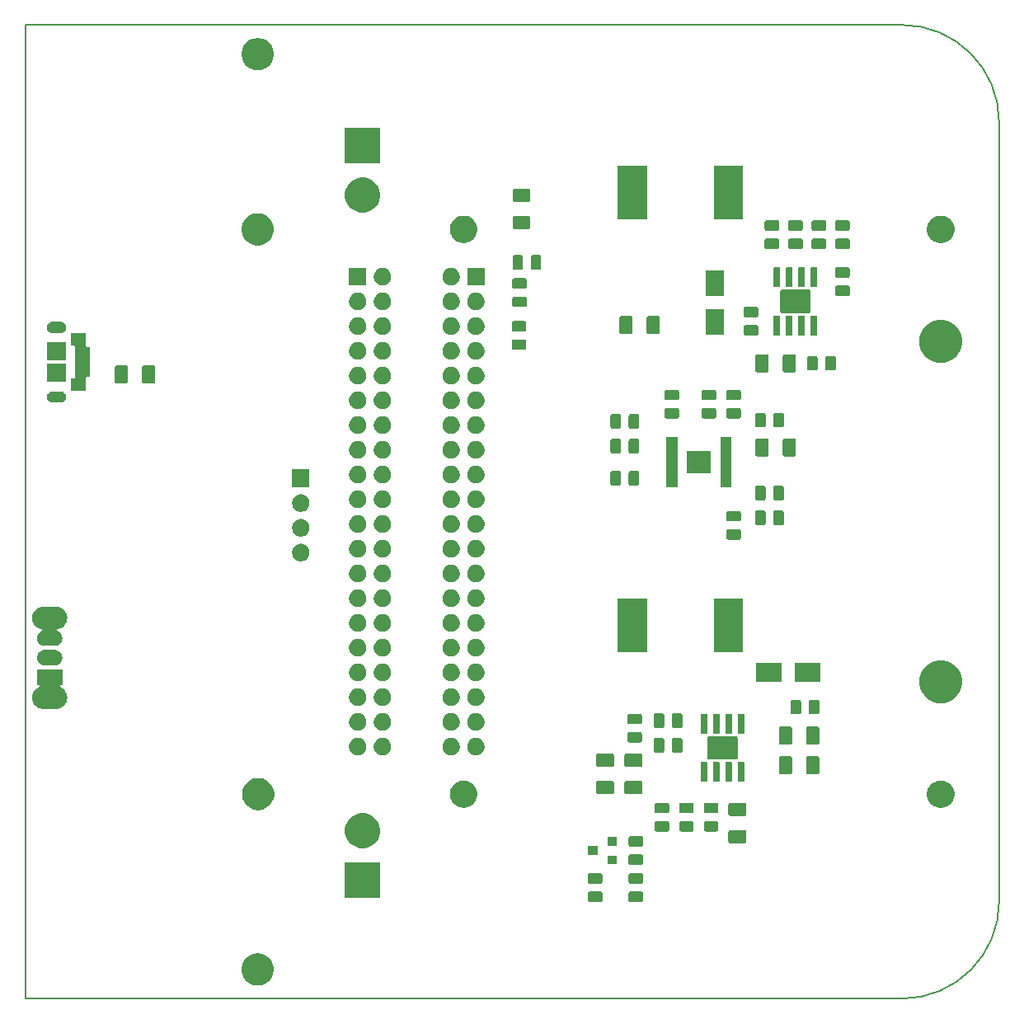
<source format=gbs>
G04 #@! TF.GenerationSoftware,KiCad,Pcbnew,(5.1.5)-3*
G04 #@! TF.CreationDate,2020-04-19T21:11:22+01:00*
G04 #@! TF.ProjectId,langpie,6c616e67-7069-4652-9e6b-696361645f70,rev?*
G04 #@! TF.SameCoordinates,Original*
G04 #@! TF.FileFunction,Soldermask,Bot*
G04 #@! TF.FilePolarity,Negative*
%FSLAX46Y46*%
G04 Gerber Fmt 4.6, Leading zero omitted, Abs format (unit mm)*
G04 Created by KiCad (PCBNEW (5.1.5)-3) date 2020-04-19 21:11:22*
%MOMM*%
%LPD*%
G04 APERTURE LIST*
%ADD10C,0.200000*%
%ADD11C,0.150000*%
G04 APERTURE END LIST*
D10*
X187365000Y-149231000D02*
X97365000Y-149231000D01*
X197364999Y-139231000D02*
G75*
G02X187365000Y-149230999I-9999999J0D01*
G01*
X197364999Y-59231000D02*
X197364999Y-139231000D01*
X97365000Y-149231000D02*
X97365000Y-49231000D01*
X187365000Y-49231000D02*
X97365000Y-49231000D01*
X187365000Y-49231001D02*
G75*
G02X197364999Y-59231000I0J-9999999D01*
G01*
D11*
G36*
X121590256Y-144622298D02*
G01*
X121696579Y-144643447D01*
X121997042Y-144767903D01*
X122267451Y-144948585D01*
X122497415Y-145178549D01*
X122678097Y-145448958D01*
X122802553Y-145749421D01*
X122866000Y-146068391D01*
X122866000Y-146393609D01*
X122802553Y-146712579D01*
X122678097Y-147013042D01*
X122497415Y-147283451D01*
X122267451Y-147513415D01*
X121997042Y-147694097D01*
X121696579Y-147818553D01*
X121590256Y-147839702D01*
X121377611Y-147882000D01*
X121052389Y-147882000D01*
X120839744Y-147839702D01*
X120733421Y-147818553D01*
X120432958Y-147694097D01*
X120162549Y-147513415D01*
X119932585Y-147283451D01*
X119751903Y-147013042D01*
X119627447Y-146712579D01*
X119564000Y-146393609D01*
X119564000Y-146068391D01*
X119627447Y-145749421D01*
X119751903Y-145448958D01*
X119932585Y-145178549D01*
X120162549Y-144948585D01*
X120432958Y-144767903D01*
X120733421Y-144643447D01*
X120839744Y-144622298D01*
X121052389Y-144580000D01*
X121377611Y-144580000D01*
X121590256Y-144622298D01*
G37*
G36*
X160644468Y-138237565D02*
G01*
X160683138Y-138249296D01*
X160718777Y-138268346D01*
X160750017Y-138293983D01*
X160775654Y-138325223D01*
X160794704Y-138360862D01*
X160806435Y-138399532D01*
X160811000Y-138445888D01*
X160811000Y-139097112D01*
X160806435Y-139143468D01*
X160794704Y-139182138D01*
X160775654Y-139217777D01*
X160750017Y-139249017D01*
X160718777Y-139274654D01*
X160683138Y-139293704D01*
X160644468Y-139305435D01*
X160598112Y-139310000D01*
X159521888Y-139310000D01*
X159475532Y-139305435D01*
X159436862Y-139293704D01*
X159401223Y-139274654D01*
X159369983Y-139249017D01*
X159344346Y-139217777D01*
X159325296Y-139182138D01*
X159313565Y-139143468D01*
X159309000Y-139097112D01*
X159309000Y-138445888D01*
X159313565Y-138399532D01*
X159325296Y-138360862D01*
X159344346Y-138325223D01*
X159369983Y-138293983D01*
X159401223Y-138268346D01*
X159436862Y-138249296D01*
X159475532Y-138237565D01*
X159521888Y-138233000D01*
X160598112Y-138233000D01*
X160644468Y-138237565D01*
G37*
G36*
X156453468Y-138237565D02*
G01*
X156492138Y-138249296D01*
X156527777Y-138268346D01*
X156559017Y-138293983D01*
X156584654Y-138325223D01*
X156603704Y-138360862D01*
X156615435Y-138399532D01*
X156620000Y-138445888D01*
X156620000Y-139097112D01*
X156615435Y-139143468D01*
X156603704Y-139182138D01*
X156584654Y-139217777D01*
X156559017Y-139249017D01*
X156527777Y-139274654D01*
X156492138Y-139293704D01*
X156453468Y-139305435D01*
X156407112Y-139310000D01*
X155330888Y-139310000D01*
X155284532Y-139305435D01*
X155245862Y-139293704D01*
X155210223Y-139274654D01*
X155178983Y-139249017D01*
X155153346Y-139217777D01*
X155134296Y-139182138D01*
X155122565Y-139143468D01*
X155118000Y-139097112D01*
X155118000Y-138445888D01*
X155122565Y-138399532D01*
X155134296Y-138360862D01*
X155153346Y-138325223D01*
X155178983Y-138293983D01*
X155210223Y-138268346D01*
X155245862Y-138249296D01*
X155284532Y-138237565D01*
X155330888Y-138233000D01*
X156407112Y-138233000D01*
X156453468Y-138237565D01*
G37*
G36*
X133794060Y-138873060D02*
G01*
X130191940Y-138873060D01*
X130191940Y-135270940D01*
X133794060Y-135270940D01*
X133794060Y-138873060D01*
G37*
G36*
X156453468Y-136362565D02*
G01*
X156492138Y-136374296D01*
X156527777Y-136393346D01*
X156559017Y-136418983D01*
X156584654Y-136450223D01*
X156603704Y-136485862D01*
X156615435Y-136524532D01*
X156620000Y-136570888D01*
X156620000Y-137222112D01*
X156615435Y-137268468D01*
X156603704Y-137307138D01*
X156584654Y-137342777D01*
X156559017Y-137374017D01*
X156527777Y-137399654D01*
X156492138Y-137418704D01*
X156453468Y-137430435D01*
X156407112Y-137435000D01*
X155330888Y-137435000D01*
X155284532Y-137430435D01*
X155245862Y-137418704D01*
X155210223Y-137399654D01*
X155178983Y-137374017D01*
X155153346Y-137342777D01*
X155134296Y-137307138D01*
X155122565Y-137268468D01*
X155118000Y-137222112D01*
X155118000Y-136570888D01*
X155122565Y-136524532D01*
X155134296Y-136485862D01*
X155153346Y-136450223D01*
X155178983Y-136418983D01*
X155210223Y-136393346D01*
X155245862Y-136374296D01*
X155284532Y-136362565D01*
X155330888Y-136358000D01*
X156407112Y-136358000D01*
X156453468Y-136362565D01*
G37*
G36*
X160644468Y-136362565D02*
G01*
X160683138Y-136374296D01*
X160718777Y-136393346D01*
X160750017Y-136418983D01*
X160775654Y-136450223D01*
X160794704Y-136485862D01*
X160806435Y-136524532D01*
X160811000Y-136570888D01*
X160811000Y-137222112D01*
X160806435Y-137268468D01*
X160794704Y-137307138D01*
X160775654Y-137342777D01*
X160750017Y-137374017D01*
X160718777Y-137399654D01*
X160683138Y-137418704D01*
X160644468Y-137430435D01*
X160598112Y-137435000D01*
X159521888Y-137435000D01*
X159475532Y-137430435D01*
X159436862Y-137418704D01*
X159401223Y-137399654D01*
X159369983Y-137374017D01*
X159344346Y-137342777D01*
X159325296Y-137307138D01*
X159313565Y-137268468D01*
X159309000Y-137222112D01*
X159309000Y-136570888D01*
X159313565Y-136524532D01*
X159325296Y-136485862D01*
X159344346Y-136450223D01*
X159369983Y-136418983D01*
X159401223Y-136393346D01*
X159436862Y-136374296D01*
X159475532Y-136362565D01*
X159521888Y-136358000D01*
X160598112Y-136358000D01*
X160644468Y-136362565D01*
G37*
G36*
X160644468Y-134427565D02*
G01*
X160683138Y-134439296D01*
X160718777Y-134458346D01*
X160750017Y-134483983D01*
X160775654Y-134515223D01*
X160794704Y-134550862D01*
X160806435Y-134589532D01*
X160811000Y-134635888D01*
X160811000Y-135287112D01*
X160806435Y-135333468D01*
X160794704Y-135372138D01*
X160775654Y-135407777D01*
X160750017Y-135439017D01*
X160718777Y-135464654D01*
X160683138Y-135483704D01*
X160644468Y-135495435D01*
X160598112Y-135500000D01*
X159521888Y-135500000D01*
X159475532Y-135495435D01*
X159436862Y-135483704D01*
X159401223Y-135464654D01*
X159369983Y-135439017D01*
X159344346Y-135407777D01*
X159325296Y-135372138D01*
X159313565Y-135333468D01*
X159309000Y-135287112D01*
X159309000Y-134635888D01*
X159313565Y-134589532D01*
X159325296Y-134550862D01*
X159344346Y-134515223D01*
X159369983Y-134483983D01*
X159401223Y-134458346D01*
X159436862Y-134439296D01*
X159475532Y-134427565D01*
X159521888Y-134423000D01*
X160598112Y-134423000D01*
X160644468Y-134427565D01*
G37*
G36*
X158132000Y-135425000D02*
G01*
X157130000Y-135425000D01*
X157130000Y-134523000D01*
X158132000Y-134523000D01*
X158132000Y-135425000D01*
G37*
G36*
X156132000Y-134475000D02*
G01*
X155130000Y-134475000D01*
X155130000Y-133573000D01*
X156132000Y-133573000D01*
X156132000Y-134475000D01*
G37*
G36*
X132195828Y-130196000D02*
G01*
X132518350Y-130260153D01*
X132846122Y-130395921D01*
X133141109Y-130593025D01*
X133391975Y-130843891D01*
X133589079Y-131138878D01*
X133724847Y-131466650D01*
X133794060Y-131814611D01*
X133794060Y-132169389D01*
X133724847Y-132517350D01*
X133589079Y-132845122D01*
X133391975Y-133140109D01*
X133141109Y-133390975D01*
X132846122Y-133588079D01*
X132518350Y-133723847D01*
X132219905Y-133783211D01*
X132170390Y-133793060D01*
X131815610Y-133793060D01*
X131766095Y-133783211D01*
X131467650Y-133723847D01*
X131139878Y-133588079D01*
X130844891Y-133390975D01*
X130594025Y-133140109D01*
X130396921Y-132845122D01*
X130261153Y-132517350D01*
X130191940Y-132169389D01*
X130191940Y-131814611D01*
X130261153Y-131466650D01*
X130396921Y-131138878D01*
X130594025Y-130843891D01*
X130844891Y-130593025D01*
X131139878Y-130395921D01*
X131467650Y-130260153D01*
X131790172Y-130196000D01*
X131815610Y-130190940D01*
X132170390Y-130190940D01*
X132195828Y-130196000D01*
G37*
G36*
X160644468Y-132552565D02*
G01*
X160683138Y-132564296D01*
X160718777Y-132583346D01*
X160750017Y-132608983D01*
X160775654Y-132640223D01*
X160794704Y-132675862D01*
X160806435Y-132714532D01*
X160811000Y-132760888D01*
X160811000Y-133412112D01*
X160806435Y-133458468D01*
X160794704Y-133497138D01*
X160775654Y-133532777D01*
X160750017Y-133564017D01*
X160718777Y-133589654D01*
X160683138Y-133608704D01*
X160644468Y-133620435D01*
X160598112Y-133625000D01*
X159521888Y-133625000D01*
X159475532Y-133620435D01*
X159436862Y-133608704D01*
X159401223Y-133589654D01*
X159369983Y-133564017D01*
X159344346Y-133532777D01*
X159325296Y-133497138D01*
X159313565Y-133458468D01*
X159309000Y-133412112D01*
X159309000Y-132760888D01*
X159313565Y-132714532D01*
X159325296Y-132675862D01*
X159344346Y-132640223D01*
X159369983Y-132608983D01*
X159401223Y-132583346D01*
X159436862Y-132564296D01*
X159475532Y-132552565D01*
X159521888Y-132548000D01*
X160598112Y-132548000D01*
X160644468Y-132552565D01*
G37*
G36*
X158132000Y-133525000D02*
G01*
X157130000Y-133525000D01*
X157130000Y-132623000D01*
X158132000Y-132623000D01*
X158132000Y-133525000D01*
G37*
G36*
X171242604Y-131923347D02*
G01*
X171279144Y-131934432D01*
X171312821Y-131952433D01*
X171342341Y-131976659D01*
X171366567Y-132006179D01*
X171384568Y-132039856D01*
X171395653Y-132076396D01*
X171400000Y-132120538D01*
X171400000Y-133069462D01*
X171395653Y-133113604D01*
X171384568Y-133150144D01*
X171366567Y-133183821D01*
X171342341Y-133213341D01*
X171312821Y-133237567D01*
X171279144Y-133255568D01*
X171242604Y-133266653D01*
X171198462Y-133271000D01*
X169749538Y-133271000D01*
X169705396Y-133266653D01*
X169668856Y-133255568D01*
X169635179Y-133237567D01*
X169605659Y-133213341D01*
X169581433Y-133183821D01*
X169563432Y-133150144D01*
X169552347Y-133113604D01*
X169548000Y-133069462D01*
X169548000Y-132120538D01*
X169552347Y-132076396D01*
X169563432Y-132039856D01*
X169581433Y-132006179D01*
X169605659Y-131976659D01*
X169635179Y-131952433D01*
X169668856Y-131934432D01*
X169705396Y-131923347D01*
X169749538Y-131919000D01*
X171198462Y-131919000D01*
X171242604Y-131923347D01*
G37*
G36*
X168362800Y-130998565D02*
G01*
X168401470Y-131010296D01*
X168437109Y-131029346D01*
X168468349Y-131054983D01*
X168493986Y-131086223D01*
X168513036Y-131121862D01*
X168524767Y-131160532D01*
X168529332Y-131206888D01*
X168529332Y-131858112D01*
X168524767Y-131904468D01*
X168513036Y-131943138D01*
X168493986Y-131978777D01*
X168468349Y-132010017D01*
X168437109Y-132035654D01*
X168401470Y-132054704D01*
X168362800Y-132066435D01*
X168316444Y-132071000D01*
X167240220Y-132071000D01*
X167193864Y-132066435D01*
X167155194Y-132054704D01*
X167119555Y-132035654D01*
X167088315Y-132010017D01*
X167062678Y-131978777D01*
X167043628Y-131943138D01*
X167031897Y-131904468D01*
X167027332Y-131858112D01*
X167027332Y-131206888D01*
X167031897Y-131160532D01*
X167043628Y-131121862D01*
X167062678Y-131086223D01*
X167088315Y-131054983D01*
X167119555Y-131029346D01*
X167155194Y-131010296D01*
X167193864Y-130998565D01*
X167240220Y-130994000D01*
X168316444Y-130994000D01*
X168362800Y-130998565D01*
G37*
G36*
X165837134Y-130998565D02*
G01*
X165875804Y-131010296D01*
X165911443Y-131029346D01*
X165942683Y-131054983D01*
X165968320Y-131086223D01*
X165987370Y-131121862D01*
X165999101Y-131160532D01*
X166003666Y-131206888D01*
X166003666Y-131858112D01*
X165999101Y-131904468D01*
X165987370Y-131943138D01*
X165968320Y-131978777D01*
X165942683Y-132010017D01*
X165911443Y-132035654D01*
X165875804Y-132054704D01*
X165837134Y-132066435D01*
X165790778Y-132071000D01*
X164714554Y-132071000D01*
X164668198Y-132066435D01*
X164629528Y-132054704D01*
X164593889Y-132035654D01*
X164562649Y-132010017D01*
X164537012Y-131978777D01*
X164517962Y-131943138D01*
X164506231Y-131904468D01*
X164501666Y-131858112D01*
X164501666Y-131206888D01*
X164506231Y-131160532D01*
X164517962Y-131121862D01*
X164537012Y-131086223D01*
X164562649Y-131054983D01*
X164593889Y-131029346D01*
X164629528Y-131010296D01*
X164668198Y-130998565D01*
X164714554Y-130994000D01*
X165790778Y-130994000D01*
X165837134Y-130998565D01*
G37*
G36*
X163311468Y-130998565D02*
G01*
X163350138Y-131010296D01*
X163385777Y-131029346D01*
X163417017Y-131054983D01*
X163442654Y-131086223D01*
X163461704Y-131121862D01*
X163473435Y-131160532D01*
X163478000Y-131206888D01*
X163478000Y-131858112D01*
X163473435Y-131904468D01*
X163461704Y-131943138D01*
X163442654Y-131978777D01*
X163417017Y-132010017D01*
X163385777Y-132035654D01*
X163350138Y-132054704D01*
X163311468Y-132066435D01*
X163265112Y-132071000D01*
X162188888Y-132071000D01*
X162142532Y-132066435D01*
X162103862Y-132054704D01*
X162068223Y-132035654D01*
X162036983Y-132010017D01*
X162011346Y-131978777D01*
X161992296Y-131943138D01*
X161980565Y-131904468D01*
X161976000Y-131858112D01*
X161976000Y-131206888D01*
X161980565Y-131160532D01*
X161992296Y-131121862D01*
X162011346Y-131086223D01*
X162036983Y-131054983D01*
X162068223Y-131029346D01*
X162103862Y-131010296D01*
X162142532Y-130998565D01*
X162188888Y-130994000D01*
X163265112Y-130994000D01*
X163311468Y-130998565D01*
G37*
G36*
X171242604Y-129123347D02*
G01*
X171279144Y-129134432D01*
X171312821Y-129152433D01*
X171342341Y-129176659D01*
X171366567Y-129206179D01*
X171384568Y-129239856D01*
X171395653Y-129276396D01*
X171400000Y-129320538D01*
X171400000Y-130269462D01*
X171395653Y-130313604D01*
X171384568Y-130350144D01*
X171366567Y-130383821D01*
X171342341Y-130413341D01*
X171312821Y-130437567D01*
X171279144Y-130455568D01*
X171242604Y-130466653D01*
X171198462Y-130471000D01*
X169749538Y-130471000D01*
X169705396Y-130466653D01*
X169668856Y-130455568D01*
X169635179Y-130437567D01*
X169605659Y-130413341D01*
X169581433Y-130383821D01*
X169563432Y-130350144D01*
X169552347Y-130313604D01*
X169548000Y-130269462D01*
X169548000Y-129320538D01*
X169552347Y-129276396D01*
X169563432Y-129239856D01*
X169581433Y-129206179D01*
X169605659Y-129176659D01*
X169635179Y-129152433D01*
X169668856Y-129134432D01*
X169705396Y-129123347D01*
X169749538Y-129119000D01*
X171198462Y-129119000D01*
X171242604Y-129123347D01*
G37*
G36*
X163311468Y-129123565D02*
G01*
X163350138Y-129135296D01*
X163385777Y-129154346D01*
X163417017Y-129179983D01*
X163442654Y-129211223D01*
X163461704Y-129246862D01*
X163473435Y-129285532D01*
X163478000Y-129331888D01*
X163478000Y-129983112D01*
X163473435Y-130029468D01*
X163461704Y-130068138D01*
X163442654Y-130103777D01*
X163417017Y-130135017D01*
X163385777Y-130160654D01*
X163350138Y-130179704D01*
X163311468Y-130191435D01*
X163265112Y-130196000D01*
X162188888Y-130196000D01*
X162142532Y-130191435D01*
X162103862Y-130179704D01*
X162068223Y-130160654D01*
X162036983Y-130135017D01*
X162011346Y-130103777D01*
X161992296Y-130068138D01*
X161980565Y-130029468D01*
X161976000Y-129983112D01*
X161976000Y-129331888D01*
X161980565Y-129285532D01*
X161992296Y-129246862D01*
X162011346Y-129211223D01*
X162036983Y-129179983D01*
X162068223Y-129154346D01*
X162103862Y-129135296D01*
X162142532Y-129123565D01*
X162188888Y-129119000D01*
X163265112Y-129119000D01*
X163311468Y-129123565D01*
G37*
G36*
X165837134Y-129123565D02*
G01*
X165875804Y-129135296D01*
X165911443Y-129154346D01*
X165942683Y-129179983D01*
X165968320Y-129211223D01*
X165987370Y-129246862D01*
X165999101Y-129285532D01*
X166003666Y-129331888D01*
X166003666Y-129983112D01*
X165999101Y-130029468D01*
X165987370Y-130068138D01*
X165968320Y-130103777D01*
X165942683Y-130135017D01*
X165911443Y-130160654D01*
X165875804Y-130179704D01*
X165837134Y-130191435D01*
X165790778Y-130196000D01*
X164714554Y-130196000D01*
X164668198Y-130191435D01*
X164629528Y-130179704D01*
X164593889Y-130160654D01*
X164562649Y-130135017D01*
X164537012Y-130103777D01*
X164517962Y-130068138D01*
X164506231Y-130029468D01*
X164501666Y-129983112D01*
X164501666Y-129331888D01*
X164506231Y-129285532D01*
X164517962Y-129246862D01*
X164537012Y-129211223D01*
X164562649Y-129179983D01*
X164593889Y-129154346D01*
X164629528Y-129135296D01*
X164668198Y-129123565D01*
X164714554Y-129119000D01*
X165790778Y-129119000D01*
X165837134Y-129123565D01*
G37*
G36*
X168362800Y-129123565D02*
G01*
X168401470Y-129135296D01*
X168437109Y-129154346D01*
X168468349Y-129179983D01*
X168493986Y-129211223D01*
X168513036Y-129246862D01*
X168524767Y-129285532D01*
X168529332Y-129331888D01*
X168529332Y-129983112D01*
X168524767Y-130029468D01*
X168513036Y-130068138D01*
X168493986Y-130103777D01*
X168468349Y-130135017D01*
X168437109Y-130160654D01*
X168401470Y-130179704D01*
X168362800Y-130191435D01*
X168316444Y-130196000D01*
X167240220Y-130196000D01*
X167193864Y-130191435D01*
X167155194Y-130179704D01*
X167119555Y-130160654D01*
X167088315Y-130135017D01*
X167062678Y-130103777D01*
X167043628Y-130068138D01*
X167031897Y-130029468D01*
X167027332Y-129983112D01*
X167027332Y-129331888D01*
X167031897Y-129285532D01*
X167043628Y-129246862D01*
X167062678Y-129211223D01*
X167088315Y-129179983D01*
X167119555Y-129154346D01*
X167155194Y-129135296D01*
X167193864Y-129123565D01*
X167240220Y-129119000D01*
X168316444Y-129119000D01*
X168362800Y-129123565D01*
G37*
G36*
X121640256Y-126622298D02*
G01*
X121746579Y-126643447D01*
X122047042Y-126767903D01*
X122317451Y-126948585D01*
X122547415Y-127178549D01*
X122728097Y-127448958D01*
X122852553Y-127749421D01*
X122916000Y-128068391D01*
X122916000Y-128393609D01*
X122852553Y-128712579D01*
X122728097Y-129013042D01*
X122547415Y-129283451D01*
X122317451Y-129513415D01*
X122047042Y-129694097D01*
X121746579Y-129818553D01*
X121640256Y-129839702D01*
X121427611Y-129882000D01*
X121102389Y-129882000D01*
X120889744Y-129839702D01*
X120783421Y-129818553D01*
X120482958Y-129694097D01*
X120212549Y-129513415D01*
X119982585Y-129283451D01*
X119801903Y-129013042D01*
X119677447Y-128712579D01*
X119614000Y-128393609D01*
X119614000Y-128068391D01*
X119677447Y-127749421D01*
X119801903Y-127448958D01*
X119982585Y-127178549D01*
X120212549Y-126948585D01*
X120482958Y-126767903D01*
X120783421Y-126643447D01*
X120889744Y-126622298D01*
X121102389Y-126580000D01*
X121427611Y-126580000D01*
X121640256Y-126622298D01*
G37*
G36*
X191678242Y-126864860D02*
G01*
X191773657Y-126883839D01*
X191827165Y-126906003D01*
X192028621Y-126989449D01*
X192028622Y-126989450D01*
X192258086Y-127142772D01*
X192453228Y-127337914D01*
X192527425Y-127448958D01*
X192606551Y-127567379D01*
X192712161Y-127822344D01*
X192766000Y-128093012D01*
X192766000Y-128368988D01*
X192712161Y-128639656D01*
X192606551Y-128894621D01*
X192606550Y-128894622D01*
X192453228Y-129124086D01*
X192258086Y-129319228D01*
X192104763Y-129421675D01*
X192028621Y-129472551D01*
X191929964Y-129513416D01*
X191773657Y-129578161D01*
X191683433Y-129596107D01*
X191502988Y-129632000D01*
X191227012Y-129632000D01*
X191046567Y-129596107D01*
X190956343Y-129578161D01*
X190800036Y-129513416D01*
X190701379Y-129472551D01*
X190625237Y-129421675D01*
X190471914Y-129319228D01*
X190276772Y-129124086D01*
X190123450Y-128894622D01*
X190123449Y-128894621D01*
X190017839Y-128639656D01*
X189964000Y-128368988D01*
X189964000Y-128093012D01*
X190017839Y-127822344D01*
X190123449Y-127567379D01*
X190202575Y-127448958D01*
X190276772Y-127337914D01*
X190471914Y-127142772D01*
X190701378Y-126989450D01*
X190701379Y-126989449D01*
X190902835Y-126906003D01*
X190956343Y-126883839D01*
X191051758Y-126864860D01*
X191227012Y-126830000D01*
X191502988Y-126830000D01*
X191678242Y-126864860D01*
G37*
G36*
X142678242Y-126864860D02*
G01*
X142773657Y-126883839D01*
X142827165Y-126906003D01*
X143028621Y-126989449D01*
X143028622Y-126989450D01*
X143258086Y-127142772D01*
X143453228Y-127337914D01*
X143527425Y-127448958D01*
X143606551Y-127567379D01*
X143712161Y-127822344D01*
X143766000Y-128093012D01*
X143766000Y-128368988D01*
X143712161Y-128639656D01*
X143606551Y-128894621D01*
X143606550Y-128894622D01*
X143453228Y-129124086D01*
X143258086Y-129319228D01*
X143104763Y-129421675D01*
X143028621Y-129472551D01*
X142929964Y-129513416D01*
X142773657Y-129578161D01*
X142683433Y-129596107D01*
X142502988Y-129632000D01*
X142227012Y-129632000D01*
X142046567Y-129596107D01*
X141956343Y-129578161D01*
X141800036Y-129513416D01*
X141701379Y-129472551D01*
X141625237Y-129421675D01*
X141471914Y-129319228D01*
X141276772Y-129124086D01*
X141123450Y-128894622D01*
X141123449Y-128894621D01*
X141017839Y-128639656D01*
X140964000Y-128368988D01*
X140964000Y-128093012D01*
X141017839Y-127822344D01*
X141123449Y-127567379D01*
X141202575Y-127448958D01*
X141276772Y-127337914D01*
X141471914Y-127142772D01*
X141701378Y-126989450D01*
X141701379Y-126989449D01*
X141902835Y-126906003D01*
X141956343Y-126883839D01*
X142051758Y-126864860D01*
X142227012Y-126830000D01*
X142502988Y-126830000D01*
X142678242Y-126864860D01*
G37*
G36*
X160574604Y-126878347D02*
G01*
X160611144Y-126889432D01*
X160644821Y-126907433D01*
X160674341Y-126931659D01*
X160698567Y-126961179D01*
X160716568Y-126994856D01*
X160727653Y-127031396D01*
X160732000Y-127075538D01*
X160732000Y-128024462D01*
X160727653Y-128068604D01*
X160716568Y-128105144D01*
X160698567Y-128138821D01*
X160674341Y-128168341D01*
X160644821Y-128192567D01*
X160611144Y-128210568D01*
X160574604Y-128221653D01*
X160530462Y-128226000D01*
X159081538Y-128226000D01*
X159037396Y-128221653D01*
X159000856Y-128210568D01*
X158967179Y-128192567D01*
X158937659Y-128168341D01*
X158913433Y-128138821D01*
X158895432Y-128105144D01*
X158884347Y-128068604D01*
X158880000Y-128024462D01*
X158880000Y-127075538D01*
X158884347Y-127031396D01*
X158895432Y-126994856D01*
X158913433Y-126961179D01*
X158937659Y-126931659D01*
X158967179Y-126907433D01*
X159000856Y-126889432D01*
X159037396Y-126878347D01*
X159081538Y-126874000D01*
X160530462Y-126874000D01*
X160574604Y-126878347D01*
G37*
G36*
X157653604Y-126878347D02*
G01*
X157690144Y-126889432D01*
X157723821Y-126907433D01*
X157753341Y-126931659D01*
X157777567Y-126961179D01*
X157795568Y-126994856D01*
X157806653Y-127031396D01*
X157811000Y-127075538D01*
X157811000Y-128024462D01*
X157806653Y-128068604D01*
X157795568Y-128105144D01*
X157777567Y-128138821D01*
X157753341Y-128168341D01*
X157723821Y-128192567D01*
X157690144Y-128210568D01*
X157653604Y-128221653D01*
X157609462Y-128226000D01*
X156160538Y-128226000D01*
X156116396Y-128221653D01*
X156079856Y-128210568D01*
X156046179Y-128192567D01*
X156016659Y-128168341D01*
X155992433Y-128138821D01*
X155974432Y-128105144D01*
X155963347Y-128068604D01*
X155959000Y-128024462D01*
X155959000Y-127075538D01*
X155963347Y-127031396D01*
X155974432Y-126994856D01*
X155992433Y-126961179D01*
X156016659Y-126931659D01*
X156046179Y-126907433D01*
X156079856Y-126889432D01*
X156116396Y-126878347D01*
X156160538Y-126874000D01*
X157609462Y-126874000D01*
X157653604Y-126878347D01*
G37*
G36*
X171114928Y-124934764D02*
G01*
X171136009Y-124941160D01*
X171155445Y-124951548D01*
X171172476Y-124965524D01*
X171186452Y-124982555D01*
X171196840Y-125001991D01*
X171203236Y-125023072D01*
X171206000Y-125051140D01*
X171206000Y-126864860D01*
X171203236Y-126892928D01*
X171196840Y-126914009D01*
X171186452Y-126933445D01*
X171172476Y-126950476D01*
X171155445Y-126964452D01*
X171136009Y-126974840D01*
X171114928Y-126981236D01*
X171086860Y-126984000D01*
X170623140Y-126984000D01*
X170595072Y-126981236D01*
X170573991Y-126974840D01*
X170554555Y-126964452D01*
X170537524Y-126950476D01*
X170523548Y-126933445D01*
X170513160Y-126914009D01*
X170506764Y-126892928D01*
X170504000Y-126864860D01*
X170504000Y-125051140D01*
X170506764Y-125023072D01*
X170513160Y-125001991D01*
X170523548Y-124982555D01*
X170537524Y-124965524D01*
X170554555Y-124951548D01*
X170573991Y-124941160D01*
X170595072Y-124934764D01*
X170623140Y-124932000D01*
X171086860Y-124932000D01*
X171114928Y-124934764D01*
G37*
G36*
X167304928Y-124934764D02*
G01*
X167326009Y-124941160D01*
X167345445Y-124951548D01*
X167362476Y-124965524D01*
X167376452Y-124982555D01*
X167386840Y-125001991D01*
X167393236Y-125023072D01*
X167396000Y-125051140D01*
X167396000Y-126864860D01*
X167393236Y-126892928D01*
X167386840Y-126914009D01*
X167376452Y-126933445D01*
X167362476Y-126950476D01*
X167345445Y-126964452D01*
X167326009Y-126974840D01*
X167304928Y-126981236D01*
X167276860Y-126984000D01*
X166813140Y-126984000D01*
X166785072Y-126981236D01*
X166763991Y-126974840D01*
X166744555Y-126964452D01*
X166727524Y-126950476D01*
X166713548Y-126933445D01*
X166703160Y-126914009D01*
X166696764Y-126892928D01*
X166694000Y-126864860D01*
X166694000Y-125051140D01*
X166696764Y-125023072D01*
X166703160Y-125001991D01*
X166713548Y-124982555D01*
X166727524Y-124965524D01*
X166744555Y-124951548D01*
X166763991Y-124941160D01*
X166785072Y-124934764D01*
X166813140Y-124932000D01*
X167276860Y-124932000D01*
X167304928Y-124934764D01*
G37*
G36*
X168574928Y-124934764D02*
G01*
X168596009Y-124941160D01*
X168615445Y-124951548D01*
X168632476Y-124965524D01*
X168646452Y-124982555D01*
X168656840Y-125001991D01*
X168663236Y-125023072D01*
X168666000Y-125051140D01*
X168666000Y-126864860D01*
X168663236Y-126892928D01*
X168656840Y-126914009D01*
X168646452Y-126933445D01*
X168632476Y-126950476D01*
X168615445Y-126964452D01*
X168596009Y-126974840D01*
X168574928Y-126981236D01*
X168546860Y-126984000D01*
X168083140Y-126984000D01*
X168055072Y-126981236D01*
X168033991Y-126974840D01*
X168014555Y-126964452D01*
X167997524Y-126950476D01*
X167983548Y-126933445D01*
X167973160Y-126914009D01*
X167966764Y-126892928D01*
X167964000Y-126864860D01*
X167964000Y-125051140D01*
X167966764Y-125023072D01*
X167973160Y-125001991D01*
X167983548Y-124982555D01*
X167997524Y-124965524D01*
X168014555Y-124951548D01*
X168033991Y-124941160D01*
X168055072Y-124934764D01*
X168083140Y-124932000D01*
X168546860Y-124932000D01*
X168574928Y-124934764D01*
G37*
G36*
X169844928Y-124934764D02*
G01*
X169866009Y-124941160D01*
X169885445Y-124951548D01*
X169902476Y-124965524D01*
X169916452Y-124982555D01*
X169926840Y-125001991D01*
X169933236Y-125023072D01*
X169936000Y-125051140D01*
X169936000Y-126864860D01*
X169933236Y-126892928D01*
X169926840Y-126914009D01*
X169916452Y-126933445D01*
X169902476Y-126950476D01*
X169885445Y-126964452D01*
X169866009Y-126974840D01*
X169844928Y-126981236D01*
X169816860Y-126984000D01*
X169353140Y-126984000D01*
X169325072Y-126981236D01*
X169303991Y-126974840D01*
X169284555Y-126964452D01*
X169267524Y-126950476D01*
X169253548Y-126933445D01*
X169243160Y-126914009D01*
X169236764Y-126892928D01*
X169234000Y-126864860D01*
X169234000Y-125051140D01*
X169236764Y-125023072D01*
X169243160Y-125001991D01*
X169253548Y-124982555D01*
X169267524Y-124965524D01*
X169284555Y-124951548D01*
X169303991Y-124941160D01*
X169325072Y-124934764D01*
X169353140Y-124932000D01*
X169816860Y-124932000D01*
X169844928Y-124934764D01*
G37*
G36*
X175942604Y-124339347D02*
G01*
X175979144Y-124350432D01*
X176012821Y-124368433D01*
X176042341Y-124392659D01*
X176066567Y-124422179D01*
X176084568Y-124455856D01*
X176095653Y-124492396D01*
X176100000Y-124536538D01*
X176100000Y-125985462D01*
X176095653Y-126029604D01*
X176084568Y-126066144D01*
X176066567Y-126099821D01*
X176042341Y-126129341D01*
X176012821Y-126153567D01*
X175979144Y-126171568D01*
X175942604Y-126182653D01*
X175898462Y-126187000D01*
X174949538Y-126187000D01*
X174905396Y-126182653D01*
X174868856Y-126171568D01*
X174835179Y-126153567D01*
X174805659Y-126129341D01*
X174781433Y-126099821D01*
X174763432Y-126066144D01*
X174752347Y-126029604D01*
X174748000Y-125985462D01*
X174748000Y-124536538D01*
X174752347Y-124492396D01*
X174763432Y-124455856D01*
X174781433Y-124422179D01*
X174805659Y-124392659D01*
X174835179Y-124368433D01*
X174868856Y-124350432D01*
X174905396Y-124339347D01*
X174949538Y-124335000D01*
X175898462Y-124335000D01*
X175942604Y-124339347D01*
G37*
G36*
X178742604Y-124339347D02*
G01*
X178779144Y-124350432D01*
X178812821Y-124368433D01*
X178842341Y-124392659D01*
X178866567Y-124422179D01*
X178884568Y-124455856D01*
X178895653Y-124492396D01*
X178900000Y-124536538D01*
X178900000Y-125985462D01*
X178895653Y-126029604D01*
X178884568Y-126066144D01*
X178866567Y-126099821D01*
X178842341Y-126129341D01*
X178812821Y-126153567D01*
X178779144Y-126171568D01*
X178742604Y-126182653D01*
X178698462Y-126187000D01*
X177749538Y-126187000D01*
X177705396Y-126182653D01*
X177668856Y-126171568D01*
X177635179Y-126153567D01*
X177605659Y-126129341D01*
X177581433Y-126099821D01*
X177563432Y-126066144D01*
X177552347Y-126029604D01*
X177548000Y-125985462D01*
X177548000Y-124536538D01*
X177552347Y-124492396D01*
X177563432Y-124455856D01*
X177581433Y-124422179D01*
X177605659Y-124392659D01*
X177635179Y-124368433D01*
X177668856Y-124350432D01*
X177705396Y-124339347D01*
X177749538Y-124335000D01*
X178698462Y-124335000D01*
X178742604Y-124339347D01*
G37*
G36*
X160574604Y-124078347D02*
G01*
X160611144Y-124089432D01*
X160644821Y-124107433D01*
X160674341Y-124131659D01*
X160698567Y-124161179D01*
X160716568Y-124194856D01*
X160727653Y-124231396D01*
X160732000Y-124275538D01*
X160732000Y-125224462D01*
X160727653Y-125268604D01*
X160716568Y-125305144D01*
X160698567Y-125338821D01*
X160674341Y-125368341D01*
X160644821Y-125392567D01*
X160611144Y-125410568D01*
X160574604Y-125421653D01*
X160530462Y-125426000D01*
X159081538Y-125426000D01*
X159037396Y-125421653D01*
X159000856Y-125410568D01*
X158967179Y-125392567D01*
X158937659Y-125368341D01*
X158913433Y-125338821D01*
X158895432Y-125305144D01*
X158884347Y-125268604D01*
X158880000Y-125224462D01*
X158880000Y-124275538D01*
X158884347Y-124231396D01*
X158895432Y-124194856D01*
X158913433Y-124161179D01*
X158937659Y-124131659D01*
X158967179Y-124107433D01*
X159000856Y-124089432D01*
X159037396Y-124078347D01*
X159081538Y-124074000D01*
X160530462Y-124074000D01*
X160574604Y-124078347D01*
G37*
G36*
X157653604Y-124078347D02*
G01*
X157690144Y-124089432D01*
X157723821Y-124107433D01*
X157753341Y-124131659D01*
X157777567Y-124161179D01*
X157795568Y-124194856D01*
X157806653Y-124231396D01*
X157811000Y-124275538D01*
X157811000Y-125224462D01*
X157806653Y-125268604D01*
X157795568Y-125305144D01*
X157777567Y-125338821D01*
X157753341Y-125368341D01*
X157723821Y-125392567D01*
X157690144Y-125410568D01*
X157653604Y-125421653D01*
X157609462Y-125426000D01*
X156160538Y-125426000D01*
X156116396Y-125421653D01*
X156079856Y-125410568D01*
X156046179Y-125392567D01*
X156016659Y-125368341D01*
X155992433Y-125338821D01*
X155974432Y-125305144D01*
X155963347Y-125268604D01*
X155959000Y-125224462D01*
X155959000Y-124275538D01*
X155963347Y-124231396D01*
X155974432Y-124194856D01*
X155992433Y-124161179D01*
X156016659Y-124131659D01*
X156046179Y-124107433D01*
X156079856Y-124089432D01*
X156116396Y-124078347D01*
X156160538Y-124074000D01*
X157609462Y-124074000D01*
X157653604Y-124078347D01*
G37*
G36*
X170369336Y-122290733D02*
G01*
X170399883Y-122299999D01*
X170428033Y-122315046D01*
X170452706Y-122335294D01*
X170472954Y-122359967D01*
X170488001Y-122388117D01*
X170497267Y-122418664D01*
X170501000Y-122456567D01*
X170501000Y-124509433D01*
X170497267Y-124547336D01*
X170488001Y-124577883D01*
X170472954Y-124606033D01*
X170452706Y-124630706D01*
X170428033Y-124650954D01*
X170399883Y-124666001D01*
X170369336Y-124675267D01*
X170331433Y-124679000D01*
X167568567Y-124679000D01*
X167530664Y-124675267D01*
X167500117Y-124666001D01*
X167471967Y-124650954D01*
X167447294Y-124630706D01*
X167427046Y-124606033D01*
X167411999Y-124577883D01*
X167402733Y-124547336D01*
X167399000Y-124509433D01*
X167399000Y-122456567D01*
X167402733Y-122418664D01*
X167411999Y-122388117D01*
X167427046Y-122359967D01*
X167447294Y-122335294D01*
X167471967Y-122315046D01*
X167500117Y-122299999D01*
X167530664Y-122290733D01*
X167568567Y-122287000D01*
X170331433Y-122287000D01*
X170369336Y-122290733D01*
G37*
G36*
X143738512Y-122464927D02*
G01*
X143887812Y-122494624D01*
X144051784Y-122562544D01*
X144199354Y-122661147D01*
X144324853Y-122786646D01*
X144423456Y-122934216D01*
X144491376Y-123098188D01*
X144521073Y-123247488D01*
X144525006Y-123267259D01*
X144526000Y-123272259D01*
X144526000Y-123449741D01*
X144491376Y-123623812D01*
X144423456Y-123787784D01*
X144324853Y-123935354D01*
X144199354Y-124060853D01*
X144051784Y-124159456D01*
X143887812Y-124227376D01*
X143738878Y-124257000D01*
X143713742Y-124262000D01*
X143536258Y-124262000D01*
X143511122Y-124257000D01*
X143362188Y-124227376D01*
X143198216Y-124159456D01*
X143050646Y-124060853D01*
X142925147Y-123935354D01*
X142826544Y-123787784D01*
X142758624Y-123623812D01*
X142724000Y-123449741D01*
X142724000Y-123272259D01*
X142724995Y-123267259D01*
X142728927Y-123247488D01*
X142758624Y-123098188D01*
X142826544Y-122934216D01*
X142925147Y-122786646D01*
X143050646Y-122661147D01*
X143198216Y-122562544D01*
X143362188Y-122494624D01*
X143511488Y-122464927D01*
X143536258Y-122460000D01*
X143713742Y-122460000D01*
X143738512Y-122464927D01*
G37*
G36*
X141198512Y-122464927D02*
G01*
X141347812Y-122494624D01*
X141511784Y-122562544D01*
X141659354Y-122661147D01*
X141784853Y-122786646D01*
X141883456Y-122934216D01*
X141951376Y-123098188D01*
X141981073Y-123247488D01*
X141985006Y-123267259D01*
X141986000Y-123272259D01*
X141986000Y-123449741D01*
X141951376Y-123623812D01*
X141883456Y-123787784D01*
X141784853Y-123935354D01*
X141659354Y-124060853D01*
X141511784Y-124159456D01*
X141347812Y-124227376D01*
X141198878Y-124257000D01*
X141173742Y-124262000D01*
X140996258Y-124262000D01*
X140971122Y-124257000D01*
X140822188Y-124227376D01*
X140658216Y-124159456D01*
X140510646Y-124060853D01*
X140385147Y-123935354D01*
X140286544Y-123787784D01*
X140218624Y-123623812D01*
X140184000Y-123449741D01*
X140184000Y-123272259D01*
X140184995Y-123267259D01*
X140188927Y-123247488D01*
X140218624Y-123098188D01*
X140286544Y-122934216D01*
X140385147Y-122786646D01*
X140510646Y-122661147D01*
X140658216Y-122562544D01*
X140822188Y-122494624D01*
X140971488Y-122464927D01*
X140996258Y-122460000D01*
X141173742Y-122460000D01*
X141198512Y-122464927D01*
G37*
G36*
X134138512Y-122459927D02*
G01*
X134287812Y-122489624D01*
X134451784Y-122557544D01*
X134599354Y-122656147D01*
X134724853Y-122781646D01*
X134823456Y-122929216D01*
X134891376Y-123093188D01*
X134900488Y-123139000D01*
X134926000Y-123267258D01*
X134926000Y-123444742D01*
X134925005Y-123449742D01*
X134891376Y-123618812D01*
X134823456Y-123782784D01*
X134724853Y-123930354D01*
X134599354Y-124055853D01*
X134451784Y-124154456D01*
X134287812Y-124222376D01*
X134138512Y-124252073D01*
X134113742Y-124257000D01*
X133936258Y-124257000D01*
X133911488Y-124252073D01*
X133762188Y-124222376D01*
X133598216Y-124154456D01*
X133450646Y-124055853D01*
X133325147Y-123930354D01*
X133226544Y-123782784D01*
X133158624Y-123618812D01*
X133124995Y-123449742D01*
X133124000Y-123444742D01*
X133124000Y-123267258D01*
X133149512Y-123139000D01*
X133158624Y-123093188D01*
X133226544Y-122929216D01*
X133325147Y-122781646D01*
X133450646Y-122656147D01*
X133598216Y-122557544D01*
X133762188Y-122489624D01*
X133911488Y-122459927D01*
X133936258Y-122455000D01*
X134113742Y-122455000D01*
X134138512Y-122459927D01*
G37*
G36*
X131598512Y-122459927D02*
G01*
X131747812Y-122489624D01*
X131911784Y-122557544D01*
X132059354Y-122656147D01*
X132184853Y-122781646D01*
X132283456Y-122929216D01*
X132351376Y-123093188D01*
X132360488Y-123139000D01*
X132386000Y-123267258D01*
X132386000Y-123444742D01*
X132385005Y-123449742D01*
X132351376Y-123618812D01*
X132283456Y-123782784D01*
X132184853Y-123930354D01*
X132059354Y-124055853D01*
X131911784Y-124154456D01*
X131747812Y-124222376D01*
X131598512Y-124252073D01*
X131573742Y-124257000D01*
X131396258Y-124257000D01*
X131371488Y-124252073D01*
X131222188Y-124222376D01*
X131058216Y-124154456D01*
X130910646Y-124055853D01*
X130785147Y-123930354D01*
X130686544Y-123782784D01*
X130618624Y-123618812D01*
X130584995Y-123449742D01*
X130584000Y-123444742D01*
X130584000Y-123267258D01*
X130609512Y-123139000D01*
X130618624Y-123093188D01*
X130686544Y-122929216D01*
X130785147Y-122781646D01*
X130910646Y-122656147D01*
X131058216Y-122557544D01*
X131222188Y-122489624D01*
X131371488Y-122459927D01*
X131396258Y-122455000D01*
X131573742Y-122455000D01*
X131598512Y-122459927D01*
G37*
G36*
X162796468Y-122482565D02*
G01*
X162835138Y-122494296D01*
X162870777Y-122513346D01*
X162902017Y-122538983D01*
X162927654Y-122570223D01*
X162946704Y-122605862D01*
X162958435Y-122644532D01*
X162963000Y-122690888D01*
X162963000Y-123767112D01*
X162958435Y-123813468D01*
X162946704Y-123852138D01*
X162927654Y-123887777D01*
X162902017Y-123919017D01*
X162870777Y-123944654D01*
X162835138Y-123963704D01*
X162796468Y-123975435D01*
X162750112Y-123980000D01*
X162098888Y-123980000D01*
X162052532Y-123975435D01*
X162013862Y-123963704D01*
X161978223Y-123944654D01*
X161946983Y-123919017D01*
X161921346Y-123887777D01*
X161902296Y-123852138D01*
X161890565Y-123813468D01*
X161886000Y-123767112D01*
X161886000Y-122690888D01*
X161890565Y-122644532D01*
X161902296Y-122605862D01*
X161921346Y-122570223D01*
X161946983Y-122538983D01*
X161978223Y-122513346D01*
X162013862Y-122494296D01*
X162052532Y-122482565D01*
X162098888Y-122478000D01*
X162750112Y-122478000D01*
X162796468Y-122482565D01*
G37*
G36*
X164671468Y-122482565D02*
G01*
X164710138Y-122494296D01*
X164745777Y-122513346D01*
X164777017Y-122538983D01*
X164802654Y-122570223D01*
X164821704Y-122605862D01*
X164833435Y-122644532D01*
X164838000Y-122690888D01*
X164838000Y-123767112D01*
X164833435Y-123813468D01*
X164821704Y-123852138D01*
X164802654Y-123887777D01*
X164777017Y-123919017D01*
X164745777Y-123944654D01*
X164710138Y-123963704D01*
X164671468Y-123975435D01*
X164625112Y-123980000D01*
X163973888Y-123980000D01*
X163927532Y-123975435D01*
X163888862Y-123963704D01*
X163853223Y-123944654D01*
X163821983Y-123919017D01*
X163796346Y-123887777D01*
X163777296Y-123852138D01*
X163765565Y-123813468D01*
X163761000Y-123767112D01*
X163761000Y-122690888D01*
X163765565Y-122644532D01*
X163777296Y-122605862D01*
X163796346Y-122570223D01*
X163821983Y-122538983D01*
X163853223Y-122513346D01*
X163888862Y-122494296D01*
X163927532Y-122482565D01*
X163973888Y-122478000D01*
X164625112Y-122478000D01*
X164671468Y-122482565D01*
G37*
G36*
X178742604Y-121291347D02*
G01*
X178779144Y-121302432D01*
X178812821Y-121320433D01*
X178842341Y-121344659D01*
X178866567Y-121374179D01*
X178884568Y-121407856D01*
X178895653Y-121444396D01*
X178900000Y-121488538D01*
X178900000Y-122937462D01*
X178895653Y-122981604D01*
X178884568Y-123018144D01*
X178866567Y-123051821D01*
X178842341Y-123081341D01*
X178812821Y-123105567D01*
X178779144Y-123123568D01*
X178742604Y-123134653D01*
X178698462Y-123139000D01*
X177749538Y-123139000D01*
X177705396Y-123134653D01*
X177668856Y-123123568D01*
X177635179Y-123105567D01*
X177605659Y-123081341D01*
X177581433Y-123051821D01*
X177563432Y-123018144D01*
X177552347Y-122981604D01*
X177548000Y-122937462D01*
X177548000Y-121488538D01*
X177552347Y-121444396D01*
X177563432Y-121407856D01*
X177581433Y-121374179D01*
X177605659Y-121344659D01*
X177635179Y-121320433D01*
X177668856Y-121302432D01*
X177705396Y-121291347D01*
X177749538Y-121287000D01*
X178698462Y-121287000D01*
X178742604Y-121291347D01*
G37*
G36*
X175942604Y-121291347D02*
G01*
X175979144Y-121302432D01*
X176012821Y-121320433D01*
X176042341Y-121344659D01*
X176066567Y-121374179D01*
X176084568Y-121407856D01*
X176095653Y-121444396D01*
X176100000Y-121488538D01*
X176100000Y-122937462D01*
X176095653Y-122981604D01*
X176084568Y-123018144D01*
X176066567Y-123051821D01*
X176042341Y-123081341D01*
X176012821Y-123105567D01*
X175979144Y-123123568D01*
X175942604Y-123134653D01*
X175898462Y-123139000D01*
X174949538Y-123139000D01*
X174905396Y-123134653D01*
X174868856Y-123123568D01*
X174835179Y-123105567D01*
X174805659Y-123081341D01*
X174781433Y-123051821D01*
X174763432Y-123018144D01*
X174752347Y-122981604D01*
X174748000Y-122937462D01*
X174748000Y-121488538D01*
X174752347Y-121444396D01*
X174763432Y-121407856D01*
X174781433Y-121374179D01*
X174805659Y-121344659D01*
X174835179Y-121320433D01*
X174868856Y-121302432D01*
X174905396Y-121291347D01*
X174949538Y-121287000D01*
X175898462Y-121287000D01*
X175942604Y-121291347D01*
G37*
G36*
X160517468Y-121854565D02*
G01*
X160556138Y-121866296D01*
X160591777Y-121885346D01*
X160623017Y-121910983D01*
X160648654Y-121942223D01*
X160667704Y-121977862D01*
X160679435Y-122016532D01*
X160684000Y-122062888D01*
X160684000Y-122714112D01*
X160679435Y-122760468D01*
X160667704Y-122799138D01*
X160648654Y-122834777D01*
X160623017Y-122866017D01*
X160591777Y-122891654D01*
X160556138Y-122910704D01*
X160517468Y-122922435D01*
X160471112Y-122927000D01*
X159394888Y-122927000D01*
X159348532Y-122922435D01*
X159309862Y-122910704D01*
X159274223Y-122891654D01*
X159242983Y-122866017D01*
X159217346Y-122834777D01*
X159198296Y-122799138D01*
X159186565Y-122760468D01*
X159182000Y-122714112D01*
X159182000Y-122062888D01*
X159186565Y-122016532D01*
X159198296Y-121977862D01*
X159217346Y-121942223D01*
X159242983Y-121910983D01*
X159274223Y-121885346D01*
X159309862Y-121866296D01*
X159348532Y-121854565D01*
X159394888Y-121850000D01*
X160471112Y-121850000D01*
X160517468Y-121854565D01*
G37*
G36*
X171114928Y-119984764D02*
G01*
X171136009Y-119991160D01*
X171155445Y-120001548D01*
X171172476Y-120015524D01*
X171186452Y-120032555D01*
X171196840Y-120051991D01*
X171203236Y-120073072D01*
X171206000Y-120101140D01*
X171206000Y-121914860D01*
X171203236Y-121942928D01*
X171196840Y-121964009D01*
X171186452Y-121983445D01*
X171172476Y-122000476D01*
X171155445Y-122014452D01*
X171136009Y-122024840D01*
X171114928Y-122031236D01*
X171086860Y-122034000D01*
X170623140Y-122034000D01*
X170595072Y-122031236D01*
X170573991Y-122024840D01*
X170554555Y-122014452D01*
X170537524Y-122000476D01*
X170523548Y-121983445D01*
X170513160Y-121964009D01*
X170506764Y-121942928D01*
X170504000Y-121914860D01*
X170504000Y-120101140D01*
X170506764Y-120073072D01*
X170513160Y-120051991D01*
X170523548Y-120032555D01*
X170537524Y-120015524D01*
X170554555Y-120001548D01*
X170573991Y-119991160D01*
X170595072Y-119984764D01*
X170623140Y-119982000D01*
X171086860Y-119982000D01*
X171114928Y-119984764D01*
G37*
G36*
X168574928Y-119984764D02*
G01*
X168596009Y-119991160D01*
X168615445Y-120001548D01*
X168632476Y-120015524D01*
X168646452Y-120032555D01*
X168656840Y-120051991D01*
X168663236Y-120073072D01*
X168666000Y-120101140D01*
X168666000Y-121914860D01*
X168663236Y-121942928D01*
X168656840Y-121964009D01*
X168646452Y-121983445D01*
X168632476Y-122000476D01*
X168615445Y-122014452D01*
X168596009Y-122024840D01*
X168574928Y-122031236D01*
X168546860Y-122034000D01*
X168083140Y-122034000D01*
X168055072Y-122031236D01*
X168033991Y-122024840D01*
X168014555Y-122014452D01*
X167997524Y-122000476D01*
X167983548Y-121983445D01*
X167973160Y-121964009D01*
X167966764Y-121942928D01*
X167964000Y-121914860D01*
X167964000Y-120101140D01*
X167966764Y-120073072D01*
X167973160Y-120051991D01*
X167983548Y-120032555D01*
X167997524Y-120015524D01*
X168014555Y-120001548D01*
X168033991Y-119991160D01*
X168055072Y-119984764D01*
X168083140Y-119982000D01*
X168546860Y-119982000D01*
X168574928Y-119984764D01*
G37*
G36*
X169844928Y-119984764D02*
G01*
X169866009Y-119991160D01*
X169885445Y-120001548D01*
X169902476Y-120015524D01*
X169916452Y-120032555D01*
X169926840Y-120051991D01*
X169933236Y-120073072D01*
X169936000Y-120101140D01*
X169936000Y-121914860D01*
X169933236Y-121942928D01*
X169926840Y-121964009D01*
X169916452Y-121983445D01*
X169902476Y-122000476D01*
X169885445Y-122014452D01*
X169866009Y-122024840D01*
X169844928Y-122031236D01*
X169816860Y-122034000D01*
X169353140Y-122034000D01*
X169325072Y-122031236D01*
X169303991Y-122024840D01*
X169284555Y-122014452D01*
X169267524Y-122000476D01*
X169253548Y-121983445D01*
X169243160Y-121964009D01*
X169236764Y-121942928D01*
X169234000Y-121914860D01*
X169234000Y-120101140D01*
X169236764Y-120073072D01*
X169243160Y-120051991D01*
X169253548Y-120032555D01*
X169267524Y-120015524D01*
X169284555Y-120001548D01*
X169303991Y-119991160D01*
X169325072Y-119984764D01*
X169353140Y-119982000D01*
X169816860Y-119982000D01*
X169844928Y-119984764D01*
G37*
G36*
X167304928Y-119984764D02*
G01*
X167326009Y-119991160D01*
X167345445Y-120001548D01*
X167362476Y-120015524D01*
X167376452Y-120032555D01*
X167386840Y-120051991D01*
X167393236Y-120073072D01*
X167396000Y-120101140D01*
X167396000Y-121914860D01*
X167393236Y-121942928D01*
X167386840Y-121964009D01*
X167376452Y-121983445D01*
X167362476Y-122000476D01*
X167345445Y-122014452D01*
X167326009Y-122024840D01*
X167304928Y-122031236D01*
X167276860Y-122034000D01*
X166813140Y-122034000D01*
X166785072Y-122031236D01*
X166763991Y-122024840D01*
X166744555Y-122014452D01*
X166727524Y-122000476D01*
X166713548Y-121983445D01*
X166703160Y-121964009D01*
X166696764Y-121942928D01*
X166694000Y-121914860D01*
X166694000Y-120101140D01*
X166696764Y-120073072D01*
X166703160Y-120051991D01*
X166713548Y-120032555D01*
X166727524Y-120015524D01*
X166744555Y-120001548D01*
X166763991Y-119991160D01*
X166785072Y-119984764D01*
X166813140Y-119982000D01*
X167276860Y-119982000D01*
X167304928Y-119984764D01*
G37*
G36*
X143730518Y-119923337D02*
G01*
X143887812Y-119954624D01*
X144051784Y-120022544D01*
X144199354Y-120121147D01*
X144324853Y-120246646D01*
X144423456Y-120394216D01*
X144491376Y-120558188D01*
X144521073Y-120707488D01*
X144526000Y-120732258D01*
X144526000Y-120909742D01*
X144521073Y-120934512D01*
X144491376Y-121083812D01*
X144423456Y-121247784D01*
X144324853Y-121395354D01*
X144199354Y-121520853D01*
X144051784Y-121619456D01*
X143887812Y-121687376D01*
X143738878Y-121717000D01*
X143713742Y-121722000D01*
X143536258Y-121722000D01*
X143511122Y-121717000D01*
X143362188Y-121687376D01*
X143198216Y-121619456D01*
X143050646Y-121520853D01*
X142925147Y-121395354D01*
X142826544Y-121247784D01*
X142758624Y-121083812D01*
X142728927Y-120934512D01*
X142724000Y-120909742D01*
X142724000Y-120732258D01*
X142728927Y-120707488D01*
X142758624Y-120558188D01*
X142826544Y-120394216D01*
X142925147Y-120246646D01*
X143050646Y-120121147D01*
X143198216Y-120022544D01*
X143362188Y-119954624D01*
X143519482Y-119923337D01*
X143536258Y-119920000D01*
X143713742Y-119920000D01*
X143730518Y-119923337D01*
G37*
G36*
X141190518Y-119923337D02*
G01*
X141347812Y-119954624D01*
X141511784Y-120022544D01*
X141659354Y-120121147D01*
X141784853Y-120246646D01*
X141883456Y-120394216D01*
X141951376Y-120558188D01*
X141981073Y-120707488D01*
X141986000Y-120732258D01*
X141986000Y-120909742D01*
X141981073Y-120934512D01*
X141951376Y-121083812D01*
X141883456Y-121247784D01*
X141784853Y-121395354D01*
X141659354Y-121520853D01*
X141511784Y-121619456D01*
X141347812Y-121687376D01*
X141198878Y-121717000D01*
X141173742Y-121722000D01*
X140996258Y-121722000D01*
X140971122Y-121717000D01*
X140822188Y-121687376D01*
X140658216Y-121619456D01*
X140510646Y-121520853D01*
X140385147Y-121395354D01*
X140286544Y-121247784D01*
X140218624Y-121083812D01*
X140188927Y-120934512D01*
X140184000Y-120909742D01*
X140184000Y-120732258D01*
X140188927Y-120707488D01*
X140218624Y-120558188D01*
X140286544Y-120394216D01*
X140385147Y-120246646D01*
X140510646Y-120121147D01*
X140658216Y-120022544D01*
X140822188Y-119954624D01*
X140979482Y-119923337D01*
X140996258Y-119920000D01*
X141173742Y-119920000D01*
X141190518Y-119923337D01*
G37*
G36*
X134138512Y-119919927D02*
G01*
X134287812Y-119949624D01*
X134451784Y-120017544D01*
X134599354Y-120116147D01*
X134724853Y-120241646D01*
X134823456Y-120389216D01*
X134891376Y-120553188D01*
X134921073Y-120702488D01*
X134926000Y-120727258D01*
X134926000Y-120904742D01*
X134925005Y-120909742D01*
X134891376Y-121078812D01*
X134823456Y-121242784D01*
X134724853Y-121390354D01*
X134599354Y-121515853D01*
X134451784Y-121614456D01*
X134287812Y-121682376D01*
X134138512Y-121712073D01*
X134113742Y-121717000D01*
X133936258Y-121717000D01*
X133911488Y-121712073D01*
X133762188Y-121682376D01*
X133598216Y-121614456D01*
X133450646Y-121515853D01*
X133325147Y-121390354D01*
X133226544Y-121242784D01*
X133158624Y-121078812D01*
X133124995Y-120909742D01*
X133124000Y-120904742D01*
X133124000Y-120727258D01*
X133128927Y-120702488D01*
X133158624Y-120553188D01*
X133226544Y-120389216D01*
X133325147Y-120241646D01*
X133450646Y-120116147D01*
X133598216Y-120017544D01*
X133762188Y-119949624D01*
X133911488Y-119919927D01*
X133936258Y-119915000D01*
X134113742Y-119915000D01*
X134138512Y-119919927D01*
G37*
G36*
X131598512Y-119919927D02*
G01*
X131747812Y-119949624D01*
X131911784Y-120017544D01*
X132059354Y-120116147D01*
X132184853Y-120241646D01*
X132283456Y-120389216D01*
X132351376Y-120553188D01*
X132381073Y-120702488D01*
X132386000Y-120727258D01*
X132386000Y-120904742D01*
X132385005Y-120909742D01*
X132351376Y-121078812D01*
X132283456Y-121242784D01*
X132184853Y-121390354D01*
X132059354Y-121515853D01*
X131911784Y-121614456D01*
X131747812Y-121682376D01*
X131598512Y-121712073D01*
X131573742Y-121717000D01*
X131396258Y-121717000D01*
X131371488Y-121712073D01*
X131222188Y-121682376D01*
X131058216Y-121614456D01*
X130910646Y-121515853D01*
X130785147Y-121390354D01*
X130686544Y-121242784D01*
X130618624Y-121078812D01*
X130584995Y-120909742D01*
X130584000Y-120904742D01*
X130584000Y-120727258D01*
X130588927Y-120702488D01*
X130618624Y-120553188D01*
X130686544Y-120389216D01*
X130785147Y-120241646D01*
X130910646Y-120116147D01*
X131058216Y-120017544D01*
X131222188Y-119949624D01*
X131371488Y-119919927D01*
X131396258Y-119915000D01*
X131573742Y-119915000D01*
X131598512Y-119919927D01*
G37*
G36*
X164671468Y-119942565D02*
G01*
X164710138Y-119954296D01*
X164745777Y-119973346D01*
X164777017Y-119998983D01*
X164802654Y-120030223D01*
X164821704Y-120065862D01*
X164833435Y-120104532D01*
X164838000Y-120150888D01*
X164838000Y-121227112D01*
X164833435Y-121273468D01*
X164821704Y-121312138D01*
X164802654Y-121347777D01*
X164777017Y-121379017D01*
X164745777Y-121404654D01*
X164710138Y-121423704D01*
X164671468Y-121435435D01*
X164625112Y-121440000D01*
X163973888Y-121440000D01*
X163927532Y-121435435D01*
X163888862Y-121423704D01*
X163853223Y-121404654D01*
X163821983Y-121379017D01*
X163796346Y-121347777D01*
X163777296Y-121312138D01*
X163765565Y-121273468D01*
X163761000Y-121227112D01*
X163761000Y-120150888D01*
X163765565Y-120104532D01*
X163777296Y-120065862D01*
X163796346Y-120030223D01*
X163821983Y-119998983D01*
X163853223Y-119973346D01*
X163888862Y-119954296D01*
X163927532Y-119942565D01*
X163973888Y-119938000D01*
X164625112Y-119938000D01*
X164671468Y-119942565D01*
G37*
G36*
X162796468Y-119942565D02*
G01*
X162835138Y-119954296D01*
X162870777Y-119973346D01*
X162902017Y-119998983D01*
X162927654Y-120030223D01*
X162946704Y-120065862D01*
X162958435Y-120104532D01*
X162963000Y-120150888D01*
X162963000Y-121227112D01*
X162958435Y-121273468D01*
X162946704Y-121312138D01*
X162927654Y-121347777D01*
X162902017Y-121379017D01*
X162870777Y-121404654D01*
X162835138Y-121423704D01*
X162796468Y-121435435D01*
X162750112Y-121440000D01*
X162098888Y-121440000D01*
X162052532Y-121435435D01*
X162013862Y-121423704D01*
X161978223Y-121404654D01*
X161946983Y-121379017D01*
X161921346Y-121347777D01*
X161902296Y-121312138D01*
X161890565Y-121273468D01*
X161886000Y-121227112D01*
X161886000Y-120150888D01*
X161890565Y-120104532D01*
X161902296Y-120065862D01*
X161921346Y-120030223D01*
X161946983Y-119998983D01*
X161978223Y-119973346D01*
X162013862Y-119954296D01*
X162052532Y-119942565D01*
X162098888Y-119938000D01*
X162750112Y-119938000D01*
X162796468Y-119942565D01*
G37*
G36*
X160517468Y-119979565D02*
G01*
X160556138Y-119991296D01*
X160591777Y-120010346D01*
X160623017Y-120035983D01*
X160648654Y-120067223D01*
X160667704Y-120102862D01*
X160679435Y-120141532D01*
X160684000Y-120187888D01*
X160684000Y-120839112D01*
X160679435Y-120885468D01*
X160667704Y-120924138D01*
X160648654Y-120959777D01*
X160623017Y-120991017D01*
X160591777Y-121016654D01*
X160556138Y-121035704D01*
X160517468Y-121047435D01*
X160471112Y-121052000D01*
X159394888Y-121052000D01*
X159348532Y-121047435D01*
X159309862Y-121035704D01*
X159274223Y-121016654D01*
X159242983Y-120991017D01*
X159217346Y-120959777D01*
X159198296Y-120924138D01*
X159186565Y-120885468D01*
X159182000Y-120839112D01*
X159182000Y-120187888D01*
X159186565Y-120141532D01*
X159198296Y-120102862D01*
X159217346Y-120067223D01*
X159242983Y-120035983D01*
X159274223Y-120010346D01*
X159309862Y-119991296D01*
X159348532Y-119979565D01*
X159394888Y-119975000D01*
X160471112Y-119975000D01*
X160517468Y-119979565D01*
G37*
G36*
X176858468Y-118545565D02*
G01*
X176897138Y-118557296D01*
X176932777Y-118576346D01*
X176964017Y-118601983D01*
X176989654Y-118633223D01*
X177008704Y-118668862D01*
X177020435Y-118707532D01*
X177025000Y-118753888D01*
X177025000Y-119830112D01*
X177020435Y-119876468D01*
X177008704Y-119915138D01*
X176989654Y-119950777D01*
X176964017Y-119982017D01*
X176932777Y-120007654D01*
X176897138Y-120026704D01*
X176858468Y-120038435D01*
X176812112Y-120043000D01*
X176160888Y-120043000D01*
X176114532Y-120038435D01*
X176075862Y-120026704D01*
X176040223Y-120007654D01*
X176008983Y-119982017D01*
X175983346Y-119950777D01*
X175964296Y-119915138D01*
X175952565Y-119876468D01*
X175948000Y-119830112D01*
X175948000Y-118753888D01*
X175952565Y-118707532D01*
X175964296Y-118668862D01*
X175983346Y-118633223D01*
X176008983Y-118601983D01*
X176040223Y-118576346D01*
X176075862Y-118557296D01*
X176114532Y-118545565D01*
X176160888Y-118541000D01*
X176812112Y-118541000D01*
X176858468Y-118545565D01*
G37*
G36*
X178733468Y-118545565D02*
G01*
X178772138Y-118557296D01*
X178807777Y-118576346D01*
X178839017Y-118601983D01*
X178864654Y-118633223D01*
X178883704Y-118668862D01*
X178895435Y-118707532D01*
X178900000Y-118753888D01*
X178900000Y-119830112D01*
X178895435Y-119876468D01*
X178883704Y-119915138D01*
X178864654Y-119950777D01*
X178839017Y-119982017D01*
X178807777Y-120007654D01*
X178772138Y-120026704D01*
X178733468Y-120038435D01*
X178687112Y-120043000D01*
X178035888Y-120043000D01*
X177989532Y-120038435D01*
X177950862Y-120026704D01*
X177915223Y-120007654D01*
X177883983Y-119982017D01*
X177858346Y-119950777D01*
X177839296Y-119915138D01*
X177827565Y-119876468D01*
X177823000Y-119830112D01*
X177823000Y-118753888D01*
X177827565Y-118707532D01*
X177839296Y-118668862D01*
X177858346Y-118633223D01*
X177883983Y-118601983D01*
X177915223Y-118576346D01*
X177950862Y-118557296D01*
X177989532Y-118545565D01*
X178035888Y-118541000D01*
X178687112Y-118541000D01*
X178733468Y-118545565D01*
G37*
G36*
X101163000Y-117013000D02*
G01*
X101022445Y-117013000D01*
X100998059Y-117015402D01*
X100974610Y-117022515D01*
X100952999Y-117034066D01*
X100934057Y-117049611D01*
X100918512Y-117068553D01*
X100906961Y-117090164D01*
X100899848Y-117113613D01*
X100897446Y-117137999D01*
X100899848Y-117162385D01*
X100906961Y-117185834D01*
X100918512Y-117207445D01*
X100934057Y-117226387D01*
X100952999Y-117241932D01*
X100963521Y-117248238D01*
X101154555Y-117350347D01*
X101329818Y-117494182D01*
X101473653Y-117669445D01*
X101569743Y-117849218D01*
X101580530Y-117869400D01*
X101646346Y-118086365D01*
X101668569Y-118312000D01*
X101646346Y-118537635D01*
X101594732Y-118707784D01*
X101580529Y-118754602D01*
X101473653Y-118954555D01*
X101329818Y-119129818D01*
X101154555Y-119273653D01*
X100954602Y-119380529D01*
X100954600Y-119380530D01*
X100737635Y-119446346D01*
X100681271Y-119451897D01*
X100568545Y-119463000D01*
X99155455Y-119463000D01*
X99042729Y-119451897D01*
X98986365Y-119446346D01*
X98769400Y-119380530D01*
X98769398Y-119380529D01*
X98569445Y-119273653D01*
X98394182Y-119129818D01*
X98250347Y-118954555D01*
X98143471Y-118754602D01*
X98129269Y-118707784D01*
X98077654Y-118537635D01*
X98055431Y-118312000D01*
X98077654Y-118086365D01*
X98143470Y-117869400D01*
X98154257Y-117849218D01*
X98250347Y-117669445D01*
X98394182Y-117494182D01*
X98569445Y-117350347D01*
X98760479Y-117248238D01*
X98780853Y-117234625D01*
X98798180Y-117217298D01*
X98811794Y-117196923D01*
X98821172Y-117174285D01*
X98825952Y-117150251D01*
X98825952Y-117125747D01*
X98821172Y-117101714D01*
X98811794Y-117079075D01*
X98798181Y-117058701D01*
X98780854Y-117041374D01*
X98760479Y-117027760D01*
X98737841Y-117018382D01*
X98713807Y-117013602D01*
X98701555Y-117013000D01*
X98561000Y-117013000D01*
X98561000Y-115411000D01*
X101163000Y-115411000D01*
X101163000Y-117013000D01*
G37*
G36*
X141198512Y-117384927D02*
G01*
X141347812Y-117414624D01*
X141511784Y-117482544D01*
X141659354Y-117581147D01*
X141784853Y-117706646D01*
X141883456Y-117854216D01*
X141951376Y-118018188D01*
X141981073Y-118167488D01*
X141985006Y-118187259D01*
X141986000Y-118192259D01*
X141986000Y-118369741D01*
X141951376Y-118543812D01*
X141883456Y-118707784D01*
X141784853Y-118855354D01*
X141659354Y-118980853D01*
X141511784Y-119079456D01*
X141347812Y-119147376D01*
X141198878Y-119177000D01*
X141173742Y-119182000D01*
X140996258Y-119182000D01*
X140971122Y-119177000D01*
X140822188Y-119147376D01*
X140658216Y-119079456D01*
X140510646Y-118980853D01*
X140385147Y-118855354D01*
X140286544Y-118707784D01*
X140218624Y-118543812D01*
X140184000Y-118369741D01*
X140184000Y-118192259D01*
X140184995Y-118187259D01*
X140188927Y-118167488D01*
X140218624Y-118018188D01*
X140286544Y-117854216D01*
X140385147Y-117706646D01*
X140510646Y-117581147D01*
X140658216Y-117482544D01*
X140822188Y-117414624D01*
X140971488Y-117384927D01*
X140996258Y-117380000D01*
X141173742Y-117380000D01*
X141198512Y-117384927D01*
G37*
G36*
X143738512Y-117384927D02*
G01*
X143887812Y-117414624D01*
X144051784Y-117482544D01*
X144199354Y-117581147D01*
X144324853Y-117706646D01*
X144423456Y-117854216D01*
X144491376Y-118018188D01*
X144521073Y-118167488D01*
X144525006Y-118187259D01*
X144526000Y-118192259D01*
X144526000Y-118369741D01*
X144491376Y-118543812D01*
X144423456Y-118707784D01*
X144324853Y-118855354D01*
X144199354Y-118980853D01*
X144051784Y-119079456D01*
X143887812Y-119147376D01*
X143738878Y-119177000D01*
X143713742Y-119182000D01*
X143536258Y-119182000D01*
X143511122Y-119177000D01*
X143362188Y-119147376D01*
X143198216Y-119079456D01*
X143050646Y-118980853D01*
X142925147Y-118855354D01*
X142826544Y-118707784D01*
X142758624Y-118543812D01*
X142724000Y-118369741D01*
X142724000Y-118192259D01*
X142724995Y-118187259D01*
X142728927Y-118167488D01*
X142758624Y-118018188D01*
X142826544Y-117854216D01*
X142925147Y-117706646D01*
X143050646Y-117581147D01*
X143198216Y-117482544D01*
X143362188Y-117414624D01*
X143511488Y-117384927D01*
X143536258Y-117380000D01*
X143713742Y-117380000D01*
X143738512Y-117384927D01*
G37*
G36*
X134138512Y-117379927D02*
G01*
X134287812Y-117409624D01*
X134451784Y-117477544D01*
X134599354Y-117576147D01*
X134724853Y-117701646D01*
X134823456Y-117849216D01*
X134891376Y-118013188D01*
X134921073Y-118162488D01*
X134926000Y-118187258D01*
X134926000Y-118364742D01*
X134925005Y-118369742D01*
X134891376Y-118538812D01*
X134823456Y-118702784D01*
X134724853Y-118850354D01*
X134599354Y-118975853D01*
X134451784Y-119074456D01*
X134287812Y-119142376D01*
X134138512Y-119172073D01*
X134113742Y-119177000D01*
X133936258Y-119177000D01*
X133911488Y-119172073D01*
X133762188Y-119142376D01*
X133598216Y-119074456D01*
X133450646Y-118975853D01*
X133325147Y-118850354D01*
X133226544Y-118702784D01*
X133158624Y-118538812D01*
X133124995Y-118369742D01*
X133124000Y-118364742D01*
X133124000Y-118187258D01*
X133128927Y-118162488D01*
X133158624Y-118013188D01*
X133226544Y-117849216D01*
X133325147Y-117701646D01*
X133450646Y-117576147D01*
X133598216Y-117477544D01*
X133762188Y-117409624D01*
X133911488Y-117379927D01*
X133936258Y-117375000D01*
X134113742Y-117375000D01*
X134138512Y-117379927D01*
G37*
G36*
X131598512Y-117379927D02*
G01*
X131747812Y-117409624D01*
X131911784Y-117477544D01*
X132059354Y-117576147D01*
X132184853Y-117701646D01*
X132283456Y-117849216D01*
X132351376Y-118013188D01*
X132381073Y-118162488D01*
X132386000Y-118187258D01*
X132386000Y-118364742D01*
X132385005Y-118369742D01*
X132351376Y-118538812D01*
X132283456Y-118702784D01*
X132184853Y-118850354D01*
X132059354Y-118975853D01*
X131911784Y-119074456D01*
X131747812Y-119142376D01*
X131598512Y-119172073D01*
X131573742Y-119177000D01*
X131396258Y-119177000D01*
X131371488Y-119172073D01*
X131222188Y-119142376D01*
X131058216Y-119074456D01*
X130910646Y-118975853D01*
X130785147Y-118850354D01*
X130686544Y-118702784D01*
X130618624Y-118538812D01*
X130584995Y-118369742D01*
X130584000Y-118364742D01*
X130584000Y-118187258D01*
X130588927Y-118162488D01*
X130618624Y-118013188D01*
X130686544Y-117849216D01*
X130785147Y-117701646D01*
X130910646Y-117576147D01*
X131058216Y-117477544D01*
X131222188Y-117409624D01*
X131371488Y-117379927D01*
X131396258Y-117375000D01*
X131573742Y-117375000D01*
X131598512Y-117379927D01*
G37*
G36*
X192007007Y-114564582D02*
G01*
X192407563Y-114730498D01*
X192407565Y-114730499D01*
X192768056Y-114971371D01*
X193074629Y-115277944D01*
X193208428Y-115478189D01*
X193315502Y-115638437D01*
X193481418Y-116038993D01*
X193566000Y-116464219D01*
X193566000Y-116897781D01*
X193481418Y-117323007D01*
X193374492Y-117581148D01*
X193315501Y-117723565D01*
X193074629Y-118084056D01*
X192768056Y-118390629D01*
X192407565Y-118631501D01*
X192407564Y-118631502D01*
X192407563Y-118631502D01*
X192007007Y-118797418D01*
X191581781Y-118882000D01*
X191148219Y-118882000D01*
X190722993Y-118797418D01*
X190322437Y-118631502D01*
X190322436Y-118631502D01*
X190322435Y-118631501D01*
X189961944Y-118390629D01*
X189655371Y-118084056D01*
X189414499Y-117723565D01*
X189355508Y-117581148D01*
X189248582Y-117323007D01*
X189164000Y-116897781D01*
X189164000Y-116464219D01*
X189248582Y-116038993D01*
X189414498Y-115638437D01*
X189521572Y-115478189D01*
X189655371Y-115277944D01*
X189961944Y-114971371D01*
X190322435Y-114730499D01*
X190322437Y-114730498D01*
X190722993Y-114564582D01*
X191148219Y-114480000D01*
X191581781Y-114480000D01*
X192007007Y-114564582D01*
G37*
G36*
X178982000Y-116687000D02*
G01*
X176380000Y-116687000D01*
X176380000Y-114785000D01*
X178982000Y-114785000D01*
X178982000Y-116687000D01*
G37*
G36*
X174982000Y-116687000D02*
G01*
X172380000Y-116687000D01*
X172380000Y-114785000D01*
X174982000Y-114785000D01*
X174982000Y-116687000D01*
G37*
G36*
X143738512Y-114844927D02*
G01*
X143887812Y-114874624D01*
X144051784Y-114942544D01*
X144199354Y-115041147D01*
X144324853Y-115166646D01*
X144423456Y-115314216D01*
X144491376Y-115478188D01*
X144521073Y-115627488D01*
X144525006Y-115647259D01*
X144526000Y-115652259D01*
X144526000Y-115829741D01*
X144491376Y-116003812D01*
X144423456Y-116167784D01*
X144324853Y-116315354D01*
X144199354Y-116440853D01*
X144051784Y-116539456D01*
X143887812Y-116607376D01*
X143738878Y-116637000D01*
X143713742Y-116642000D01*
X143536258Y-116642000D01*
X143511122Y-116637000D01*
X143362188Y-116607376D01*
X143198216Y-116539456D01*
X143050646Y-116440853D01*
X142925147Y-116315354D01*
X142826544Y-116167784D01*
X142758624Y-116003812D01*
X142724000Y-115829741D01*
X142724000Y-115652259D01*
X142724995Y-115647259D01*
X142728927Y-115627488D01*
X142758624Y-115478188D01*
X142826544Y-115314216D01*
X142925147Y-115166646D01*
X143050646Y-115041147D01*
X143198216Y-114942544D01*
X143362188Y-114874624D01*
X143511488Y-114844927D01*
X143536258Y-114840000D01*
X143713742Y-114840000D01*
X143738512Y-114844927D01*
G37*
G36*
X141198512Y-114844927D02*
G01*
X141347812Y-114874624D01*
X141511784Y-114942544D01*
X141659354Y-115041147D01*
X141784853Y-115166646D01*
X141883456Y-115314216D01*
X141951376Y-115478188D01*
X141981073Y-115627488D01*
X141985006Y-115647259D01*
X141986000Y-115652259D01*
X141986000Y-115829741D01*
X141951376Y-116003812D01*
X141883456Y-116167784D01*
X141784853Y-116315354D01*
X141659354Y-116440853D01*
X141511784Y-116539456D01*
X141347812Y-116607376D01*
X141198878Y-116637000D01*
X141173742Y-116642000D01*
X140996258Y-116642000D01*
X140971122Y-116637000D01*
X140822188Y-116607376D01*
X140658216Y-116539456D01*
X140510646Y-116440853D01*
X140385147Y-116315354D01*
X140286544Y-116167784D01*
X140218624Y-116003812D01*
X140184000Y-115829741D01*
X140184000Y-115652259D01*
X140184995Y-115647259D01*
X140188927Y-115627488D01*
X140218624Y-115478188D01*
X140286544Y-115314216D01*
X140385147Y-115166646D01*
X140510646Y-115041147D01*
X140658216Y-114942544D01*
X140822188Y-114874624D01*
X140971488Y-114844927D01*
X140996258Y-114840000D01*
X141173742Y-114840000D01*
X141198512Y-114844927D01*
G37*
G36*
X134138512Y-114839927D02*
G01*
X134287812Y-114869624D01*
X134451784Y-114937544D01*
X134599354Y-115036147D01*
X134724853Y-115161646D01*
X134823456Y-115309216D01*
X134891376Y-115473188D01*
X134921073Y-115622488D01*
X134926000Y-115647258D01*
X134926000Y-115824742D01*
X134925005Y-115829742D01*
X134891376Y-115998812D01*
X134823456Y-116162784D01*
X134724853Y-116310354D01*
X134599354Y-116435853D01*
X134451784Y-116534456D01*
X134287812Y-116602376D01*
X134138512Y-116632073D01*
X134113742Y-116637000D01*
X133936258Y-116637000D01*
X133911488Y-116632073D01*
X133762188Y-116602376D01*
X133598216Y-116534456D01*
X133450646Y-116435853D01*
X133325147Y-116310354D01*
X133226544Y-116162784D01*
X133158624Y-115998812D01*
X133124995Y-115829742D01*
X133124000Y-115824742D01*
X133124000Y-115647258D01*
X133128927Y-115622488D01*
X133158624Y-115473188D01*
X133226544Y-115309216D01*
X133325147Y-115161646D01*
X133450646Y-115036147D01*
X133598216Y-114937544D01*
X133762188Y-114869624D01*
X133911488Y-114839927D01*
X133936258Y-114835000D01*
X134113742Y-114835000D01*
X134138512Y-114839927D01*
G37*
G36*
X131598512Y-114839927D02*
G01*
X131747812Y-114869624D01*
X131911784Y-114937544D01*
X132059354Y-115036147D01*
X132184853Y-115161646D01*
X132283456Y-115309216D01*
X132351376Y-115473188D01*
X132381073Y-115622488D01*
X132386000Y-115647258D01*
X132386000Y-115824742D01*
X132385005Y-115829742D01*
X132351376Y-115998812D01*
X132283456Y-116162784D01*
X132184853Y-116310354D01*
X132059354Y-116435853D01*
X131911784Y-116534456D01*
X131747812Y-116602376D01*
X131598512Y-116632073D01*
X131573742Y-116637000D01*
X131396258Y-116637000D01*
X131371488Y-116632073D01*
X131222188Y-116602376D01*
X131058216Y-116534456D01*
X130910646Y-116435853D01*
X130785147Y-116310354D01*
X130686544Y-116162784D01*
X130618624Y-115998812D01*
X130584995Y-115829742D01*
X130584000Y-115824742D01*
X130584000Y-115647258D01*
X130588927Y-115622488D01*
X130618624Y-115473188D01*
X130686544Y-115309216D01*
X130785147Y-115161646D01*
X130910646Y-115036147D01*
X131058216Y-114937544D01*
X131222188Y-114869624D01*
X131371488Y-114839927D01*
X131396258Y-114835000D01*
X131573742Y-114835000D01*
X131598512Y-114839927D01*
G37*
G36*
X100440571Y-113414863D02*
G01*
X100519023Y-113422590D01*
X100619682Y-113453125D01*
X100670013Y-113468392D01*
X100809165Y-113542771D01*
X100931133Y-113642867D01*
X101031229Y-113764835D01*
X101105608Y-113903987D01*
X101105608Y-113903988D01*
X101151410Y-114054977D01*
X101166875Y-114212000D01*
X101151410Y-114369023D01*
X101120875Y-114469682D01*
X101105608Y-114520013D01*
X101031229Y-114659165D01*
X100931133Y-114781133D01*
X100809165Y-114881229D01*
X100670013Y-114955608D01*
X100619682Y-114970875D01*
X100519023Y-115001410D01*
X100440571Y-115009137D01*
X100401346Y-115013000D01*
X99322654Y-115013000D01*
X99283429Y-115009137D01*
X99204977Y-115001410D01*
X99104318Y-114970875D01*
X99053987Y-114955608D01*
X98914835Y-114881229D01*
X98792867Y-114781133D01*
X98692771Y-114659165D01*
X98618392Y-114520013D01*
X98603125Y-114469682D01*
X98572590Y-114369023D01*
X98557125Y-114212000D01*
X98572590Y-114054977D01*
X98618392Y-113903988D01*
X98618392Y-113903987D01*
X98692771Y-113764835D01*
X98792867Y-113642867D01*
X98914835Y-113542771D01*
X99053987Y-113468392D01*
X99104318Y-113453125D01*
X99204977Y-113422590D01*
X99283429Y-113414863D01*
X99322654Y-113411000D01*
X100401346Y-113411000D01*
X100440571Y-113414863D01*
G37*
G36*
X141198512Y-112304927D02*
G01*
X141347812Y-112334624D01*
X141511784Y-112402544D01*
X141659354Y-112501147D01*
X141784853Y-112626646D01*
X141883456Y-112774216D01*
X141951376Y-112938188D01*
X141981073Y-113087488D01*
X141985006Y-113107259D01*
X141986000Y-113112259D01*
X141986000Y-113289741D01*
X141951376Y-113463812D01*
X141883456Y-113627784D01*
X141784853Y-113775354D01*
X141659354Y-113900853D01*
X141511784Y-113999456D01*
X141347812Y-114067376D01*
X141198878Y-114097000D01*
X141173742Y-114102000D01*
X140996258Y-114102000D01*
X140971122Y-114097000D01*
X140822188Y-114067376D01*
X140658216Y-113999456D01*
X140510646Y-113900853D01*
X140385147Y-113775354D01*
X140286544Y-113627784D01*
X140218624Y-113463812D01*
X140184000Y-113289741D01*
X140184000Y-113112259D01*
X140184995Y-113107259D01*
X140188927Y-113087488D01*
X140218624Y-112938188D01*
X140286544Y-112774216D01*
X140385147Y-112626646D01*
X140510646Y-112501147D01*
X140658216Y-112402544D01*
X140822188Y-112334624D01*
X140971488Y-112304927D01*
X140996258Y-112300000D01*
X141173742Y-112300000D01*
X141198512Y-112304927D01*
G37*
G36*
X143738512Y-112304927D02*
G01*
X143887812Y-112334624D01*
X144051784Y-112402544D01*
X144199354Y-112501147D01*
X144324853Y-112626646D01*
X144423456Y-112774216D01*
X144491376Y-112938188D01*
X144521073Y-113087488D01*
X144525006Y-113107259D01*
X144526000Y-113112259D01*
X144526000Y-113289741D01*
X144491376Y-113463812D01*
X144423456Y-113627784D01*
X144324853Y-113775354D01*
X144199354Y-113900853D01*
X144051784Y-113999456D01*
X143887812Y-114067376D01*
X143738878Y-114097000D01*
X143713742Y-114102000D01*
X143536258Y-114102000D01*
X143511122Y-114097000D01*
X143362188Y-114067376D01*
X143198216Y-113999456D01*
X143050646Y-113900853D01*
X142925147Y-113775354D01*
X142826544Y-113627784D01*
X142758624Y-113463812D01*
X142724000Y-113289741D01*
X142724000Y-113112259D01*
X142724995Y-113107259D01*
X142728927Y-113087488D01*
X142758624Y-112938188D01*
X142826544Y-112774216D01*
X142925147Y-112626646D01*
X143050646Y-112501147D01*
X143198216Y-112402544D01*
X143362188Y-112334624D01*
X143511488Y-112304927D01*
X143536258Y-112300000D01*
X143713742Y-112300000D01*
X143738512Y-112304927D01*
G37*
G36*
X131598512Y-112299927D02*
G01*
X131747812Y-112329624D01*
X131911784Y-112397544D01*
X132059354Y-112496147D01*
X132184853Y-112621646D01*
X132283456Y-112769216D01*
X132351376Y-112933188D01*
X132367251Y-113013000D01*
X132386000Y-113107258D01*
X132386000Y-113284742D01*
X132385005Y-113289742D01*
X132351376Y-113458812D01*
X132283456Y-113622784D01*
X132184853Y-113770354D01*
X132059354Y-113895853D01*
X131911784Y-113994456D01*
X131747812Y-114062376D01*
X131598512Y-114092073D01*
X131573742Y-114097000D01*
X131396258Y-114097000D01*
X131371488Y-114092073D01*
X131222188Y-114062376D01*
X131058216Y-113994456D01*
X130910646Y-113895853D01*
X130785147Y-113770354D01*
X130686544Y-113622784D01*
X130618624Y-113458812D01*
X130584995Y-113289742D01*
X130584000Y-113284742D01*
X130584000Y-113107258D01*
X130602749Y-113013000D01*
X130618624Y-112933188D01*
X130686544Y-112769216D01*
X130785147Y-112621646D01*
X130910646Y-112496147D01*
X131058216Y-112397544D01*
X131222188Y-112329624D01*
X131371488Y-112299927D01*
X131396258Y-112295000D01*
X131573742Y-112295000D01*
X131598512Y-112299927D01*
G37*
G36*
X134138512Y-112299927D02*
G01*
X134287812Y-112329624D01*
X134451784Y-112397544D01*
X134599354Y-112496147D01*
X134724853Y-112621646D01*
X134823456Y-112769216D01*
X134891376Y-112933188D01*
X134907251Y-113013000D01*
X134926000Y-113107258D01*
X134926000Y-113284742D01*
X134925005Y-113289742D01*
X134891376Y-113458812D01*
X134823456Y-113622784D01*
X134724853Y-113770354D01*
X134599354Y-113895853D01*
X134451784Y-113994456D01*
X134287812Y-114062376D01*
X134138512Y-114092073D01*
X134113742Y-114097000D01*
X133936258Y-114097000D01*
X133911488Y-114092073D01*
X133762188Y-114062376D01*
X133598216Y-113994456D01*
X133450646Y-113895853D01*
X133325147Y-113770354D01*
X133226544Y-113622784D01*
X133158624Y-113458812D01*
X133124995Y-113289742D01*
X133124000Y-113284742D01*
X133124000Y-113107258D01*
X133142749Y-113013000D01*
X133158624Y-112933188D01*
X133226544Y-112769216D01*
X133325147Y-112621646D01*
X133450646Y-112496147D01*
X133598216Y-112397544D01*
X133762188Y-112329624D01*
X133911488Y-112299927D01*
X133936258Y-112295000D01*
X134113742Y-112295000D01*
X134138512Y-112299927D01*
G37*
G36*
X161183000Y-113661000D02*
G01*
X158181000Y-113661000D01*
X158181000Y-108159000D01*
X161183000Y-108159000D01*
X161183000Y-113661000D01*
G37*
G36*
X171083000Y-113661000D02*
G01*
X168081000Y-113661000D01*
X168081000Y-108159000D01*
X171083000Y-108159000D01*
X171083000Y-113661000D01*
G37*
G36*
X100681271Y-108972103D02*
G01*
X100737635Y-108977654D01*
X100954600Y-109043470D01*
X100954602Y-109043471D01*
X101154555Y-109150347D01*
X101329818Y-109294182D01*
X101473653Y-109469445D01*
X101580529Y-109669398D01*
X101580530Y-109669400D01*
X101646346Y-109886365D01*
X101668569Y-110112000D01*
X101646346Y-110337635D01*
X101629494Y-110393189D01*
X101580529Y-110554602D01*
X101473653Y-110754555D01*
X101329818Y-110929818D01*
X101154555Y-111073653D01*
X100954602Y-111180529D01*
X100954600Y-111180530D01*
X100737635Y-111246346D01*
X100737631Y-111246346D01*
X100735516Y-111246988D01*
X100715803Y-111250909D01*
X100693164Y-111260285D01*
X100672790Y-111273899D01*
X100655462Y-111291225D01*
X100641848Y-111311599D01*
X100632470Y-111334238D01*
X100627689Y-111358271D01*
X100627689Y-111382775D01*
X100632469Y-111406809D01*
X100641845Y-111429448D01*
X100655459Y-111449822D01*
X100672785Y-111467150D01*
X100693161Y-111480765D01*
X100809165Y-111542771D01*
X100931133Y-111642867D01*
X101031229Y-111764835D01*
X101105608Y-111903987D01*
X101105608Y-111903988D01*
X101151410Y-112054977D01*
X101166875Y-112212000D01*
X101151410Y-112369023D01*
X101120875Y-112469682D01*
X101105608Y-112520013D01*
X101031229Y-112659165D01*
X100931133Y-112781133D01*
X100809165Y-112881229D01*
X100670013Y-112955608D01*
X100619682Y-112970875D01*
X100519023Y-113001410D01*
X100440571Y-113009137D01*
X100401346Y-113013000D01*
X99322654Y-113013000D01*
X99283429Y-113009137D01*
X99204977Y-113001410D01*
X99104318Y-112970875D01*
X99053987Y-112955608D01*
X98914835Y-112881229D01*
X98792867Y-112781133D01*
X98692771Y-112659165D01*
X98618392Y-112520013D01*
X98603125Y-112469682D01*
X98572590Y-112369023D01*
X98557125Y-112212000D01*
X98572590Y-112054977D01*
X98618392Y-111903988D01*
X98618392Y-111903987D01*
X98692771Y-111764835D01*
X98792867Y-111642867D01*
X98914835Y-111542771D01*
X99030839Y-111480765D01*
X99051213Y-111467151D01*
X99068540Y-111449824D01*
X99082154Y-111429450D01*
X99091531Y-111406811D01*
X99096311Y-111382777D01*
X99096311Y-111358273D01*
X99091530Y-111334240D01*
X99082153Y-111311601D01*
X99068539Y-111291227D01*
X99051212Y-111273900D01*
X99030838Y-111260286D01*
X99008199Y-111250909D01*
X98988484Y-111246988D01*
X98986369Y-111246346D01*
X98986365Y-111246346D01*
X98769400Y-111180530D01*
X98769398Y-111180529D01*
X98569445Y-111073653D01*
X98394182Y-110929818D01*
X98250347Y-110754555D01*
X98143471Y-110554602D01*
X98094507Y-110393189D01*
X98077654Y-110337635D01*
X98055431Y-110112000D01*
X98077654Y-109886365D01*
X98143470Y-109669400D01*
X98143471Y-109669398D01*
X98250347Y-109469445D01*
X98394182Y-109294182D01*
X98569445Y-109150347D01*
X98769398Y-109043471D01*
X98769400Y-109043470D01*
X98986365Y-108977654D01*
X99042729Y-108972103D01*
X99155455Y-108961000D01*
X100568545Y-108961000D01*
X100681271Y-108972103D01*
G37*
G36*
X143738512Y-109764927D02*
G01*
X143887812Y-109794624D01*
X144051784Y-109862544D01*
X144199354Y-109961147D01*
X144324853Y-110086646D01*
X144423456Y-110234216D01*
X144491376Y-110398188D01*
X144521073Y-110547488D01*
X144526000Y-110572258D01*
X144526000Y-110749742D01*
X144521073Y-110774512D01*
X144491376Y-110923812D01*
X144423456Y-111087784D01*
X144324853Y-111235354D01*
X144199354Y-111360853D01*
X144051784Y-111459456D01*
X143887812Y-111527376D01*
X143738878Y-111557000D01*
X143713742Y-111562000D01*
X143536258Y-111562000D01*
X143511122Y-111557000D01*
X143362188Y-111527376D01*
X143198216Y-111459456D01*
X143050646Y-111360853D01*
X142925147Y-111235354D01*
X142826544Y-111087784D01*
X142758624Y-110923812D01*
X142728927Y-110774512D01*
X142724000Y-110749742D01*
X142724000Y-110572258D01*
X142728927Y-110547488D01*
X142758624Y-110398188D01*
X142826544Y-110234216D01*
X142925147Y-110086646D01*
X143050646Y-109961147D01*
X143198216Y-109862544D01*
X143362188Y-109794624D01*
X143511488Y-109764927D01*
X143536258Y-109760000D01*
X143713742Y-109760000D01*
X143738512Y-109764927D01*
G37*
G36*
X141198512Y-109764927D02*
G01*
X141347812Y-109794624D01*
X141511784Y-109862544D01*
X141659354Y-109961147D01*
X141784853Y-110086646D01*
X141883456Y-110234216D01*
X141951376Y-110398188D01*
X141981073Y-110547488D01*
X141986000Y-110572258D01*
X141986000Y-110749742D01*
X141981073Y-110774512D01*
X141951376Y-110923812D01*
X141883456Y-111087784D01*
X141784853Y-111235354D01*
X141659354Y-111360853D01*
X141511784Y-111459456D01*
X141347812Y-111527376D01*
X141198878Y-111557000D01*
X141173742Y-111562000D01*
X140996258Y-111562000D01*
X140971122Y-111557000D01*
X140822188Y-111527376D01*
X140658216Y-111459456D01*
X140510646Y-111360853D01*
X140385147Y-111235354D01*
X140286544Y-111087784D01*
X140218624Y-110923812D01*
X140188927Y-110774512D01*
X140184000Y-110749742D01*
X140184000Y-110572258D01*
X140188927Y-110547488D01*
X140218624Y-110398188D01*
X140286544Y-110234216D01*
X140385147Y-110086646D01*
X140510646Y-109961147D01*
X140658216Y-109862544D01*
X140822188Y-109794624D01*
X140971488Y-109764927D01*
X140996258Y-109760000D01*
X141173742Y-109760000D01*
X141198512Y-109764927D01*
G37*
G36*
X131598512Y-109759927D02*
G01*
X131747812Y-109789624D01*
X131911784Y-109857544D01*
X132059354Y-109956147D01*
X132184853Y-110081646D01*
X132283456Y-110229216D01*
X132351376Y-110393188D01*
X132381073Y-110542488D01*
X132386000Y-110567258D01*
X132386000Y-110744742D01*
X132385005Y-110749742D01*
X132351376Y-110918812D01*
X132283456Y-111082784D01*
X132184853Y-111230354D01*
X132059354Y-111355853D01*
X131911784Y-111454456D01*
X131747812Y-111522376D01*
X131598512Y-111552073D01*
X131573742Y-111557000D01*
X131396258Y-111557000D01*
X131371488Y-111552073D01*
X131222188Y-111522376D01*
X131058216Y-111454456D01*
X130910646Y-111355853D01*
X130785147Y-111230354D01*
X130686544Y-111082784D01*
X130618624Y-110918812D01*
X130584995Y-110749742D01*
X130584000Y-110744742D01*
X130584000Y-110567258D01*
X130588927Y-110542488D01*
X130618624Y-110393188D01*
X130686544Y-110229216D01*
X130785147Y-110081646D01*
X130910646Y-109956147D01*
X131058216Y-109857544D01*
X131222188Y-109789624D01*
X131371488Y-109759927D01*
X131396258Y-109755000D01*
X131573742Y-109755000D01*
X131598512Y-109759927D01*
G37*
G36*
X134138512Y-109759927D02*
G01*
X134287812Y-109789624D01*
X134451784Y-109857544D01*
X134599354Y-109956147D01*
X134724853Y-110081646D01*
X134823456Y-110229216D01*
X134891376Y-110393188D01*
X134921073Y-110542488D01*
X134926000Y-110567258D01*
X134926000Y-110744742D01*
X134925005Y-110749742D01*
X134891376Y-110918812D01*
X134823456Y-111082784D01*
X134724853Y-111230354D01*
X134599354Y-111355853D01*
X134451784Y-111454456D01*
X134287812Y-111522376D01*
X134138512Y-111552073D01*
X134113742Y-111557000D01*
X133936258Y-111557000D01*
X133911488Y-111552073D01*
X133762188Y-111522376D01*
X133598216Y-111454456D01*
X133450646Y-111355853D01*
X133325147Y-111230354D01*
X133226544Y-111082784D01*
X133158624Y-110918812D01*
X133124995Y-110749742D01*
X133124000Y-110744742D01*
X133124000Y-110567258D01*
X133128927Y-110542488D01*
X133158624Y-110393188D01*
X133226544Y-110229216D01*
X133325147Y-110081646D01*
X133450646Y-109956147D01*
X133598216Y-109857544D01*
X133762188Y-109789624D01*
X133911488Y-109759927D01*
X133936258Y-109755000D01*
X134113742Y-109755000D01*
X134138512Y-109759927D01*
G37*
G36*
X141198512Y-107224927D02*
G01*
X141347812Y-107254624D01*
X141511784Y-107322544D01*
X141659354Y-107421147D01*
X141784853Y-107546646D01*
X141883456Y-107694216D01*
X141951376Y-107858188D01*
X141981073Y-108007488D01*
X141985006Y-108027259D01*
X141986000Y-108032259D01*
X141986000Y-108209741D01*
X141951376Y-108383812D01*
X141883456Y-108547784D01*
X141784853Y-108695354D01*
X141659354Y-108820853D01*
X141511784Y-108919456D01*
X141347812Y-108987376D01*
X141198878Y-109017000D01*
X141173742Y-109022000D01*
X140996258Y-109022000D01*
X140971122Y-109017000D01*
X140822188Y-108987376D01*
X140658216Y-108919456D01*
X140510646Y-108820853D01*
X140385147Y-108695354D01*
X140286544Y-108547784D01*
X140218624Y-108383812D01*
X140184000Y-108209741D01*
X140184000Y-108032259D01*
X140184995Y-108027259D01*
X140188927Y-108007488D01*
X140218624Y-107858188D01*
X140286544Y-107694216D01*
X140385147Y-107546646D01*
X140510646Y-107421147D01*
X140658216Y-107322544D01*
X140822188Y-107254624D01*
X140971488Y-107224927D01*
X140996258Y-107220000D01*
X141173742Y-107220000D01*
X141198512Y-107224927D01*
G37*
G36*
X143738512Y-107224927D02*
G01*
X143887812Y-107254624D01*
X144051784Y-107322544D01*
X144199354Y-107421147D01*
X144324853Y-107546646D01*
X144423456Y-107694216D01*
X144491376Y-107858188D01*
X144521073Y-108007488D01*
X144525006Y-108027259D01*
X144526000Y-108032259D01*
X144526000Y-108209741D01*
X144491376Y-108383812D01*
X144423456Y-108547784D01*
X144324853Y-108695354D01*
X144199354Y-108820853D01*
X144051784Y-108919456D01*
X143887812Y-108987376D01*
X143738878Y-109017000D01*
X143713742Y-109022000D01*
X143536258Y-109022000D01*
X143511122Y-109017000D01*
X143362188Y-108987376D01*
X143198216Y-108919456D01*
X143050646Y-108820853D01*
X142925147Y-108695354D01*
X142826544Y-108547784D01*
X142758624Y-108383812D01*
X142724000Y-108209741D01*
X142724000Y-108032259D01*
X142724995Y-108027259D01*
X142728927Y-108007488D01*
X142758624Y-107858188D01*
X142826544Y-107694216D01*
X142925147Y-107546646D01*
X143050646Y-107421147D01*
X143198216Y-107322544D01*
X143362188Y-107254624D01*
X143511488Y-107224927D01*
X143536258Y-107220000D01*
X143713742Y-107220000D01*
X143738512Y-107224927D01*
G37*
G36*
X134138512Y-107219927D02*
G01*
X134287812Y-107249624D01*
X134451784Y-107317544D01*
X134599354Y-107416147D01*
X134724853Y-107541646D01*
X134823456Y-107689216D01*
X134891376Y-107853188D01*
X134921073Y-108002488D01*
X134926000Y-108027258D01*
X134926000Y-108204742D01*
X134925005Y-108209742D01*
X134891376Y-108378812D01*
X134823456Y-108542784D01*
X134724853Y-108690354D01*
X134599354Y-108815853D01*
X134451784Y-108914456D01*
X134287812Y-108982376D01*
X134138512Y-109012073D01*
X134113742Y-109017000D01*
X133936258Y-109017000D01*
X133911488Y-109012073D01*
X133762188Y-108982376D01*
X133598216Y-108914456D01*
X133450646Y-108815853D01*
X133325147Y-108690354D01*
X133226544Y-108542784D01*
X133158624Y-108378812D01*
X133124995Y-108209742D01*
X133124000Y-108204742D01*
X133124000Y-108027258D01*
X133128927Y-108002488D01*
X133158624Y-107853188D01*
X133226544Y-107689216D01*
X133325147Y-107541646D01*
X133450646Y-107416147D01*
X133598216Y-107317544D01*
X133762188Y-107249624D01*
X133911488Y-107219927D01*
X133936258Y-107215000D01*
X134113742Y-107215000D01*
X134138512Y-107219927D01*
G37*
G36*
X131598512Y-107219927D02*
G01*
X131747812Y-107249624D01*
X131911784Y-107317544D01*
X132059354Y-107416147D01*
X132184853Y-107541646D01*
X132283456Y-107689216D01*
X132351376Y-107853188D01*
X132381073Y-108002488D01*
X132386000Y-108027258D01*
X132386000Y-108204742D01*
X132385005Y-108209742D01*
X132351376Y-108378812D01*
X132283456Y-108542784D01*
X132184853Y-108690354D01*
X132059354Y-108815853D01*
X131911784Y-108914456D01*
X131747812Y-108982376D01*
X131598512Y-109012073D01*
X131573742Y-109017000D01*
X131396258Y-109017000D01*
X131371488Y-109012073D01*
X131222188Y-108982376D01*
X131058216Y-108914456D01*
X130910646Y-108815853D01*
X130785147Y-108690354D01*
X130686544Y-108542784D01*
X130618624Y-108378812D01*
X130584995Y-108209742D01*
X130584000Y-108204742D01*
X130584000Y-108027258D01*
X130588927Y-108002488D01*
X130618624Y-107853188D01*
X130686544Y-107689216D01*
X130785147Y-107541646D01*
X130910646Y-107416147D01*
X131058216Y-107317544D01*
X131222188Y-107249624D01*
X131371488Y-107219927D01*
X131396258Y-107215000D01*
X131573742Y-107215000D01*
X131598512Y-107219927D01*
G37*
G36*
X143738512Y-104684927D02*
G01*
X143887812Y-104714624D01*
X144051784Y-104782544D01*
X144199354Y-104881147D01*
X144324853Y-105006646D01*
X144423456Y-105154216D01*
X144491376Y-105318188D01*
X144521073Y-105467488D01*
X144525006Y-105487259D01*
X144526000Y-105492259D01*
X144526000Y-105669741D01*
X144491376Y-105843812D01*
X144423456Y-106007784D01*
X144324853Y-106155354D01*
X144199354Y-106280853D01*
X144051784Y-106379456D01*
X143887812Y-106447376D01*
X143738878Y-106477000D01*
X143713742Y-106482000D01*
X143536258Y-106482000D01*
X143511122Y-106477000D01*
X143362188Y-106447376D01*
X143198216Y-106379456D01*
X143050646Y-106280853D01*
X142925147Y-106155354D01*
X142826544Y-106007784D01*
X142758624Y-105843812D01*
X142724000Y-105669741D01*
X142724000Y-105492259D01*
X142724995Y-105487259D01*
X142728927Y-105467488D01*
X142758624Y-105318188D01*
X142826544Y-105154216D01*
X142925147Y-105006646D01*
X143050646Y-104881147D01*
X143198216Y-104782544D01*
X143362188Y-104714624D01*
X143511488Y-104684927D01*
X143536258Y-104680000D01*
X143713742Y-104680000D01*
X143738512Y-104684927D01*
G37*
G36*
X141198512Y-104684927D02*
G01*
X141347812Y-104714624D01*
X141511784Y-104782544D01*
X141659354Y-104881147D01*
X141784853Y-105006646D01*
X141883456Y-105154216D01*
X141951376Y-105318188D01*
X141981073Y-105467488D01*
X141985006Y-105487259D01*
X141986000Y-105492259D01*
X141986000Y-105669741D01*
X141951376Y-105843812D01*
X141883456Y-106007784D01*
X141784853Y-106155354D01*
X141659354Y-106280853D01*
X141511784Y-106379456D01*
X141347812Y-106447376D01*
X141198878Y-106477000D01*
X141173742Y-106482000D01*
X140996258Y-106482000D01*
X140971122Y-106477000D01*
X140822188Y-106447376D01*
X140658216Y-106379456D01*
X140510646Y-106280853D01*
X140385147Y-106155354D01*
X140286544Y-106007784D01*
X140218624Y-105843812D01*
X140184000Y-105669741D01*
X140184000Y-105492259D01*
X140184995Y-105487259D01*
X140188927Y-105467488D01*
X140218624Y-105318188D01*
X140286544Y-105154216D01*
X140385147Y-105006646D01*
X140510646Y-104881147D01*
X140658216Y-104782544D01*
X140822188Y-104714624D01*
X140971488Y-104684927D01*
X140996258Y-104680000D01*
X141173742Y-104680000D01*
X141198512Y-104684927D01*
G37*
G36*
X131598512Y-104679927D02*
G01*
X131747812Y-104709624D01*
X131911784Y-104777544D01*
X132059354Y-104876147D01*
X132184853Y-105001646D01*
X132283456Y-105149216D01*
X132351376Y-105313188D01*
X132381073Y-105462488D01*
X132386000Y-105487258D01*
X132386000Y-105664742D01*
X132385005Y-105669742D01*
X132351376Y-105838812D01*
X132283456Y-106002784D01*
X132184853Y-106150354D01*
X132059354Y-106275853D01*
X131911784Y-106374456D01*
X131747812Y-106442376D01*
X131598512Y-106472073D01*
X131573742Y-106477000D01*
X131396258Y-106477000D01*
X131371488Y-106472073D01*
X131222188Y-106442376D01*
X131058216Y-106374456D01*
X130910646Y-106275853D01*
X130785147Y-106150354D01*
X130686544Y-106002784D01*
X130618624Y-105838812D01*
X130584995Y-105669742D01*
X130584000Y-105664742D01*
X130584000Y-105487258D01*
X130588927Y-105462488D01*
X130618624Y-105313188D01*
X130686544Y-105149216D01*
X130785147Y-105001646D01*
X130910646Y-104876147D01*
X131058216Y-104777544D01*
X131222188Y-104709624D01*
X131371488Y-104679927D01*
X131396258Y-104675000D01*
X131573742Y-104675000D01*
X131598512Y-104679927D01*
G37*
G36*
X134138512Y-104679927D02*
G01*
X134287812Y-104709624D01*
X134451784Y-104777544D01*
X134599354Y-104876147D01*
X134724853Y-105001646D01*
X134823456Y-105149216D01*
X134891376Y-105313188D01*
X134921073Y-105462488D01*
X134926000Y-105487258D01*
X134926000Y-105664742D01*
X134925005Y-105669742D01*
X134891376Y-105838812D01*
X134823456Y-106002784D01*
X134724853Y-106150354D01*
X134599354Y-106275853D01*
X134451784Y-106374456D01*
X134287812Y-106442376D01*
X134138512Y-106472073D01*
X134113742Y-106477000D01*
X133936258Y-106477000D01*
X133911488Y-106472073D01*
X133762188Y-106442376D01*
X133598216Y-106374456D01*
X133450646Y-106275853D01*
X133325147Y-106150354D01*
X133226544Y-106002784D01*
X133158624Y-105838812D01*
X133124995Y-105669742D01*
X133124000Y-105664742D01*
X133124000Y-105487258D01*
X133128927Y-105462488D01*
X133158624Y-105313188D01*
X133226544Y-105149216D01*
X133325147Y-105001646D01*
X133450646Y-104876147D01*
X133598216Y-104777544D01*
X133762188Y-104709624D01*
X133911488Y-104679927D01*
X133936258Y-104675000D01*
X134113742Y-104675000D01*
X134138512Y-104679927D01*
G37*
G36*
X125756512Y-102520927D02*
G01*
X125905812Y-102550624D01*
X126069784Y-102618544D01*
X126217354Y-102717147D01*
X126342853Y-102842646D01*
X126441456Y-102990216D01*
X126509376Y-103154188D01*
X126544000Y-103328259D01*
X126544000Y-103505741D01*
X126509376Y-103679812D01*
X126441456Y-103843784D01*
X126342853Y-103991354D01*
X126217354Y-104116853D01*
X126069784Y-104215456D01*
X125905812Y-104283376D01*
X125756512Y-104313073D01*
X125731742Y-104318000D01*
X125554258Y-104318000D01*
X125529488Y-104313073D01*
X125380188Y-104283376D01*
X125216216Y-104215456D01*
X125068646Y-104116853D01*
X124943147Y-103991354D01*
X124844544Y-103843784D01*
X124776624Y-103679812D01*
X124742000Y-103505741D01*
X124742000Y-103328259D01*
X124776624Y-103154188D01*
X124844544Y-102990216D01*
X124943147Y-102842646D01*
X125068646Y-102717147D01*
X125216216Y-102618544D01*
X125380188Y-102550624D01*
X125529488Y-102520927D01*
X125554258Y-102516000D01*
X125731742Y-102516000D01*
X125756512Y-102520927D01*
G37*
G36*
X143738512Y-102144927D02*
G01*
X143887812Y-102174624D01*
X144051784Y-102242544D01*
X144199354Y-102341147D01*
X144324853Y-102466646D01*
X144423456Y-102614216D01*
X144491376Y-102778188D01*
X144504197Y-102842647D01*
X144525006Y-102947259D01*
X144526000Y-102952259D01*
X144526000Y-103129741D01*
X144491376Y-103303812D01*
X144423456Y-103467784D01*
X144324853Y-103615354D01*
X144199354Y-103740853D01*
X144051784Y-103839456D01*
X143887812Y-103907376D01*
X143738878Y-103937000D01*
X143713742Y-103942000D01*
X143536258Y-103942000D01*
X143511122Y-103937000D01*
X143362188Y-103907376D01*
X143198216Y-103839456D01*
X143050646Y-103740853D01*
X142925147Y-103615354D01*
X142826544Y-103467784D01*
X142758624Y-103303812D01*
X142724000Y-103129741D01*
X142724000Y-102952259D01*
X142724995Y-102947259D01*
X142745803Y-102842647D01*
X142758624Y-102778188D01*
X142826544Y-102614216D01*
X142925147Y-102466646D01*
X143050646Y-102341147D01*
X143198216Y-102242544D01*
X143362188Y-102174624D01*
X143511488Y-102144927D01*
X143536258Y-102140000D01*
X143713742Y-102140000D01*
X143738512Y-102144927D01*
G37*
G36*
X141198512Y-102144927D02*
G01*
X141347812Y-102174624D01*
X141511784Y-102242544D01*
X141659354Y-102341147D01*
X141784853Y-102466646D01*
X141883456Y-102614216D01*
X141951376Y-102778188D01*
X141964197Y-102842647D01*
X141985006Y-102947259D01*
X141986000Y-102952259D01*
X141986000Y-103129741D01*
X141951376Y-103303812D01*
X141883456Y-103467784D01*
X141784853Y-103615354D01*
X141659354Y-103740853D01*
X141511784Y-103839456D01*
X141347812Y-103907376D01*
X141198878Y-103937000D01*
X141173742Y-103942000D01*
X140996258Y-103942000D01*
X140971122Y-103937000D01*
X140822188Y-103907376D01*
X140658216Y-103839456D01*
X140510646Y-103740853D01*
X140385147Y-103615354D01*
X140286544Y-103467784D01*
X140218624Y-103303812D01*
X140184000Y-103129741D01*
X140184000Y-102952259D01*
X140184995Y-102947259D01*
X140205803Y-102842647D01*
X140218624Y-102778188D01*
X140286544Y-102614216D01*
X140385147Y-102466646D01*
X140510646Y-102341147D01*
X140658216Y-102242544D01*
X140822188Y-102174624D01*
X140971488Y-102144927D01*
X140996258Y-102140000D01*
X141173742Y-102140000D01*
X141198512Y-102144927D01*
G37*
G36*
X131598512Y-102139927D02*
G01*
X131747812Y-102169624D01*
X131911784Y-102237544D01*
X132059354Y-102336147D01*
X132184853Y-102461646D01*
X132283456Y-102609216D01*
X132351376Y-102773188D01*
X132381073Y-102922488D01*
X132386000Y-102947258D01*
X132386000Y-103124742D01*
X132385005Y-103129742D01*
X132351376Y-103298812D01*
X132283456Y-103462784D01*
X132184853Y-103610354D01*
X132059354Y-103735853D01*
X131911784Y-103834456D01*
X131747812Y-103902376D01*
X131598512Y-103932073D01*
X131573742Y-103937000D01*
X131396258Y-103937000D01*
X131371488Y-103932073D01*
X131222188Y-103902376D01*
X131058216Y-103834456D01*
X130910646Y-103735853D01*
X130785147Y-103610354D01*
X130686544Y-103462784D01*
X130618624Y-103298812D01*
X130584995Y-103129742D01*
X130584000Y-103124742D01*
X130584000Y-102947258D01*
X130588927Y-102922488D01*
X130618624Y-102773188D01*
X130686544Y-102609216D01*
X130785147Y-102461646D01*
X130910646Y-102336147D01*
X131058216Y-102237544D01*
X131222188Y-102169624D01*
X131371488Y-102139927D01*
X131396258Y-102135000D01*
X131573742Y-102135000D01*
X131598512Y-102139927D01*
G37*
G36*
X134138512Y-102139927D02*
G01*
X134287812Y-102169624D01*
X134451784Y-102237544D01*
X134599354Y-102336147D01*
X134724853Y-102461646D01*
X134823456Y-102609216D01*
X134891376Y-102773188D01*
X134921073Y-102922488D01*
X134926000Y-102947258D01*
X134926000Y-103124742D01*
X134925005Y-103129742D01*
X134891376Y-103298812D01*
X134823456Y-103462784D01*
X134724853Y-103610354D01*
X134599354Y-103735853D01*
X134451784Y-103834456D01*
X134287812Y-103902376D01*
X134138512Y-103932073D01*
X134113742Y-103937000D01*
X133936258Y-103937000D01*
X133911488Y-103932073D01*
X133762188Y-103902376D01*
X133598216Y-103834456D01*
X133450646Y-103735853D01*
X133325147Y-103610354D01*
X133226544Y-103462784D01*
X133158624Y-103298812D01*
X133124995Y-103129742D01*
X133124000Y-103124742D01*
X133124000Y-102947258D01*
X133128927Y-102922488D01*
X133158624Y-102773188D01*
X133226544Y-102609216D01*
X133325147Y-102461646D01*
X133450646Y-102336147D01*
X133598216Y-102237544D01*
X133762188Y-102169624D01*
X133911488Y-102139927D01*
X133936258Y-102135000D01*
X134113742Y-102135000D01*
X134138512Y-102139927D01*
G37*
G36*
X170677468Y-101026565D02*
G01*
X170716138Y-101038296D01*
X170751777Y-101057346D01*
X170783017Y-101082983D01*
X170808654Y-101114223D01*
X170827704Y-101149862D01*
X170839435Y-101188532D01*
X170844000Y-101234888D01*
X170844000Y-101886112D01*
X170839435Y-101932468D01*
X170827704Y-101971138D01*
X170808654Y-102006777D01*
X170783017Y-102038017D01*
X170751777Y-102063654D01*
X170716138Y-102082704D01*
X170677468Y-102094435D01*
X170631112Y-102099000D01*
X169554888Y-102099000D01*
X169508532Y-102094435D01*
X169469862Y-102082704D01*
X169434223Y-102063654D01*
X169402983Y-102038017D01*
X169377346Y-102006777D01*
X169358296Y-101971138D01*
X169346565Y-101932468D01*
X169342000Y-101886112D01*
X169342000Y-101234888D01*
X169346565Y-101188532D01*
X169358296Y-101149862D01*
X169377346Y-101114223D01*
X169402983Y-101082983D01*
X169434223Y-101057346D01*
X169469862Y-101038296D01*
X169508532Y-101026565D01*
X169554888Y-101022000D01*
X170631112Y-101022000D01*
X170677468Y-101026565D01*
G37*
G36*
X125756512Y-99980927D02*
G01*
X125905812Y-100010624D01*
X126069784Y-100078544D01*
X126217354Y-100177147D01*
X126342853Y-100302646D01*
X126441456Y-100450216D01*
X126509376Y-100614188D01*
X126544000Y-100788259D01*
X126544000Y-100965741D01*
X126509376Y-101139812D01*
X126441456Y-101303784D01*
X126342853Y-101451354D01*
X126217354Y-101576853D01*
X126069784Y-101675456D01*
X125905812Y-101743376D01*
X125756512Y-101773073D01*
X125731742Y-101778000D01*
X125554258Y-101778000D01*
X125529488Y-101773073D01*
X125380188Y-101743376D01*
X125216216Y-101675456D01*
X125068646Y-101576853D01*
X124943147Y-101451354D01*
X124844544Y-101303784D01*
X124776624Y-101139812D01*
X124742000Y-100965741D01*
X124742000Y-100788259D01*
X124776624Y-100614188D01*
X124844544Y-100450216D01*
X124943147Y-100302646D01*
X125068646Y-100177147D01*
X125216216Y-100078544D01*
X125380188Y-100010624D01*
X125529488Y-99980927D01*
X125554258Y-99976000D01*
X125731742Y-99976000D01*
X125756512Y-99980927D01*
G37*
G36*
X141198512Y-99604927D02*
G01*
X141347812Y-99634624D01*
X141511784Y-99702544D01*
X141659354Y-99801147D01*
X141784853Y-99926646D01*
X141883456Y-100074216D01*
X141951376Y-100238188D01*
X141964197Y-100302647D01*
X141985006Y-100407259D01*
X141986000Y-100412259D01*
X141986000Y-100589741D01*
X141951376Y-100763812D01*
X141883456Y-100927784D01*
X141784853Y-101075354D01*
X141659354Y-101200853D01*
X141511784Y-101299456D01*
X141347812Y-101367376D01*
X141198878Y-101397000D01*
X141173742Y-101402000D01*
X140996258Y-101402000D01*
X140971122Y-101397000D01*
X140822188Y-101367376D01*
X140658216Y-101299456D01*
X140510646Y-101200853D01*
X140385147Y-101075354D01*
X140286544Y-100927784D01*
X140218624Y-100763812D01*
X140184000Y-100589741D01*
X140184000Y-100412259D01*
X140184995Y-100407259D01*
X140205803Y-100302647D01*
X140218624Y-100238188D01*
X140286544Y-100074216D01*
X140385147Y-99926646D01*
X140510646Y-99801147D01*
X140658216Y-99702544D01*
X140822188Y-99634624D01*
X140971488Y-99604927D01*
X140996258Y-99600000D01*
X141173742Y-99600000D01*
X141198512Y-99604927D01*
G37*
G36*
X143738512Y-99604927D02*
G01*
X143887812Y-99634624D01*
X144051784Y-99702544D01*
X144199354Y-99801147D01*
X144324853Y-99926646D01*
X144423456Y-100074216D01*
X144491376Y-100238188D01*
X144504197Y-100302647D01*
X144525006Y-100407259D01*
X144526000Y-100412259D01*
X144526000Y-100589741D01*
X144491376Y-100763812D01*
X144423456Y-100927784D01*
X144324853Y-101075354D01*
X144199354Y-101200853D01*
X144051784Y-101299456D01*
X143887812Y-101367376D01*
X143738878Y-101397000D01*
X143713742Y-101402000D01*
X143536258Y-101402000D01*
X143511122Y-101397000D01*
X143362188Y-101367376D01*
X143198216Y-101299456D01*
X143050646Y-101200853D01*
X142925147Y-101075354D01*
X142826544Y-100927784D01*
X142758624Y-100763812D01*
X142724000Y-100589741D01*
X142724000Y-100412259D01*
X142724995Y-100407259D01*
X142745803Y-100302647D01*
X142758624Y-100238188D01*
X142826544Y-100074216D01*
X142925147Y-99926646D01*
X143050646Y-99801147D01*
X143198216Y-99702544D01*
X143362188Y-99634624D01*
X143511488Y-99604927D01*
X143536258Y-99600000D01*
X143713742Y-99600000D01*
X143738512Y-99604927D01*
G37*
G36*
X134138512Y-99599927D02*
G01*
X134287812Y-99629624D01*
X134451784Y-99697544D01*
X134599354Y-99796147D01*
X134724853Y-99921646D01*
X134823456Y-100069216D01*
X134891376Y-100233188D01*
X134921073Y-100382488D01*
X134926000Y-100407258D01*
X134926000Y-100584742D01*
X134925005Y-100589742D01*
X134891376Y-100758812D01*
X134823456Y-100922784D01*
X134724853Y-101070354D01*
X134599354Y-101195853D01*
X134451784Y-101294456D01*
X134287812Y-101362376D01*
X134138512Y-101392073D01*
X134113742Y-101397000D01*
X133936258Y-101397000D01*
X133911488Y-101392073D01*
X133762188Y-101362376D01*
X133598216Y-101294456D01*
X133450646Y-101195853D01*
X133325147Y-101070354D01*
X133226544Y-100922784D01*
X133158624Y-100758812D01*
X133124995Y-100589742D01*
X133124000Y-100584742D01*
X133124000Y-100407258D01*
X133128927Y-100382488D01*
X133158624Y-100233188D01*
X133226544Y-100069216D01*
X133325147Y-99921646D01*
X133450646Y-99796147D01*
X133598216Y-99697544D01*
X133762188Y-99629624D01*
X133911488Y-99599927D01*
X133936258Y-99595000D01*
X134113742Y-99595000D01*
X134138512Y-99599927D01*
G37*
G36*
X131598512Y-99599927D02*
G01*
X131747812Y-99629624D01*
X131911784Y-99697544D01*
X132059354Y-99796147D01*
X132184853Y-99921646D01*
X132283456Y-100069216D01*
X132351376Y-100233188D01*
X132381073Y-100382488D01*
X132386000Y-100407258D01*
X132386000Y-100584742D01*
X132385005Y-100589742D01*
X132351376Y-100758812D01*
X132283456Y-100922784D01*
X132184853Y-101070354D01*
X132059354Y-101195853D01*
X131911784Y-101294456D01*
X131747812Y-101362376D01*
X131598512Y-101392073D01*
X131573742Y-101397000D01*
X131396258Y-101397000D01*
X131371488Y-101392073D01*
X131222188Y-101362376D01*
X131058216Y-101294456D01*
X130910646Y-101195853D01*
X130785147Y-101070354D01*
X130686544Y-100922784D01*
X130618624Y-100758812D01*
X130584995Y-100589742D01*
X130584000Y-100584742D01*
X130584000Y-100407258D01*
X130588927Y-100382488D01*
X130618624Y-100233188D01*
X130686544Y-100069216D01*
X130785147Y-99921646D01*
X130910646Y-99796147D01*
X131058216Y-99697544D01*
X131222188Y-99629624D01*
X131371488Y-99599927D01*
X131396258Y-99595000D01*
X131573742Y-99595000D01*
X131598512Y-99599927D01*
G37*
G36*
X173210468Y-99114565D02*
G01*
X173249138Y-99126296D01*
X173284777Y-99145346D01*
X173316017Y-99170983D01*
X173341654Y-99202223D01*
X173360704Y-99237862D01*
X173372435Y-99276532D01*
X173377000Y-99322888D01*
X173377000Y-100399112D01*
X173372435Y-100445468D01*
X173360704Y-100484138D01*
X173341654Y-100519777D01*
X173316017Y-100551017D01*
X173284777Y-100576654D01*
X173249138Y-100595704D01*
X173210468Y-100607435D01*
X173164112Y-100612000D01*
X172512888Y-100612000D01*
X172466532Y-100607435D01*
X172427862Y-100595704D01*
X172392223Y-100576654D01*
X172360983Y-100551017D01*
X172335346Y-100519777D01*
X172316296Y-100484138D01*
X172304565Y-100445468D01*
X172300000Y-100399112D01*
X172300000Y-99322888D01*
X172304565Y-99276532D01*
X172316296Y-99237862D01*
X172335346Y-99202223D01*
X172360983Y-99170983D01*
X172392223Y-99145346D01*
X172427862Y-99126296D01*
X172466532Y-99114565D01*
X172512888Y-99110000D01*
X173164112Y-99110000D01*
X173210468Y-99114565D01*
G37*
G36*
X175085468Y-99114565D02*
G01*
X175124138Y-99126296D01*
X175159777Y-99145346D01*
X175191017Y-99170983D01*
X175216654Y-99202223D01*
X175235704Y-99237862D01*
X175247435Y-99276532D01*
X175252000Y-99322888D01*
X175252000Y-100399112D01*
X175247435Y-100445468D01*
X175235704Y-100484138D01*
X175216654Y-100519777D01*
X175191017Y-100551017D01*
X175159777Y-100576654D01*
X175124138Y-100595704D01*
X175085468Y-100607435D01*
X175039112Y-100612000D01*
X174387888Y-100612000D01*
X174341532Y-100607435D01*
X174302862Y-100595704D01*
X174267223Y-100576654D01*
X174235983Y-100551017D01*
X174210346Y-100519777D01*
X174191296Y-100484138D01*
X174179565Y-100445468D01*
X174175000Y-100399112D01*
X174175000Y-99322888D01*
X174179565Y-99276532D01*
X174191296Y-99237862D01*
X174210346Y-99202223D01*
X174235983Y-99170983D01*
X174267223Y-99145346D01*
X174302862Y-99126296D01*
X174341532Y-99114565D01*
X174387888Y-99110000D01*
X175039112Y-99110000D01*
X175085468Y-99114565D01*
G37*
G36*
X170677468Y-99151565D02*
G01*
X170716138Y-99163296D01*
X170751777Y-99182346D01*
X170783017Y-99207983D01*
X170808654Y-99239223D01*
X170827704Y-99274862D01*
X170839435Y-99313532D01*
X170844000Y-99359888D01*
X170844000Y-100011112D01*
X170839435Y-100057468D01*
X170827704Y-100096138D01*
X170808654Y-100131777D01*
X170783017Y-100163017D01*
X170751777Y-100188654D01*
X170716138Y-100207704D01*
X170677468Y-100219435D01*
X170631112Y-100224000D01*
X169554888Y-100224000D01*
X169508532Y-100219435D01*
X169469862Y-100207704D01*
X169434223Y-100188654D01*
X169402983Y-100163017D01*
X169377346Y-100131777D01*
X169358296Y-100096138D01*
X169346565Y-100057468D01*
X169342000Y-100011112D01*
X169342000Y-99359888D01*
X169346565Y-99313532D01*
X169358296Y-99274862D01*
X169377346Y-99239223D01*
X169402983Y-99207983D01*
X169434223Y-99182346D01*
X169469862Y-99163296D01*
X169508532Y-99151565D01*
X169554888Y-99147000D01*
X170631112Y-99147000D01*
X170677468Y-99151565D01*
G37*
G36*
X125756512Y-97440927D02*
G01*
X125905812Y-97470624D01*
X126069784Y-97538544D01*
X126217354Y-97637147D01*
X126342853Y-97762646D01*
X126441456Y-97910216D01*
X126509376Y-98074188D01*
X126544000Y-98248259D01*
X126544000Y-98425741D01*
X126509376Y-98599812D01*
X126441456Y-98763784D01*
X126342853Y-98911354D01*
X126217354Y-99036853D01*
X126069784Y-99135456D01*
X125905812Y-99203376D01*
X125756512Y-99233073D01*
X125731742Y-99238000D01*
X125554258Y-99238000D01*
X125529488Y-99233073D01*
X125380188Y-99203376D01*
X125216216Y-99135456D01*
X125068646Y-99036853D01*
X124943147Y-98911354D01*
X124844544Y-98763784D01*
X124776624Y-98599812D01*
X124742000Y-98425741D01*
X124742000Y-98248259D01*
X124776624Y-98074188D01*
X124844544Y-97910216D01*
X124943147Y-97762646D01*
X125068646Y-97637147D01*
X125216216Y-97538544D01*
X125380188Y-97470624D01*
X125529488Y-97440927D01*
X125554258Y-97436000D01*
X125731742Y-97436000D01*
X125756512Y-97440927D01*
G37*
G36*
X143738512Y-97064927D02*
G01*
X143887812Y-97094624D01*
X144051784Y-97162544D01*
X144199354Y-97261147D01*
X144324853Y-97386646D01*
X144423456Y-97534216D01*
X144491376Y-97698188D01*
X144504197Y-97762647D01*
X144525006Y-97867259D01*
X144526000Y-97872259D01*
X144526000Y-98049741D01*
X144491376Y-98223812D01*
X144423456Y-98387784D01*
X144324853Y-98535354D01*
X144199354Y-98660853D01*
X144051784Y-98759456D01*
X143887812Y-98827376D01*
X143738878Y-98857000D01*
X143713742Y-98862000D01*
X143536258Y-98862000D01*
X143511122Y-98857000D01*
X143362188Y-98827376D01*
X143198216Y-98759456D01*
X143050646Y-98660853D01*
X142925147Y-98535354D01*
X142826544Y-98387784D01*
X142758624Y-98223812D01*
X142724000Y-98049741D01*
X142724000Y-97872259D01*
X142724995Y-97867259D01*
X142745803Y-97762647D01*
X142758624Y-97698188D01*
X142826544Y-97534216D01*
X142925147Y-97386646D01*
X143050646Y-97261147D01*
X143198216Y-97162544D01*
X143362188Y-97094624D01*
X143511488Y-97064927D01*
X143536258Y-97060000D01*
X143713742Y-97060000D01*
X143738512Y-97064927D01*
G37*
G36*
X141198512Y-97064927D02*
G01*
X141347812Y-97094624D01*
X141511784Y-97162544D01*
X141659354Y-97261147D01*
X141784853Y-97386646D01*
X141883456Y-97534216D01*
X141951376Y-97698188D01*
X141964197Y-97762647D01*
X141985006Y-97867259D01*
X141986000Y-97872259D01*
X141986000Y-98049741D01*
X141951376Y-98223812D01*
X141883456Y-98387784D01*
X141784853Y-98535354D01*
X141659354Y-98660853D01*
X141511784Y-98759456D01*
X141347812Y-98827376D01*
X141198878Y-98857000D01*
X141173742Y-98862000D01*
X140996258Y-98862000D01*
X140971122Y-98857000D01*
X140822188Y-98827376D01*
X140658216Y-98759456D01*
X140510646Y-98660853D01*
X140385147Y-98535354D01*
X140286544Y-98387784D01*
X140218624Y-98223812D01*
X140184000Y-98049741D01*
X140184000Y-97872259D01*
X140184995Y-97867259D01*
X140205803Y-97762647D01*
X140218624Y-97698188D01*
X140286544Y-97534216D01*
X140385147Y-97386646D01*
X140510646Y-97261147D01*
X140658216Y-97162544D01*
X140822188Y-97094624D01*
X140971488Y-97064927D01*
X140996258Y-97060000D01*
X141173742Y-97060000D01*
X141198512Y-97064927D01*
G37*
G36*
X134138512Y-97059927D02*
G01*
X134287812Y-97089624D01*
X134451784Y-97157544D01*
X134599354Y-97256147D01*
X134724853Y-97381646D01*
X134823456Y-97529216D01*
X134891376Y-97693188D01*
X134921073Y-97842488D01*
X134926000Y-97867258D01*
X134926000Y-98044742D01*
X134925005Y-98049742D01*
X134891376Y-98218812D01*
X134823456Y-98382784D01*
X134724853Y-98530354D01*
X134599354Y-98655853D01*
X134451784Y-98754456D01*
X134287812Y-98822376D01*
X134138512Y-98852073D01*
X134113742Y-98857000D01*
X133936258Y-98857000D01*
X133911488Y-98852073D01*
X133762188Y-98822376D01*
X133598216Y-98754456D01*
X133450646Y-98655853D01*
X133325147Y-98530354D01*
X133226544Y-98382784D01*
X133158624Y-98218812D01*
X133124995Y-98049742D01*
X133124000Y-98044742D01*
X133124000Y-97867258D01*
X133128927Y-97842488D01*
X133158624Y-97693188D01*
X133226544Y-97529216D01*
X133325147Y-97381646D01*
X133450646Y-97256147D01*
X133598216Y-97157544D01*
X133762188Y-97089624D01*
X133911488Y-97059927D01*
X133936258Y-97055000D01*
X134113742Y-97055000D01*
X134138512Y-97059927D01*
G37*
G36*
X131598512Y-97059927D02*
G01*
X131747812Y-97089624D01*
X131911784Y-97157544D01*
X132059354Y-97256147D01*
X132184853Y-97381646D01*
X132283456Y-97529216D01*
X132351376Y-97693188D01*
X132381073Y-97842488D01*
X132386000Y-97867258D01*
X132386000Y-98044742D01*
X132385005Y-98049742D01*
X132351376Y-98218812D01*
X132283456Y-98382784D01*
X132184853Y-98530354D01*
X132059354Y-98655853D01*
X131911784Y-98754456D01*
X131747812Y-98822376D01*
X131598512Y-98852073D01*
X131573742Y-98857000D01*
X131396258Y-98857000D01*
X131371488Y-98852073D01*
X131222188Y-98822376D01*
X131058216Y-98754456D01*
X130910646Y-98655853D01*
X130785147Y-98530354D01*
X130686544Y-98382784D01*
X130618624Y-98218812D01*
X130584995Y-98049742D01*
X130584000Y-98044742D01*
X130584000Y-97867258D01*
X130588927Y-97842488D01*
X130618624Y-97693188D01*
X130686544Y-97529216D01*
X130785147Y-97381646D01*
X130910646Y-97256147D01*
X131058216Y-97157544D01*
X131222188Y-97089624D01*
X131371488Y-97059927D01*
X131396258Y-97055000D01*
X131573742Y-97055000D01*
X131598512Y-97059927D01*
G37*
G36*
X173210468Y-96574565D02*
G01*
X173249138Y-96586296D01*
X173284777Y-96605346D01*
X173316017Y-96630983D01*
X173341654Y-96662223D01*
X173360704Y-96697862D01*
X173372435Y-96736532D01*
X173377000Y-96782888D01*
X173377000Y-97859112D01*
X173372435Y-97905468D01*
X173360704Y-97944138D01*
X173341654Y-97979777D01*
X173316017Y-98011017D01*
X173284777Y-98036654D01*
X173249138Y-98055704D01*
X173210468Y-98067435D01*
X173164112Y-98072000D01*
X172512888Y-98072000D01*
X172466532Y-98067435D01*
X172427862Y-98055704D01*
X172392223Y-98036654D01*
X172360983Y-98011017D01*
X172335346Y-97979777D01*
X172316296Y-97944138D01*
X172304565Y-97905468D01*
X172300000Y-97859112D01*
X172300000Y-96782888D01*
X172304565Y-96736532D01*
X172316296Y-96697862D01*
X172335346Y-96662223D01*
X172360983Y-96630983D01*
X172392223Y-96605346D01*
X172427862Y-96586296D01*
X172466532Y-96574565D01*
X172512888Y-96570000D01*
X173164112Y-96570000D01*
X173210468Y-96574565D01*
G37*
G36*
X175085468Y-96574565D02*
G01*
X175124138Y-96586296D01*
X175159777Y-96605346D01*
X175191017Y-96630983D01*
X175216654Y-96662223D01*
X175235704Y-96697862D01*
X175247435Y-96736532D01*
X175252000Y-96782888D01*
X175252000Y-97859112D01*
X175247435Y-97905468D01*
X175235704Y-97944138D01*
X175216654Y-97979777D01*
X175191017Y-98011017D01*
X175159777Y-98036654D01*
X175124138Y-98055704D01*
X175085468Y-98067435D01*
X175039112Y-98072000D01*
X174387888Y-98072000D01*
X174341532Y-98067435D01*
X174302862Y-98055704D01*
X174267223Y-98036654D01*
X174235983Y-98011017D01*
X174210346Y-97979777D01*
X174191296Y-97944138D01*
X174179565Y-97905468D01*
X174175000Y-97859112D01*
X174175000Y-96782888D01*
X174179565Y-96736532D01*
X174191296Y-96697862D01*
X174210346Y-96662223D01*
X174235983Y-96630983D01*
X174267223Y-96605346D01*
X174302862Y-96586296D01*
X174341532Y-96574565D01*
X174387888Y-96570000D01*
X175039112Y-96570000D01*
X175085468Y-96574565D01*
G37*
G36*
X126544000Y-96698000D02*
G01*
X124742000Y-96698000D01*
X124742000Y-94896000D01*
X126544000Y-94896000D01*
X126544000Y-96698000D01*
G37*
G36*
X164338000Y-96697000D02*
G01*
X163186000Y-96697000D01*
X163186000Y-91595000D01*
X164338000Y-91595000D01*
X164338000Y-96697000D01*
G37*
G36*
X169888000Y-96697000D02*
G01*
X168736000Y-96697000D01*
X168736000Y-91595000D01*
X169888000Y-91595000D01*
X169888000Y-96697000D01*
G37*
G36*
X158351468Y-95050565D02*
G01*
X158390138Y-95062296D01*
X158425777Y-95081346D01*
X158457017Y-95106983D01*
X158482654Y-95138223D01*
X158501704Y-95173862D01*
X158513435Y-95212532D01*
X158518000Y-95258888D01*
X158518000Y-96335112D01*
X158513435Y-96381468D01*
X158501704Y-96420138D01*
X158482654Y-96455777D01*
X158457017Y-96487017D01*
X158425777Y-96512654D01*
X158390138Y-96531704D01*
X158351468Y-96543435D01*
X158305112Y-96548000D01*
X157653888Y-96548000D01*
X157607532Y-96543435D01*
X157568862Y-96531704D01*
X157533223Y-96512654D01*
X157501983Y-96487017D01*
X157476346Y-96455777D01*
X157457296Y-96420138D01*
X157445565Y-96381468D01*
X157441000Y-96335112D01*
X157441000Y-95258888D01*
X157445565Y-95212532D01*
X157457296Y-95173862D01*
X157476346Y-95138223D01*
X157501983Y-95106983D01*
X157533223Y-95081346D01*
X157568862Y-95062296D01*
X157607532Y-95050565D01*
X157653888Y-95046000D01*
X158305112Y-95046000D01*
X158351468Y-95050565D01*
G37*
G36*
X160226468Y-95050565D02*
G01*
X160265138Y-95062296D01*
X160300777Y-95081346D01*
X160332017Y-95106983D01*
X160357654Y-95138223D01*
X160376704Y-95173862D01*
X160388435Y-95212532D01*
X160393000Y-95258888D01*
X160393000Y-96335112D01*
X160388435Y-96381468D01*
X160376704Y-96420138D01*
X160357654Y-96455777D01*
X160332017Y-96487017D01*
X160300777Y-96512654D01*
X160265138Y-96531704D01*
X160226468Y-96543435D01*
X160180112Y-96548000D01*
X159528888Y-96548000D01*
X159482532Y-96543435D01*
X159443862Y-96531704D01*
X159408223Y-96512654D01*
X159376983Y-96487017D01*
X159351346Y-96455777D01*
X159332296Y-96420138D01*
X159320565Y-96381468D01*
X159316000Y-96335112D01*
X159316000Y-95258888D01*
X159320565Y-95212532D01*
X159332296Y-95173862D01*
X159351346Y-95138223D01*
X159376983Y-95106983D01*
X159408223Y-95081346D01*
X159443862Y-95062296D01*
X159482532Y-95050565D01*
X159528888Y-95046000D01*
X160180112Y-95046000D01*
X160226468Y-95050565D01*
G37*
G36*
X143738512Y-94524927D02*
G01*
X143887812Y-94554624D01*
X144051784Y-94622544D01*
X144199354Y-94721147D01*
X144324853Y-94846646D01*
X144423456Y-94994216D01*
X144491376Y-95158188D01*
X144519782Y-95301000D01*
X144525006Y-95327259D01*
X144526000Y-95332259D01*
X144526000Y-95509741D01*
X144491376Y-95683812D01*
X144423456Y-95847784D01*
X144324853Y-95995354D01*
X144199354Y-96120853D01*
X144051784Y-96219456D01*
X143887812Y-96287376D01*
X143738878Y-96317000D01*
X143713742Y-96322000D01*
X143536258Y-96322000D01*
X143511122Y-96317000D01*
X143362188Y-96287376D01*
X143198216Y-96219456D01*
X143050646Y-96120853D01*
X142925147Y-95995354D01*
X142826544Y-95847784D01*
X142758624Y-95683812D01*
X142724000Y-95509741D01*
X142724000Y-95332259D01*
X142724995Y-95327259D01*
X142730218Y-95301000D01*
X142758624Y-95158188D01*
X142826544Y-94994216D01*
X142925147Y-94846646D01*
X143050646Y-94721147D01*
X143198216Y-94622544D01*
X143362188Y-94554624D01*
X143511488Y-94524927D01*
X143536258Y-94520000D01*
X143713742Y-94520000D01*
X143738512Y-94524927D01*
G37*
G36*
X141198512Y-94524927D02*
G01*
X141347812Y-94554624D01*
X141511784Y-94622544D01*
X141659354Y-94721147D01*
X141784853Y-94846646D01*
X141883456Y-94994216D01*
X141951376Y-95158188D01*
X141979782Y-95301000D01*
X141985006Y-95327259D01*
X141986000Y-95332259D01*
X141986000Y-95509741D01*
X141951376Y-95683812D01*
X141883456Y-95847784D01*
X141784853Y-95995354D01*
X141659354Y-96120853D01*
X141511784Y-96219456D01*
X141347812Y-96287376D01*
X141198878Y-96317000D01*
X141173742Y-96322000D01*
X140996258Y-96322000D01*
X140971122Y-96317000D01*
X140822188Y-96287376D01*
X140658216Y-96219456D01*
X140510646Y-96120853D01*
X140385147Y-95995354D01*
X140286544Y-95847784D01*
X140218624Y-95683812D01*
X140184000Y-95509741D01*
X140184000Y-95332259D01*
X140184995Y-95327259D01*
X140190218Y-95301000D01*
X140218624Y-95158188D01*
X140286544Y-94994216D01*
X140385147Y-94846646D01*
X140510646Y-94721147D01*
X140658216Y-94622544D01*
X140822188Y-94554624D01*
X140971488Y-94524927D01*
X140996258Y-94520000D01*
X141173742Y-94520000D01*
X141198512Y-94524927D01*
G37*
G36*
X134138512Y-94519927D02*
G01*
X134287812Y-94549624D01*
X134451784Y-94617544D01*
X134599354Y-94716147D01*
X134724853Y-94841646D01*
X134823456Y-94989216D01*
X134891376Y-95153188D01*
X134913163Y-95262722D01*
X134926000Y-95327258D01*
X134926000Y-95504742D01*
X134925005Y-95509742D01*
X134891376Y-95678812D01*
X134823456Y-95842784D01*
X134724853Y-95990354D01*
X134599354Y-96115853D01*
X134451784Y-96214456D01*
X134287812Y-96282376D01*
X134138512Y-96312073D01*
X134113742Y-96317000D01*
X133936258Y-96317000D01*
X133911488Y-96312073D01*
X133762188Y-96282376D01*
X133598216Y-96214456D01*
X133450646Y-96115853D01*
X133325147Y-95990354D01*
X133226544Y-95842784D01*
X133158624Y-95678812D01*
X133124995Y-95509742D01*
X133124000Y-95504742D01*
X133124000Y-95327258D01*
X133136837Y-95262722D01*
X133158624Y-95153188D01*
X133226544Y-94989216D01*
X133325147Y-94841646D01*
X133450646Y-94716147D01*
X133598216Y-94617544D01*
X133762188Y-94549624D01*
X133911488Y-94519927D01*
X133936258Y-94515000D01*
X134113742Y-94515000D01*
X134138512Y-94519927D01*
G37*
G36*
X131598512Y-94519927D02*
G01*
X131747812Y-94549624D01*
X131911784Y-94617544D01*
X132059354Y-94716147D01*
X132184853Y-94841646D01*
X132283456Y-94989216D01*
X132351376Y-95153188D01*
X132373163Y-95262722D01*
X132386000Y-95327258D01*
X132386000Y-95504742D01*
X132385005Y-95509742D01*
X132351376Y-95678812D01*
X132283456Y-95842784D01*
X132184853Y-95990354D01*
X132059354Y-96115853D01*
X131911784Y-96214456D01*
X131747812Y-96282376D01*
X131598512Y-96312073D01*
X131573742Y-96317000D01*
X131396258Y-96317000D01*
X131371488Y-96312073D01*
X131222188Y-96282376D01*
X131058216Y-96214456D01*
X130910646Y-96115853D01*
X130785147Y-95990354D01*
X130686544Y-95842784D01*
X130618624Y-95678812D01*
X130584995Y-95509742D01*
X130584000Y-95504742D01*
X130584000Y-95327258D01*
X130596837Y-95262722D01*
X130618624Y-95153188D01*
X130686544Y-94989216D01*
X130785147Y-94841646D01*
X130910646Y-94716147D01*
X131058216Y-94617544D01*
X131222188Y-94549624D01*
X131371488Y-94519927D01*
X131396258Y-94515000D01*
X131573742Y-94515000D01*
X131598512Y-94519927D01*
G37*
G36*
X167767000Y-95301000D02*
G01*
X165307000Y-95301000D01*
X165307000Y-92991000D01*
X167767000Y-92991000D01*
X167767000Y-95301000D01*
G37*
G36*
X143738512Y-91984927D02*
G01*
X143887812Y-92014624D01*
X144051784Y-92082544D01*
X144199354Y-92181147D01*
X144324853Y-92306646D01*
X144423456Y-92454216D01*
X144491376Y-92618188D01*
X144521073Y-92767488D01*
X144525006Y-92787259D01*
X144526000Y-92792259D01*
X144526000Y-92969741D01*
X144491376Y-93143812D01*
X144423456Y-93307784D01*
X144324853Y-93455354D01*
X144199354Y-93580853D01*
X144051784Y-93679456D01*
X143887812Y-93747376D01*
X143738878Y-93777000D01*
X143713742Y-93782000D01*
X143536258Y-93782000D01*
X143511122Y-93777000D01*
X143362188Y-93747376D01*
X143198216Y-93679456D01*
X143050646Y-93580853D01*
X142925147Y-93455354D01*
X142826544Y-93307784D01*
X142758624Y-93143812D01*
X142724000Y-92969741D01*
X142724000Y-92792259D01*
X142724995Y-92787259D01*
X142728927Y-92767488D01*
X142758624Y-92618188D01*
X142826544Y-92454216D01*
X142925147Y-92306646D01*
X143050646Y-92181147D01*
X143198216Y-92082544D01*
X143362188Y-92014624D01*
X143511488Y-91984927D01*
X143536258Y-91980000D01*
X143713742Y-91980000D01*
X143738512Y-91984927D01*
G37*
G36*
X141198512Y-91984927D02*
G01*
X141347812Y-92014624D01*
X141511784Y-92082544D01*
X141659354Y-92181147D01*
X141784853Y-92306646D01*
X141883456Y-92454216D01*
X141951376Y-92618188D01*
X141981073Y-92767488D01*
X141985006Y-92787259D01*
X141986000Y-92792259D01*
X141986000Y-92969741D01*
X141951376Y-93143812D01*
X141883456Y-93307784D01*
X141784853Y-93455354D01*
X141659354Y-93580853D01*
X141511784Y-93679456D01*
X141347812Y-93747376D01*
X141198878Y-93777000D01*
X141173742Y-93782000D01*
X140996258Y-93782000D01*
X140971122Y-93777000D01*
X140822188Y-93747376D01*
X140658216Y-93679456D01*
X140510646Y-93580853D01*
X140385147Y-93455354D01*
X140286544Y-93307784D01*
X140218624Y-93143812D01*
X140184000Y-92969741D01*
X140184000Y-92792259D01*
X140184995Y-92787259D01*
X140188927Y-92767488D01*
X140218624Y-92618188D01*
X140286544Y-92454216D01*
X140385147Y-92306646D01*
X140510646Y-92181147D01*
X140658216Y-92082544D01*
X140822188Y-92014624D01*
X140971488Y-91984927D01*
X140996258Y-91980000D01*
X141173742Y-91980000D01*
X141198512Y-91984927D01*
G37*
G36*
X134138512Y-91979927D02*
G01*
X134287812Y-92009624D01*
X134451784Y-92077544D01*
X134599354Y-92176147D01*
X134724853Y-92301646D01*
X134823456Y-92449216D01*
X134891376Y-92613188D01*
X134921073Y-92762488D01*
X134926000Y-92787258D01*
X134926000Y-92964742D01*
X134925005Y-92969742D01*
X134891376Y-93138812D01*
X134823456Y-93302784D01*
X134724853Y-93450354D01*
X134599354Y-93575853D01*
X134451784Y-93674456D01*
X134287812Y-93742376D01*
X134138512Y-93772073D01*
X134113742Y-93777000D01*
X133936258Y-93777000D01*
X133911488Y-93772073D01*
X133762188Y-93742376D01*
X133598216Y-93674456D01*
X133450646Y-93575853D01*
X133325147Y-93450354D01*
X133226544Y-93302784D01*
X133158624Y-93138812D01*
X133124995Y-92969742D01*
X133124000Y-92964742D01*
X133124000Y-92787258D01*
X133128927Y-92762488D01*
X133158624Y-92613188D01*
X133226544Y-92449216D01*
X133325147Y-92301646D01*
X133450646Y-92176147D01*
X133598216Y-92077544D01*
X133762188Y-92009624D01*
X133911488Y-91979927D01*
X133936258Y-91975000D01*
X134113742Y-91975000D01*
X134138512Y-91979927D01*
G37*
G36*
X131598512Y-91979927D02*
G01*
X131747812Y-92009624D01*
X131911784Y-92077544D01*
X132059354Y-92176147D01*
X132184853Y-92301646D01*
X132283456Y-92449216D01*
X132351376Y-92613188D01*
X132381073Y-92762488D01*
X132386000Y-92787258D01*
X132386000Y-92964742D01*
X132385005Y-92969742D01*
X132351376Y-93138812D01*
X132283456Y-93302784D01*
X132184853Y-93450354D01*
X132059354Y-93575853D01*
X131911784Y-93674456D01*
X131747812Y-93742376D01*
X131598512Y-93772073D01*
X131573742Y-93777000D01*
X131396258Y-93777000D01*
X131371488Y-93772073D01*
X131222188Y-93742376D01*
X131058216Y-93674456D01*
X130910646Y-93575853D01*
X130785147Y-93450354D01*
X130686544Y-93302784D01*
X130618624Y-93138812D01*
X130584995Y-92969742D01*
X130584000Y-92964742D01*
X130584000Y-92787258D01*
X130588927Y-92762488D01*
X130618624Y-92613188D01*
X130686544Y-92449216D01*
X130785147Y-92301646D01*
X130910646Y-92176147D01*
X131058216Y-92077544D01*
X131222188Y-92009624D01*
X131371488Y-91979927D01*
X131396258Y-91975000D01*
X131573742Y-91975000D01*
X131598512Y-91979927D01*
G37*
G36*
X176329604Y-91700347D02*
G01*
X176366144Y-91711432D01*
X176399821Y-91729433D01*
X176429341Y-91753659D01*
X176453567Y-91783179D01*
X176471568Y-91816856D01*
X176482653Y-91853396D01*
X176487000Y-91897538D01*
X176487000Y-93346462D01*
X176482653Y-93390604D01*
X176471568Y-93427144D01*
X176453567Y-93460821D01*
X176429341Y-93490341D01*
X176399821Y-93514567D01*
X176366144Y-93532568D01*
X176329604Y-93543653D01*
X176285462Y-93548000D01*
X175336538Y-93548000D01*
X175292396Y-93543653D01*
X175255856Y-93532568D01*
X175222179Y-93514567D01*
X175192659Y-93490341D01*
X175168433Y-93460821D01*
X175150432Y-93427144D01*
X175139347Y-93390604D01*
X175135000Y-93346462D01*
X175135000Y-91897538D01*
X175139347Y-91853396D01*
X175150432Y-91816856D01*
X175168433Y-91783179D01*
X175192659Y-91753659D01*
X175222179Y-91729433D01*
X175255856Y-91711432D01*
X175292396Y-91700347D01*
X175336538Y-91696000D01*
X176285462Y-91696000D01*
X176329604Y-91700347D01*
G37*
G36*
X173529604Y-91700347D02*
G01*
X173566144Y-91711432D01*
X173599821Y-91729433D01*
X173629341Y-91753659D01*
X173653567Y-91783179D01*
X173671568Y-91816856D01*
X173682653Y-91853396D01*
X173687000Y-91897538D01*
X173687000Y-93346462D01*
X173682653Y-93390604D01*
X173671568Y-93427144D01*
X173653567Y-93460821D01*
X173629341Y-93490341D01*
X173599821Y-93514567D01*
X173566144Y-93532568D01*
X173529604Y-93543653D01*
X173485462Y-93548000D01*
X172536538Y-93548000D01*
X172492396Y-93543653D01*
X172455856Y-93532568D01*
X172422179Y-93514567D01*
X172392659Y-93490341D01*
X172368433Y-93460821D01*
X172350432Y-93427144D01*
X172339347Y-93390604D01*
X172335000Y-93346462D01*
X172335000Y-91897538D01*
X172339347Y-91853396D01*
X172350432Y-91816856D01*
X172368433Y-91783179D01*
X172392659Y-91753659D01*
X172422179Y-91729433D01*
X172455856Y-91711432D01*
X172492396Y-91700347D01*
X172536538Y-91696000D01*
X173485462Y-91696000D01*
X173529604Y-91700347D01*
G37*
G36*
X158351468Y-91748565D02*
G01*
X158390138Y-91760296D01*
X158425777Y-91779346D01*
X158457017Y-91804983D01*
X158482654Y-91836223D01*
X158501704Y-91871862D01*
X158513435Y-91910532D01*
X158518000Y-91956888D01*
X158518000Y-93033112D01*
X158513435Y-93079468D01*
X158501704Y-93118138D01*
X158482654Y-93153777D01*
X158457017Y-93185017D01*
X158425777Y-93210654D01*
X158390138Y-93229704D01*
X158351468Y-93241435D01*
X158305112Y-93246000D01*
X157653888Y-93246000D01*
X157607532Y-93241435D01*
X157568862Y-93229704D01*
X157533223Y-93210654D01*
X157501983Y-93185017D01*
X157476346Y-93153777D01*
X157457296Y-93118138D01*
X157445565Y-93079468D01*
X157441000Y-93033112D01*
X157441000Y-91956888D01*
X157445565Y-91910532D01*
X157457296Y-91871862D01*
X157476346Y-91836223D01*
X157501983Y-91804983D01*
X157533223Y-91779346D01*
X157568862Y-91760296D01*
X157607532Y-91748565D01*
X157653888Y-91744000D01*
X158305112Y-91744000D01*
X158351468Y-91748565D01*
G37*
G36*
X160226468Y-91748565D02*
G01*
X160265138Y-91760296D01*
X160300777Y-91779346D01*
X160332017Y-91804983D01*
X160357654Y-91836223D01*
X160376704Y-91871862D01*
X160388435Y-91910532D01*
X160393000Y-91956888D01*
X160393000Y-93033112D01*
X160388435Y-93079468D01*
X160376704Y-93118138D01*
X160357654Y-93153777D01*
X160332017Y-93185017D01*
X160300777Y-93210654D01*
X160265138Y-93229704D01*
X160226468Y-93241435D01*
X160180112Y-93246000D01*
X159528888Y-93246000D01*
X159482532Y-93241435D01*
X159443862Y-93229704D01*
X159408223Y-93210654D01*
X159376983Y-93185017D01*
X159351346Y-93153777D01*
X159332296Y-93118138D01*
X159320565Y-93079468D01*
X159316000Y-93033112D01*
X159316000Y-91956888D01*
X159320565Y-91910532D01*
X159332296Y-91871862D01*
X159351346Y-91836223D01*
X159376983Y-91804983D01*
X159408223Y-91779346D01*
X159443862Y-91760296D01*
X159482532Y-91748565D01*
X159528888Y-91744000D01*
X160180112Y-91744000D01*
X160226468Y-91748565D01*
G37*
G36*
X143738512Y-89444927D02*
G01*
X143887812Y-89474624D01*
X144051784Y-89542544D01*
X144199354Y-89641147D01*
X144324853Y-89766646D01*
X144423456Y-89914216D01*
X144491376Y-90078188D01*
X144521073Y-90227488D01*
X144525006Y-90247259D01*
X144526000Y-90252259D01*
X144526000Y-90429741D01*
X144491376Y-90603812D01*
X144423456Y-90767784D01*
X144324853Y-90915354D01*
X144199354Y-91040853D01*
X144051784Y-91139456D01*
X143887812Y-91207376D01*
X143738878Y-91237000D01*
X143713742Y-91242000D01*
X143536258Y-91242000D01*
X143511122Y-91237000D01*
X143362188Y-91207376D01*
X143198216Y-91139456D01*
X143050646Y-91040853D01*
X142925147Y-90915354D01*
X142826544Y-90767784D01*
X142758624Y-90603812D01*
X142724000Y-90429741D01*
X142724000Y-90252259D01*
X142724995Y-90247259D01*
X142728927Y-90227488D01*
X142758624Y-90078188D01*
X142826544Y-89914216D01*
X142925147Y-89766646D01*
X143050646Y-89641147D01*
X143198216Y-89542544D01*
X143362188Y-89474624D01*
X143511488Y-89444927D01*
X143536258Y-89440000D01*
X143713742Y-89440000D01*
X143738512Y-89444927D01*
G37*
G36*
X141198512Y-89444927D02*
G01*
X141347812Y-89474624D01*
X141511784Y-89542544D01*
X141659354Y-89641147D01*
X141784853Y-89766646D01*
X141883456Y-89914216D01*
X141951376Y-90078188D01*
X141981073Y-90227488D01*
X141985006Y-90247259D01*
X141986000Y-90252259D01*
X141986000Y-90429741D01*
X141951376Y-90603812D01*
X141883456Y-90767784D01*
X141784853Y-90915354D01*
X141659354Y-91040853D01*
X141511784Y-91139456D01*
X141347812Y-91207376D01*
X141198878Y-91237000D01*
X141173742Y-91242000D01*
X140996258Y-91242000D01*
X140971122Y-91237000D01*
X140822188Y-91207376D01*
X140658216Y-91139456D01*
X140510646Y-91040853D01*
X140385147Y-90915354D01*
X140286544Y-90767784D01*
X140218624Y-90603812D01*
X140184000Y-90429741D01*
X140184000Y-90252259D01*
X140184995Y-90247259D01*
X140188927Y-90227488D01*
X140218624Y-90078188D01*
X140286544Y-89914216D01*
X140385147Y-89766646D01*
X140510646Y-89641147D01*
X140658216Y-89542544D01*
X140822188Y-89474624D01*
X140971488Y-89444927D01*
X140996258Y-89440000D01*
X141173742Y-89440000D01*
X141198512Y-89444927D01*
G37*
G36*
X131598512Y-89439927D02*
G01*
X131747812Y-89469624D01*
X131911784Y-89537544D01*
X132059354Y-89636147D01*
X132184853Y-89761646D01*
X132283456Y-89909216D01*
X132351376Y-90073188D01*
X132381073Y-90222488D01*
X132386000Y-90247258D01*
X132386000Y-90424742D01*
X132385005Y-90429742D01*
X132351376Y-90598812D01*
X132283456Y-90762784D01*
X132184853Y-90910354D01*
X132059354Y-91035853D01*
X131911784Y-91134456D01*
X131747812Y-91202376D01*
X131598512Y-91232073D01*
X131573742Y-91237000D01*
X131396258Y-91237000D01*
X131371488Y-91232073D01*
X131222188Y-91202376D01*
X131058216Y-91134456D01*
X130910646Y-91035853D01*
X130785147Y-90910354D01*
X130686544Y-90762784D01*
X130618624Y-90598812D01*
X130584995Y-90429742D01*
X130584000Y-90424742D01*
X130584000Y-90247258D01*
X130588927Y-90222488D01*
X130618624Y-90073188D01*
X130686544Y-89909216D01*
X130785147Y-89761646D01*
X130910646Y-89636147D01*
X131058216Y-89537544D01*
X131222188Y-89469624D01*
X131371488Y-89439927D01*
X131396258Y-89435000D01*
X131573742Y-89435000D01*
X131598512Y-89439927D01*
G37*
G36*
X134138512Y-89439927D02*
G01*
X134287812Y-89469624D01*
X134451784Y-89537544D01*
X134599354Y-89636147D01*
X134724853Y-89761646D01*
X134823456Y-89909216D01*
X134891376Y-90073188D01*
X134921073Y-90222488D01*
X134926000Y-90247258D01*
X134926000Y-90424742D01*
X134925005Y-90429742D01*
X134891376Y-90598812D01*
X134823456Y-90762784D01*
X134724853Y-90910354D01*
X134599354Y-91035853D01*
X134451784Y-91134456D01*
X134287812Y-91202376D01*
X134138512Y-91232073D01*
X134113742Y-91237000D01*
X133936258Y-91237000D01*
X133911488Y-91232073D01*
X133762188Y-91202376D01*
X133598216Y-91134456D01*
X133450646Y-91035853D01*
X133325147Y-90910354D01*
X133226544Y-90762784D01*
X133158624Y-90598812D01*
X133124995Y-90429742D01*
X133124000Y-90424742D01*
X133124000Y-90247258D01*
X133128927Y-90222488D01*
X133158624Y-90073188D01*
X133226544Y-89909216D01*
X133325147Y-89761646D01*
X133450646Y-89636147D01*
X133598216Y-89537544D01*
X133762188Y-89469624D01*
X133911488Y-89439927D01*
X133936258Y-89435000D01*
X134113742Y-89435000D01*
X134138512Y-89439927D01*
G37*
G36*
X160226468Y-89208565D02*
G01*
X160265138Y-89220296D01*
X160300777Y-89239346D01*
X160332017Y-89264983D01*
X160357654Y-89296223D01*
X160376704Y-89331862D01*
X160388435Y-89370532D01*
X160393000Y-89416888D01*
X160393000Y-90493112D01*
X160388435Y-90539468D01*
X160376704Y-90578138D01*
X160357654Y-90613777D01*
X160332017Y-90645017D01*
X160300777Y-90670654D01*
X160265138Y-90689704D01*
X160226468Y-90701435D01*
X160180112Y-90706000D01*
X159528888Y-90706000D01*
X159482532Y-90701435D01*
X159443862Y-90689704D01*
X159408223Y-90670654D01*
X159376983Y-90645017D01*
X159351346Y-90613777D01*
X159332296Y-90578138D01*
X159320565Y-90539468D01*
X159316000Y-90493112D01*
X159316000Y-89416888D01*
X159320565Y-89370532D01*
X159332296Y-89331862D01*
X159351346Y-89296223D01*
X159376983Y-89264983D01*
X159408223Y-89239346D01*
X159443862Y-89220296D01*
X159482532Y-89208565D01*
X159528888Y-89204000D01*
X160180112Y-89204000D01*
X160226468Y-89208565D01*
G37*
G36*
X158351468Y-89208565D02*
G01*
X158390138Y-89220296D01*
X158425777Y-89239346D01*
X158457017Y-89264983D01*
X158482654Y-89296223D01*
X158501704Y-89331862D01*
X158513435Y-89370532D01*
X158518000Y-89416888D01*
X158518000Y-90493112D01*
X158513435Y-90539468D01*
X158501704Y-90578138D01*
X158482654Y-90613777D01*
X158457017Y-90645017D01*
X158425777Y-90670654D01*
X158390138Y-90689704D01*
X158351468Y-90701435D01*
X158305112Y-90706000D01*
X157653888Y-90706000D01*
X157607532Y-90701435D01*
X157568862Y-90689704D01*
X157533223Y-90670654D01*
X157501983Y-90645017D01*
X157476346Y-90613777D01*
X157457296Y-90578138D01*
X157445565Y-90539468D01*
X157441000Y-90493112D01*
X157441000Y-89416888D01*
X157445565Y-89370532D01*
X157457296Y-89331862D01*
X157476346Y-89296223D01*
X157501983Y-89264983D01*
X157533223Y-89239346D01*
X157568862Y-89220296D01*
X157607532Y-89208565D01*
X157653888Y-89204000D01*
X158305112Y-89204000D01*
X158351468Y-89208565D01*
G37*
G36*
X173210468Y-89081565D02*
G01*
X173249138Y-89093296D01*
X173284777Y-89112346D01*
X173316017Y-89137983D01*
X173341654Y-89169223D01*
X173360704Y-89204862D01*
X173372435Y-89243532D01*
X173377000Y-89289888D01*
X173377000Y-90366112D01*
X173372435Y-90412468D01*
X173360704Y-90451138D01*
X173341654Y-90486777D01*
X173316017Y-90518017D01*
X173284777Y-90543654D01*
X173249138Y-90562704D01*
X173210468Y-90574435D01*
X173164112Y-90579000D01*
X172512888Y-90579000D01*
X172466532Y-90574435D01*
X172427862Y-90562704D01*
X172392223Y-90543654D01*
X172360983Y-90518017D01*
X172335346Y-90486777D01*
X172316296Y-90451138D01*
X172304565Y-90412468D01*
X172300000Y-90366112D01*
X172300000Y-89289888D01*
X172304565Y-89243532D01*
X172316296Y-89204862D01*
X172335346Y-89169223D01*
X172360983Y-89137983D01*
X172392223Y-89112346D01*
X172427862Y-89093296D01*
X172466532Y-89081565D01*
X172512888Y-89077000D01*
X173164112Y-89077000D01*
X173210468Y-89081565D01*
G37*
G36*
X175085468Y-89081565D02*
G01*
X175124138Y-89093296D01*
X175159777Y-89112346D01*
X175191017Y-89137983D01*
X175216654Y-89169223D01*
X175235704Y-89204862D01*
X175247435Y-89243532D01*
X175252000Y-89289888D01*
X175252000Y-90366112D01*
X175247435Y-90412468D01*
X175235704Y-90451138D01*
X175216654Y-90486777D01*
X175191017Y-90518017D01*
X175159777Y-90543654D01*
X175124138Y-90562704D01*
X175085468Y-90574435D01*
X175039112Y-90579000D01*
X174387888Y-90579000D01*
X174341532Y-90574435D01*
X174302862Y-90562704D01*
X174267223Y-90543654D01*
X174235983Y-90518017D01*
X174210346Y-90486777D01*
X174191296Y-90451138D01*
X174179565Y-90412468D01*
X174175000Y-90366112D01*
X174175000Y-89289888D01*
X174179565Y-89243532D01*
X174191296Y-89204862D01*
X174210346Y-89169223D01*
X174235983Y-89137983D01*
X174267223Y-89112346D01*
X174302862Y-89093296D01*
X174341532Y-89081565D01*
X174387888Y-89077000D01*
X175039112Y-89077000D01*
X175085468Y-89081565D01*
G37*
G36*
X170677468Y-88580565D02*
G01*
X170716138Y-88592296D01*
X170751777Y-88611346D01*
X170783017Y-88636983D01*
X170808654Y-88668223D01*
X170827704Y-88703862D01*
X170839435Y-88742532D01*
X170844000Y-88788888D01*
X170844000Y-89440112D01*
X170839435Y-89486468D01*
X170827704Y-89525138D01*
X170808654Y-89560777D01*
X170783017Y-89592017D01*
X170751777Y-89617654D01*
X170716138Y-89636704D01*
X170677468Y-89648435D01*
X170631112Y-89653000D01*
X169554888Y-89653000D01*
X169508532Y-89648435D01*
X169469862Y-89636704D01*
X169434223Y-89617654D01*
X169402983Y-89592017D01*
X169377346Y-89560777D01*
X169358296Y-89525138D01*
X169346565Y-89486468D01*
X169342000Y-89440112D01*
X169342000Y-88788888D01*
X169346565Y-88742532D01*
X169358296Y-88703862D01*
X169377346Y-88668223D01*
X169402983Y-88636983D01*
X169434223Y-88611346D01*
X169469862Y-88592296D01*
X169508532Y-88580565D01*
X169554888Y-88576000D01*
X170631112Y-88576000D01*
X170677468Y-88580565D01*
G37*
G36*
X168137468Y-88580565D02*
G01*
X168176138Y-88592296D01*
X168211777Y-88611346D01*
X168243017Y-88636983D01*
X168268654Y-88668223D01*
X168287704Y-88703862D01*
X168299435Y-88742532D01*
X168304000Y-88788888D01*
X168304000Y-89440112D01*
X168299435Y-89486468D01*
X168287704Y-89525138D01*
X168268654Y-89560777D01*
X168243017Y-89592017D01*
X168211777Y-89617654D01*
X168176138Y-89636704D01*
X168137468Y-89648435D01*
X168091112Y-89653000D01*
X167014888Y-89653000D01*
X166968532Y-89648435D01*
X166929862Y-89636704D01*
X166894223Y-89617654D01*
X166862983Y-89592017D01*
X166837346Y-89560777D01*
X166818296Y-89525138D01*
X166806565Y-89486468D01*
X166802000Y-89440112D01*
X166802000Y-88788888D01*
X166806565Y-88742532D01*
X166818296Y-88703862D01*
X166837346Y-88668223D01*
X166862983Y-88636983D01*
X166894223Y-88611346D01*
X166929862Y-88592296D01*
X166968532Y-88580565D01*
X167014888Y-88576000D01*
X168091112Y-88576000D01*
X168137468Y-88580565D01*
G37*
G36*
X164327468Y-88580565D02*
G01*
X164366138Y-88592296D01*
X164401777Y-88611346D01*
X164433017Y-88636983D01*
X164458654Y-88668223D01*
X164477704Y-88703862D01*
X164489435Y-88742532D01*
X164494000Y-88788888D01*
X164494000Y-89440112D01*
X164489435Y-89486468D01*
X164477704Y-89525138D01*
X164458654Y-89560777D01*
X164433017Y-89592017D01*
X164401777Y-89617654D01*
X164366138Y-89636704D01*
X164327468Y-89648435D01*
X164281112Y-89653000D01*
X163204888Y-89653000D01*
X163158532Y-89648435D01*
X163119862Y-89636704D01*
X163084223Y-89617654D01*
X163052983Y-89592017D01*
X163027346Y-89560777D01*
X163008296Y-89525138D01*
X162996565Y-89486468D01*
X162992000Y-89440112D01*
X162992000Y-88788888D01*
X162996565Y-88742532D01*
X163008296Y-88703862D01*
X163027346Y-88668223D01*
X163052983Y-88636983D01*
X163084223Y-88611346D01*
X163119862Y-88592296D01*
X163158532Y-88580565D01*
X163204888Y-88576000D01*
X164281112Y-88576000D01*
X164327468Y-88580565D01*
G37*
G36*
X141198512Y-86904927D02*
G01*
X141347812Y-86934624D01*
X141511784Y-87002544D01*
X141659354Y-87101147D01*
X141784853Y-87226646D01*
X141883456Y-87374216D01*
X141951376Y-87538188D01*
X141980733Y-87685777D01*
X141985006Y-87707259D01*
X141986000Y-87712259D01*
X141986000Y-87889741D01*
X141951376Y-88063812D01*
X141883456Y-88227784D01*
X141784853Y-88375354D01*
X141659354Y-88500853D01*
X141511784Y-88599456D01*
X141347812Y-88667376D01*
X141205600Y-88695663D01*
X141173742Y-88702000D01*
X140996258Y-88702000D01*
X140964400Y-88695663D01*
X140822188Y-88667376D01*
X140658216Y-88599456D01*
X140510646Y-88500853D01*
X140385147Y-88375354D01*
X140286544Y-88227784D01*
X140218624Y-88063812D01*
X140184000Y-87889741D01*
X140184000Y-87712259D01*
X140184995Y-87707259D01*
X140189267Y-87685777D01*
X140218624Y-87538188D01*
X140286544Y-87374216D01*
X140385147Y-87226646D01*
X140510646Y-87101147D01*
X140658216Y-87002544D01*
X140822188Y-86934624D01*
X140971488Y-86904927D01*
X140996258Y-86900000D01*
X141173742Y-86900000D01*
X141198512Y-86904927D01*
G37*
G36*
X143738512Y-86904927D02*
G01*
X143887812Y-86934624D01*
X144051784Y-87002544D01*
X144199354Y-87101147D01*
X144324853Y-87226646D01*
X144423456Y-87374216D01*
X144491376Y-87538188D01*
X144520733Y-87685777D01*
X144525006Y-87707259D01*
X144526000Y-87712259D01*
X144526000Y-87889741D01*
X144491376Y-88063812D01*
X144423456Y-88227784D01*
X144324853Y-88375354D01*
X144199354Y-88500853D01*
X144051784Y-88599456D01*
X143887812Y-88667376D01*
X143745600Y-88695663D01*
X143713742Y-88702000D01*
X143536258Y-88702000D01*
X143504400Y-88695663D01*
X143362188Y-88667376D01*
X143198216Y-88599456D01*
X143050646Y-88500853D01*
X142925147Y-88375354D01*
X142826544Y-88227784D01*
X142758624Y-88063812D01*
X142724000Y-87889741D01*
X142724000Y-87712259D01*
X142724995Y-87707259D01*
X142729267Y-87685777D01*
X142758624Y-87538188D01*
X142826544Y-87374216D01*
X142925147Y-87226646D01*
X143050646Y-87101147D01*
X143198216Y-87002544D01*
X143362188Y-86934624D01*
X143511488Y-86904927D01*
X143536258Y-86900000D01*
X143713742Y-86900000D01*
X143738512Y-86904927D01*
G37*
G36*
X134135213Y-86899271D02*
G01*
X134287812Y-86929624D01*
X134451784Y-86997544D01*
X134599354Y-87096147D01*
X134724853Y-87221646D01*
X134823456Y-87369216D01*
X134891376Y-87533188D01*
X134906946Y-87611468D01*
X134926000Y-87707258D01*
X134926000Y-87884742D01*
X134925005Y-87889742D01*
X134891376Y-88058812D01*
X134823456Y-88222784D01*
X134724853Y-88370354D01*
X134599354Y-88495853D01*
X134451784Y-88594456D01*
X134287812Y-88662376D01*
X134138512Y-88692073D01*
X134113742Y-88697000D01*
X133936258Y-88697000D01*
X133911488Y-88692073D01*
X133762188Y-88662376D01*
X133598216Y-88594456D01*
X133450646Y-88495853D01*
X133325147Y-88370354D01*
X133226544Y-88222784D01*
X133158624Y-88058812D01*
X133124995Y-87889742D01*
X133124000Y-87884742D01*
X133124000Y-87707258D01*
X133143054Y-87611468D01*
X133158624Y-87533188D01*
X133226544Y-87369216D01*
X133325147Y-87221646D01*
X133450646Y-87096147D01*
X133598216Y-86997544D01*
X133762188Y-86929624D01*
X133914787Y-86899271D01*
X133936258Y-86895000D01*
X134113742Y-86895000D01*
X134135213Y-86899271D01*
G37*
G36*
X131595213Y-86899271D02*
G01*
X131747812Y-86929624D01*
X131911784Y-86997544D01*
X132059354Y-87096147D01*
X132184853Y-87221646D01*
X132283456Y-87369216D01*
X132351376Y-87533188D01*
X132366946Y-87611468D01*
X132386000Y-87707258D01*
X132386000Y-87884742D01*
X132385005Y-87889742D01*
X132351376Y-88058812D01*
X132283456Y-88222784D01*
X132184853Y-88370354D01*
X132059354Y-88495853D01*
X131911784Y-88594456D01*
X131747812Y-88662376D01*
X131598512Y-88692073D01*
X131573742Y-88697000D01*
X131396258Y-88697000D01*
X131371488Y-88692073D01*
X131222188Y-88662376D01*
X131058216Y-88594456D01*
X130910646Y-88495853D01*
X130785147Y-88370354D01*
X130686544Y-88222784D01*
X130618624Y-88058812D01*
X130584995Y-87889742D01*
X130584000Y-87884742D01*
X130584000Y-87707258D01*
X130603054Y-87611468D01*
X130618624Y-87533188D01*
X130686544Y-87369216D01*
X130785147Y-87221646D01*
X130910646Y-87096147D01*
X131058216Y-86997544D01*
X131222188Y-86929624D01*
X131374787Y-86899271D01*
X131396258Y-86895000D01*
X131573742Y-86895000D01*
X131595213Y-86899271D01*
G37*
G36*
X101104916Y-86866334D02*
G01*
X101213492Y-86899271D01*
X101213495Y-86899272D01*
X101240839Y-86913888D01*
X101313557Y-86952756D01*
X101401264Y-87024736D01*
X101473244Y-87112443D01*
X101507429Y-87176399D01*
X101526728Y-87212505D01*
X101526729Y-87212508D01*
X101559666Y-87321084D01*
X101570787Y-87434000D01*
X101559666Y-87546916D01*
X101528353Y-87650138D01*
X101526728Y-87655495D01*
X101510542Y-87685777D01*
X101473244Y-87755557D01*
X101401264Y-87843264D01*
X101313557Y-87915244D01*
X101249601Y-87949429D01*
X101213495Y-87968728D01*
X101213492Y-87968729D01*
X101104916Y-88001666D01*
X101020298Y-88010000D01*
X100113702Y-88010000D01*
X100029084Y-88001666D01*
X99920508Y-87968729D01*
X99920505Y-87968728D01*
X99884399Y-87949429D01*
X99820443Y-87915244D01*
X99732736Y-87843264D01*
X99660756Y-87755557D01*
X99623458Y-87685777D01*
X99607272Y-87655495D01*
X99605647Y-87650138D01*
X99574334Y-87546916D01*
X99563213Y-87434000D01*
X99574334Y-87321084D01*
X99607271Y-87212508D01*
X99607272Y-87212505D01*
X99626571Y-87176399D01*
X99660756Y-87112443D01*
X99732736Y-87024736D01*
X99820443Y-86952756D01*
X99893161Y-86913888D01*
X99920505Y-86899272D01*
X99920508Y-86899271D01*
X100029084Y-86866334D01*
X100113702Y-86858000D01*
X101020298Y-86858000D01*
X101104916Y-86866334D01*
G37*
G36*
X170677468Y-86705565D02*
G01*
X170716138Y-86717296D01*
X170751777Y-86736346D01*
X170783017Y-86761983D01*
X170808654Y-86793223D01*
X170827704Y-86828862D01*
X170839435Y-86867532D01*
X170844000Y-86913888D01*
X170844000Y-87565112D01*
X170839435Y-87611468D01*
X170827704Y-87650138D01*
X170808654Y-87685777D01*
X170783017Y-87717017D01*
X170751777Y-87742654D01*
X170716138Y-87761704D01*
X170677468Y-87773435D01*
X170631112Y-87778000D01*
X169554888Y-87778000D01*
X169508532Y-87773435D01*
X169469862Y-87761704D01*
X169434223Y-87742654D01*
X169402983Y-87717017D01*
X169377346Y-87685777D01*
X169358296Y-87650138D01*
X169346565Y-87611468D01*
X169342000Y-87565112D01*
X169342000Y-86913888D01*
X169346565Y-86867532D01*
X169358296Y-86828862D01*
X169377346Y-86793223D01*
X169402983Y-86761983D01*
X169434223Y-86736346D01*
X169469862Y-86717296D01*
X169508532Y-86705565D01*
X169554888Y-86701000D01*
X170631112Y-86701000D01*
X170677468Y-86705565D01*
G37*
G36*
X168137468Y-86705565D02*
G01*
X168176138Y-86717296D01*
X168211777Y-86736346D01*
X168243017Y-86761983D01*
X168268654Y-86793223D01*
X168287704Y-86828862D01*
X168299435Y-86867532D01*
X168304000Y-86913888D01*
X168304000Y-87565112D01*
X168299435Y-87611468D01*
X168287704Y-87650138D01*
X168268654Y-87685777D01*
X168243017Y-87717017D01*
X168211777Y-87742654D01*
X168176138Y-87761704D01*
X168137468Y-87773435D01*
X168091112Y-87778000D01*
X167014888Y-87778000D01*
X166968532Y-87773435D01*
X166929862Y-87761704D01*
X166894223Y-87742654D01*
X166862983Y-87717017D01*
X166837346Y-87685777D01*
X166818296Y-87650138D01*
X166806565Y-87611468D01*
X166802000Y-87565112D01*
X166802000Y-86913888D01*
X166806565Y-86867532D01*
X166818296Y-86828862D01*
X166837346Y-86793223D01*
X166862983Y-86761983D01*
X166894223Y-86736346D01*
X166929862Y-86717296D01*
X166968532Y-86705565D01*
X167014888Y-86701000D01*
X168091112Y-86701000D01*
X168137468Y-86705565D01*
G37*
G36*
X164327468Y-86705565D02*
G01*
X164366138Y-86717296D01*
X164401777Y-86736346D01*
X164433017Y-86761983D01*
X164458654Y-86793223D01*
X164477704Y-86828862D01*
X164489435Y-86867532D01*
X164494000Y-86913888D01*
X164494000Y-87565112D01*
X164489435Y-87611468D01*
X164477704Y-87650138D01*
X164458654Y-87685777D01*
X164433017Y-87717017D01*
X164401777Y-87742654D01*
X164366138Y-87761704D01*
X164327468Y-87773435D01*
X164281112Y-87778000D01*
X163204888Y-87778000D01*
X163158532Y-87773435D01*
X163119862Y-87761704D01*
X163084223Y-87742654D01*
X163052983Y-87717017D01*
X163027346Y-87685777D01*
X163008296Y-87650138D01*
X162996565Y-87611468D01*
X162992000Y-87565112D01*
X162992000Y-86913888D01*
X162996565Y-86867532D01*
X163008296Y-86828862D01*
X163027346Y-86793223D01*
X163052983Y-86761983D01*
X163084223Y-86736346D01*
X163119862Y-86717296D01*
X163158532Y-86705565D01*
X163204888Y-86701000D01*
X164281112Y-86701000D01*
X164327468Y-86705565D01*
G37*
G36*
X103573000Y-82183001D02*
G01*
X103575402Y-82207387D01*
X103582515Y-82230836D01*
X103594066Y-82252447D01*
X103609611Y-82271389D01*
X103628553Y-82286934D01*
X103650164Y-82298485D01*
X103673613Y-82305598D01*
X103697999Y-82308000D01*
X103968000Y-82308000D01*
X103968000Y-85410000D01*
X103697999Y-85410000D01*
X103673613Y-85412402D01*
X103650164Y-85419515D01*
X103628553Y-85431066D01*
X103609611Y-85446611D01*
X103594066Y-85465553D01*
X103582515Y-85487164D01*
X103575402Y-85510613D01*
X103573000Y-85534999D01*
X103573000Y-86805000D01*
X102021000Y-86805000D01*
X102021000Y-85553000D01*
X102341001Y-85553000D01*
X102365387Y-85550598D01*
X102388836Y-85543485D01*
X102410447Y-85531934D01*
X102429389Y-85516389D01*
X102444934Y-85497447D01*
X102456485Y-85475836D01*
X102463598Y-85452387D01*
X102466000Y-85428001D01*
X102466000Y-82289999D01*
X102463598Y-82265613D01*
X102456485Y-82242164D01*
X102444934Y-82220553D01*
X102429389Y-82201611D01*
X102410447Y-82186066D01*
X102388836Y-82174515D01*
X102365387Y-82167402D01*
X102341001Y-82165000D01*
X102021000Y-82165000D01*
X102021000Y-80913000D01*
X103573000Y-80913000D01*
X103573000Y-82183001D01*
G37*
G36*
X143738512Y-84364927D02*
G01*
X143887812Y-84394624D01*
X144051784Y-84462544D01*
X144199354Y-84561147D01*
X144324853Y-84686646D01*
X144423456Y-84834216D01*
X144491376Y-84998188D01*
X144521073Y-85147488D01*
X144525006Y-85167259D01*
X144526000Y-85172259D01*
X144526000Y-85349741D01*
X144491376Y-85523812D01*
X144423456Y-85687784D01*
X144324853Y-85835354D01*
X144199354Y-85960853D01*
X144051784Y-86059456D01*
X143887812Y-86127376D01*
X143738878Y-86157000D01*
X143713742Y-86162000D01*
X143536258Y-86162000D01*
X143511122Y-86157000D01*
X143362188Y-86127376D01*
X143198216Y-86059456D01*
X143050646Y-85960853D01*
X142925147Y-85835354D01*
X142826544Y-85687784D01*
X142758624Y-85523812D01*
X142724000Y-85349741D01*
X142724000Y-85172259D01*
X142724995Y-85167259D01*
X142728927Y-85147488D01*
X142758624Y-84998188D01*
X142826544Y-84834216D01*
X142925147Y-84686646D01*
X143050646Y-84561147D01*
X143198216Y-84462544D01*
X143362188Y-84394624D01*
X143511488Y-84364927D01*
X143536258Y-84360000D01*
X143713742Y-84360000D01*
X143738512Y-84364927D01*
G37*
G36*
X141198512Y-84364927D02*
G01*
X141347812Y-84394624D01*
X141511784Y-84462544D01*
X141659354Y-84561147D01*
X141784853Y-84686646D01*
X141883456Y-84834216D01*
X141951376Y-84998188D01*
X141981073Y-85147488D01*
X141985006Y-85167259D01*
X141986000Y-85172259D01*
X141986000Y-85349741D01*
X141951376Y-85523812D01*
X141883456Y-85687784D01*
X141784853Y-85835354D01*
X141659354Y-85960853D01*
X141511784Y-86059456D01*
X141347812Y-86127376D01*
X141198878Y-86157000D01*
X141173742Y-86162000D01*
X140996258Y-86162000D01*
X140971122Y-86157000D01*
X140822188Y-86127376D01*
X140658216Y-86059456D01*
X140510646Y-85960853D01*
X140385147Y-85835354D01*
X140286544Y-85687784D01*
X140218624Y-85523812D01*
X140184000Y-85349741D01*
X140184000Y-85172259D01*
X140184995Y-85167259D01*
X140188927Y-85147488D01*
X140218624Y-84998188D01*
X140286544Y-84834216D01*
X140385147Y-84686646D01*
X140510646Y-84561147D01*
X140658216Y-84462544D01*
X140822188Y-84394624D01*
X140971488Y-84364927D01*
X140996258Y-84360000D01*
X141173742Y-84360000D01*
X141198512Y-84364927D01*
G37*
G36*
X134138512Y-84359927D02*
G01*
X134287812Y-84389624D01*
X134451784Y-84457544D01*
X134599354Y-84556147D01*
X134724853Y-84681646D01*
X134823456Y-84829216D01*
X134891376Y-84993188D01*
X134921073Y-85142488D01*
X134926000Y-85167258D01*
X134926000Y-85344742D01*
X134925005Y-85349742D01*
X134891376Y-85518812D01*
X134823456Y-85682784D01*
X134724853Y-85830354D01*
X134599354Y-85955853D01*
X134451784Y-86054456D01*
X134287812Y-86122376D01*
X134138512Y-86152073D01*
X134113742Y-86157000D01*
X133936258Y-86157000D01*
X133911488Y-86152073D01*
X133762188Y-86122376D01*
X133598216Y-86054456D01*
X133450646Y-85955853D01*
X133325147Y-85830354D01*
X133226544Y-85682784D01*
X133158624Y-85518812D01*
X133124995Y-85349742D01*
X133124000Y-85344742D01*
X133124000Y-85167258D01*
X133128927Y-85142488D01*
X133158624Y-84993188D01*
X133226544Y-84829216D01*
X133325147Y-84681646D01*
X133450646Y-84556147D01*
X133598216Y-84457544D01*
X133762188Y-84389624D01*
X133911488Y-84359927D01*
X133936258Y-84355000D01*
X134113742Y-84355000D01*
X134138512Y-84359927D01*
G37*
G36*
X131598512Y-84359927D02*
G01*
X131747812Y-84389624D01*
X131911784Y-84457544D01*
X132059354Y-84556147D01*
X132184853Y-84681646D01*
X132283456Y-84829216D01*
X132351376Y-84993188D01*
X132381073Y-85142488D01*
X132386000Y-85167258D01*
X132386000Y-85344742D01*
X132385005Y-85349742D01*
X132351376Y-85518812D01*
X132283456Y-85682784D01*
X132184853Y-85830354D01*
X132059354Y-85955853D01*
X131911784Y-86054456D01*
X131747812Y-86122376D01*
X131598512Y-86152073D01*
X131573742Y-86157000D01*
X131396258Y-86157000D01*
X131371488Y-86152073D01*
X131222188Y-86122376D01*
X131058216Y-86054456D01*
X130910646Y-85955853D01*
X130785147Y-85830354D01*
X130686544Y-85682784D01*
X130618624Y-85518812D01*
X130584995Y-85349742D01*
X130584000Y-85344742D01*
X130584000Y-85167258D01*
X130588927Y-85142488D01*
X130618624Y-84993188D01*
X130686544Y-84829216D01*
X130785147Y-84681646D01*
X130910646Y-84556147D01*
X131058216Y-84457544D01*
X131222188Y-84389624D01*
X131371488Y-84359927D01*
X131396258Y-84355000D01*
X131573742Y-84355000D01*
X131598512Y-84359927D01*
G37*
G36*
X107740604Y-84207347D02*
G01*
X107777144Y-84218432D01*
X107810821Y-84236433D01*
X107840341Y-84260659D01*
X107864567Y-84290179D01*
X107882568Y-84323856D01*
X107893653Y-84360396D01*
X107898000Y-84404538D01*
X107898000Y-85853462D01*
X107893653Y-85897604D01*
X107882568Y-85934144D01*
X107864567Y-85967821D01*
X107840341Y-85997341D01*
X107810821Y-86021567D01*
X107777144Y-86039568D01*
X107740604Y-86050653D01*
X107696462Y-86055000D01*
X106747538Y-86055000D01*
X106703396Y-86050653D01*
X106666856Y-86039568D01*
X106633179Y-86021567D01*
X106603659Y-85997341D01*
X106579433Y-85967821D01*
X106561432Y-85934144D01*
X106550347Y-85897604D01*
X106546000Y-85853462D01*
X106546000Y-84404538D01*
X106550347Y-84360396D01*
X106561432Y-84323856D01*
X106579433Y-84290179D01*
X106603659Y-84260659D01*
X106633179Y-84236433D01*
X106666856Y-84218432D01*
X106703396Y-84207347D01*
X106747538Y-84203000D01*
X107696462Y-84203000D01*
X107740604Y-84207347D01*
G37*
G36*
X110540604Y-84207347D02*
G01*
X110577144Y-84218432D01*
X110610821Y-84236433D01*
X110640341Y-84260659D01*
X110664567Y-84290179D01*
X110682568Y-84323856D01*
X110693653Y-84360396D01*
X110698000Y-84404538D01*
X110698000Y-85853462D01*
X110693653Y-85897604D01*
X110682568Y-85934144D01*
X110664567Y-85967821D01*
X110640341Y-85997341D01*
X110610821Y-86021567D01*
X110577144Y-86039568D01*
X110540604Y-86050653D01*
X110496462Y-86055000D01*
X109547538Y-86055000D01*
X109503396Y-86050653D01*
X109466856Y-86039568D01*
X109433179Y-86021567D01*
X109403659Y-85997341D01*
X109379433Y-85967821D01*
X109361432Y-85934144D01*
X109350347Y-85897604D01*
X109346000Y-85853462D01*
X109346000Y-84404538D01*
X109350347Y-84360396D01*
X109361432Y-84323856D01*
X109379433Y-84290179D01*
X109403659Y-84260659D01*
X109433179Y-84236433D01*
X109466856Y-84218432D01*
X109503396Y-84207347D01*
X109547538Y-84203000D01*
X110496462Y-84203000D01*
X110540604Y-84207347D01*
G37*
G36*
X101568000Y-85910000D02*
G01*
X99566000Y-85910000D01*
X99566000Y-84058000D01*
X101568000Y-84058000D01*
X101568000Y-85910000D01*
G37*
G36*
X176329604Y-83064347D02*
G01*
X176366144Y-83075432D01*
X176399821Y-83093433D01*
X176429341Y-83117659D01*
X176453567Y-83147179D01*
X176471568Y-83180856D01*
X176482653Y-83217396D01*
X176487000Y-83261538D01*
X176487000Y-84710462D01*
X176482653Y-84754604D01*
X176471568Y-84791144D01*
X176453567Y-84824821D01*
X176429341Y-84854341D01*
X176399821Y-84878567D01*
X176366144Y-84896568D01*
X176329604Y-84907653D01*
X176285462Y-84912000D01*
X175336538Y-84912000D01*
X175292396Y-84907653D01*
X175255856Y-84896568D01*
X175222179Y-84878567D01*
X175192659Y-84854341D01*
X175168433Y-84824821D01*
X175150432Y-84791144D01*
X175139347Y-84754604D01*
X175135000Y-84710462D01*
X175135000Y-83261538D01*
X175139347Y-83217396D01*
X175150432Y-83180856D01*
X175168433Y-83147179D01*
X175192659Y-83117659D01*
X175222179Y-83093433D01*
X175255856Y-83075432D01*
X175292396Y-83064347D01*
X175336538Y-83060000D01*
X176285462Y-83060000D01*
X176329604Y-83064347D01*
G37*
G36*
X173529604Y-83064347D02*
G01*
X173566144Y-83075432D01*
X173599821Y-83093433D01*
X173629341Y-83117659D01*
X173653567Y-83147179D01*
X173671568Y-83180856D01*
X173682653Y-83217396D01*
X173687000Y-83261538D01*
X173687000Y-84710462D01*
X173682653Y-84754604D01*
X173671568Y-84791144D01*
X173653567Y-84824821D01*
X173629341Y-84854341D01*
X173599821Y-84878567D01*
X173566144Y-84896568D01*
X173529604Y-84907653D01*
X173485462Y-84912000D01*
X172536538Y-84912000D01*
X172492396Y-84907653D01*
X172455856Y-84896568D01*
X172422179Y-84878567D01*
X172392659Y-84854341D01*
X172368433Y-84824821D01*
X172350432Y-84791144D01*
X172339347Y-84754604D01*
X172335000Y-84710462D01*
X172335000Y-83261538D01*
X172339347Y-83217396D01*
X172350432Y-83180856D01*
X172368433Y-83147179D01*
X172392659Y-83117659D01*
X172422179Y-83093433D01*
X172455856Y-83075432D01*
X172492396Y-83064347D01*
X172536538Y-83060000D01*
X173485462Y-83060000D01*
X173529604Y-83064347D01*
G37*
G36*
X180419468Y-83239565D02*
G01*
X180458138Y-83251296D01*
X180493777Y-83270346D01*
X180525017Y-83295983D01*
X180550654Y-83327223D01*
X180569704Y-83362862D01*
X180581435Y-83401532D01*
X180586000Y-83447888D01*
X180586000Y-84524112D01*
X180581435Y-84570468D01*
X180569704Y-84609138D01*
X180550654Y-84644777D01*
X180525017Y-84676017D01*
X180493777Y-84701654D01*
X180458138Y-84720704D01*
X180419468Y-84732435D01*
X180373112Y-84737000D01*
X179721888Y-84737000D01*
X179675532Y-84732435D01*
X179636862Y-84720704D01*
X179601223Y-84701654D01*
X179569983Y-84676017D01*
X179544346Y-84644777D01*
X179525296Y-84609138D01*
X179513565Y-84570468D01*
X179509000Y-84524112D01*
X179509000Y-83447888D01*
X179513565Y-83401532D01*
X179525296Y-83362862D01*
X179544346Y-83327223D01*
X179569983Y-83295983D01*
X179601223Y-83270346D01*
X179636862Y-83251296D01*
X179675532Y-83239565D01*
X179721888Y-83235000D01*
X180373112Y-83235000D01*
X180419468Y-83239565D01*
G37*
G36*
X178544468Y-83239565D02*
G01*
X178583138Y-83251296D01*
X178618777Y-83270346D01*
X178650017Y-83295983D01*
X178675654Y-83327223D01*
X178694704Y-83362862D01*
X178706435Y-83401532D01*
X178711000Y-83447888D01*
X178711000Y-84524112D01*
X178706435Y-84570468D01*
X178694704Y-84609138D01*
X178675654Y-84644777D01*
X178650017Y-84676017D01*
X178618777Y-84701654D01*
X178583138Y-84720704D01*
X178544468Y-84732435D01*
X178498112Y-84737000D01*
X177846888Y-84737000D01*
X177800532Y-84732435D01*
X177761862Y-84720704D01*
X177726223Y-84701654D01*
X177694983Y-84676017D01*
X177669346Y-84644777D01*
X177650296Y-84609138D01*
X177638565Y-84570468D01*
X177634000Y-84524112D01*
X177634000Y-83447888D01*
X177638565Y-83401532D01*
X177650296Y-83362862D01*
X177669346Y-83327223D01*
X177694983Y-83295983D01*
X177726223Y-83270346D01*
X177761862Y-83251296D01*
X177800532Y-83239565D01*
X177846888Y-83235000D01*
X178498112Y-83235000D01*
X178544468Y-83239565D01*
G37*
G36*
X192007007Y-79614582D02*
G01*
X192393476Y-79774663D01*
X192407565Y-79780499D01*
X192768056Y-80021371D01*
X193074629Y-80327944D01*
X193314290Y-80686623D01*
X193315502Y-80688437D01*
X193481418Y-81088993D01*
X193566000Y-81514219D01*
X193566000Y-81947781D01*
X193481418Y-82373007D01*
X193374032Y-82632259D01*
X193315501Y-82773565D01*
X193074629Y-83134056D01*
X192768056Y-83440629D01*
X192407565Y-83681501D01*
X192407564Y-83681502D01*
X192407563Y-83681502D01*
X192007007Y-83847418D01*
X191581781Y-83932000D01*
X191148219Y-83932000D01*
X190722993Y-83847418D01*
X190322437Y-83681502D01*
X190322436Y-83681502D01*
X190322435Y-83681501D01*
X189961944Y-83440629D01*
X189655371Y-83134056D01*
X189414499Y-82773565D01*
X189355968Y-82632259D01*
X189248582Y-82373007D01*
X189164000Y-81947781D01*
X189164000Y-81514219D01*
X189248582Y-81088993D01*
X189414498Y-80688437D01*
X189415710Y-80686623D01*
X189655371Y-80327944D01*
X189961944Y-80021371D01*
X190322435Y-79780499D01*
X190336524Y-79774663D01*
X190722993Y-79614582D01*
X191148219Y-79530000D01*
X191581781Y-79530000D01*
X192007007Y-79614582D01*
G37*
G36*
X101568000Y-83660000D02*
G01*
X99566000Y-83660000D01*
X99566000Y-81808000D01*
X101568000Y-81808000D01*
X101568000Y-83660000D01*
G37*
G36*
X143738512Y-81824927D02*
G01*
X143887812Y-81854624D01*
X144051784Y-81922544D01*
X144199354Y-82021147D01*
X144324853Y-82146646D01*
X144423456Y-82294216D01*
X144491376Y-82458188D01*
X144511950Y-82561623D01*
X144526000Y-82632258D01*
X144526000Y-82809742D01*
X144521073Y-82834512D01*
X144491376Y-82983812D01*
X144423456Y-83147784D01*
X144324853Y-83295354D01*
X144199354Y-83420853D01*
X144051784Y-83519456D01*
X143887812Y-83587376D01*
X143738878Y-83617000D01*
X143713742Y-83622000D01*
X143536258Y-83622000D01*
X143511122Y-83617000D01*
X143362188Y-83587376D01*
X143198216Y-83519456D01*
X143050646Y-83420853D01*
X142925147Y-83295354D01*
X142826544Y-83147784D01*
X142758624Y-82983812D01*
X142728927Y-82834512D01*
X142724000Y-82809742D01*
X142724000Y-82632258D01*
X142738050Y-82561623D01*
X142758624Y-82458188D01*
X142826544Y-82294216D01*
X142925147Y-82146646D01*
X143050646Y-82021147D01*
X143198216Y-81922544D01*
X143362188Y-81854624D01*
X143511488Y-81824927D01*
X143536258Y-81820000D01*
X143713742Y-81820000D01*
X143738512Y-81824927D01*
G37*
G36*
X141198512Y-81824927D02*
G01*
X141347812Y-81854624D01*
X141511784Y-81922544D01*
X141659354Y-82021147D01*
X141784853Y-82146646D01*
X141883456Y-82294216D01*
X141951376Y-82458188D01*
X141971950Y-82561623D01*
X141986000Y-82632258D01*
X141986000Y-82809742D01*
X141981073Y-82834512D01*
X141951376Y-82983812D01*
X141883456Y-83147784D01*
X141784853Y-83295354D01*
X141659354Y-83420853D01*
X141511784Y-83519456D01*
X141347812Y-83587376D01*
X141198878Y-83617000D01*
X141173742Y-83622000D01*
X140996258Y-83622000D01*
X140971122Y-83617000D01*
X140822188Y-83587376D01*
X140658216Y-83519456D01*
X140510646Y-83420853D01*
X140385147Y-83295354D01*
X140286544Y-83147784D01*
X140218624Y-82983812D01*
X140188927Y-82834512D01*
X140184000Y-82809742D01*
X140184000Y-82632258D01*
X140198050Y-82561623D01*
X140218624Y-82458188D01*
X140286544Y-82294216D01*
X140385147Y-82146646D01*
X140510646Y-82021147D01*
X140658216Y-81922544D01*
X140822188Y-81854624D01*
X140971488Y-81824927D01*
X140996258Y-81820000D01*
X141173742Y-81820000D01*
X141198512Y-81824927D01*
G37*
G36*
X134138512Y-81819927D02*
G01*
X134287812Y-81849624D01*
X134451784Y-81917544D01*
X134599354Y-82016147D01*
X134724853Y-82141646D01*
X134823456Y-82289216D01*
X134891376Y-82453188D01*
X134914940Y-82571654D01*
X134926000Y-82627258D01*
X134926000Y-82804742D01*
X134925005Y-82809742D01*
X134891376Y-82978812D01*
X134823456Y-83142784D01*
X134724853Y-83290354D01*
X134599354Y-83415853D01*
X134451784Y-83514456D01*
X134287812Y-83582376D01*
X134138512Y-83612073D01*
X134113742Y-83617000D01*
X133936258Y-83617000D01*
X133911488Y-83612073D01*
X133762188Y-83582376D01*
X133598216Y-83514456D01*
X133450646Y-83415853D01*
X133325147Y-83290354D01*
X133226544Y-83142784D01*
X133158624Y-82978812D01*
X133124995Y-82809742D01*
X133124000Y-82804742D01*
X133124000Y-82627258D01*
X133135060Y-82571654D01*
X133158624Y-82453188D01*
X133226544Y-82289216D01*
X133325147Y-82141646D01*
X133450646Y-82016147D01*
X133598216Y-81917544D01*
X133762188Y-81849624D01*
X133911488Y-81819927D01*
X133936258Y-81815000D01*
X134113742Y-81815000D01*
X134138512Y-81819927D01*
G37*
G36*
X131598512Y-81819927D02*
G01*
X131747812Y-81849624D01*
X131911784Y-81917544D01*
X132059354Y-82016147D01*
X132184853Y-82141646D01*
X132283456Y-82289216D01*
X132351376Y-82453188D01*
X132374940Y-82571654D01*
X132386000Y-82627258D01*
X132386000Y-82804742D01*
X132385005Y-82809742D01*
X132351376Y-82978812D01*
X132283456Y-83142784D01*
X132184853Y-83290354D01*
X132059354Y-83415853D01*
X131911784Y-83514456D01*
X131747812Y-83582376D01*
X131598512Y-83612073D01*
X131573742Y-83617000D01*
X131396258Y-83617000D01*
X131371488Y-83612073D01*
X131222188Y-83582376D01*
X131058216Y-83514456D01*
X130910646Y-83415853D01*
X130785147Y-83290354D01*
X130686544Y-83142784D01*
X130618624Y-82978812D01*
X130584995Y-82809742D01*
X130584000Y-82804742D01*
X130584000Y-82627258D01*
X130595060Y-82571654D01*
X130618624Y-82453188D01*
X130686544Y-82289216D01*
X130785147Y-82141646D01*
X130910646Y-82016147D01*
X131058216Y-81917544D01*
X131222188Y-81849624D01*
X131371488Y-81819927D01*
X131396258Y-81815000D01*
X131573742Y-81815000D01*
X131598512Y-81819927D01*
G37*
G36*
X148649468Y-81534565D02*
G01*
X148688138Y-81546296D01*
X148723777Y-81565346D01*
X148755017Y-81590983D01*
X148780654Y-81622223D01*
X148799704Y-81657862D01*
X148811435Y-81696532D01*
X148816000Y-81742888D01*
X148816000Y-82394112D01*
X148811435Y-82440468D01*
X148799704Y-82479138D01*
X148780654Y-82514777D01*
X148755017Y-82546017D01*
X148723777Y-82571654D01*
X148688138Y-82590704D01*
X148649468Y-82602435D01*
X148603112Y-82607000D01*
X147526888Y-82607000D01*
X147480532Y-82602435D01*
X147441862Y-82590704D01*
X147406223Y-82571654D01*
X147374983Y-82546017D01*
X147349346Y-82514777D01*
X147330296Y-82479138D01*
X147318565Y-82440468D01*
X147314000Y-82394112D01*
X147314000Y-81742888D01*
X147318565Y-81696532D01*
X147330296Y-81657862D01*
X147349346Y-81622223D01*
X147374983Y-81590983D01*
X147406223Y-81565346D01*
X147441862Y-81546296D01*
X147480532Y-81534565D01*
X147526888Y-81530000D01*
X148603112Y-81530000D01*
X148649468Y-81534565D01*
G37*
G36*
X172455468Y-80071565D02*
G01*
X172494138Y-80083296D01*
X172529777Y-80102346D01*
X172561017Y-80127983D01*
X172586654Y-80159223D01*
X172605704Y-80194862D01*
X172617435Y-80233532D01*
X172622000Y-80279888D01*
X172622000Y-80931112D01*
X172617435Y-80977468D01*
X172605704Y-81016138D01*
X172586654Y-81051777D01*
X172561017Y-81083017D01*
X172529777Y-81108654D01*
X172494138Y-81127704D01*
X172455468Y-81139435D01*
X172409112Y-81144000D01*
X171332888Y-81144000D01*
X171286532Y-81139435D01*
X171247862Y-81127704D01*
X171212223Y-81108654D01*
X171180983Y-81083017D01*
X171155346Y-81051777D01*
X171136296Y-81016138D01*
X171124565Y-80977468D01*
X171120000Y-80931112D01*
X171120000Y-80279888D01*
X171124565Y-80233532D01*
X171136296Y-80194862D01*
X171155346Y-80159223D01*
X171180983Y-80127983D01*
X171212223Y-80102346D01*
X171247862Y-80083296D01*
X171286532Y-80071565D01*
X171332888Y-80067000D01*
X172409112Y-80067000D01*
X172455468Y-80071565D01*
G37*
G36*
X178609928Y-79082764D02*
G01*
X178631009Y-79089160D01*
X178650445Y-79099548D01*
X178667476Y-79113524D01*
X178681452Y-79130555D01*
X178691840Y-79149991D01*
X178698236Y-79171072D01*
X178701000Y-79199140D01*
X178701000Y-81012860D01*
X178698236Y-81040928D01*
X178691840Y-81062009D01*
X178681452Y-81081445D01*
X178667476Y-81098476D01*
X178650445Y-81112452D01*
X178631009Y-81122840D01*
X178609928Y-81129236D01*
X178581860Y-81132000D01*
X178118140Y-81132000D01*
X178090072Y-81129236D01*
X178068991Y-81122840D01*
X178049555Y-81112452D01*
X178032524Y-81098476D01*
X178018548Y-81081445D01*
X178008160Y-81062009D01*
X178001764Y-81040928D01*
X177999000Y-81012860D01*
X177999000Y-79199140D01*
X178001764Y-79171072D01*
X178008160Y-79149991D01*
X178018548Y-79130555D01*
X178032524Y-79113524D01*
X178049555Y-79099548D01*
X178068991Y-79089160D01*
X178090072Y-79082764D01*
X178118140Y-79080000D01*
X178581860Y-79080000D01*
X178609928Y-79082764D01*
G37*
G36*
X177339928Y-79082764D02*
G01*
X177361009Y-79089160D01*
X177380445Y-79099548D01*
X177397476Y-79113524D01*
X177411452Y-79130555D01*
X177421840Y-79149991D01*
X177428236Y-79171072D01*
X177431000Y-79199140D01*
X177431000Y-81012860D01*
X177428236Y-81040928D01*
X177421840Y-81062009D01*
X177411452Y-81081445D01*
X177397476Y-81098476D01*
X177380445Y-81112452D01*
X177361009Y-81122840D01*
X177339928Y-81129236D01*
X177311860Y-81132000D01*
X176848140Y-81132000D01*
X176820072Y-81129236D01*
X176798991Y-81122840D01*
X176779555Y-81112452D01*
X176762524Y-81098476D01*
X176748548Y-81081445D01*
X176738160Y-81062009D01*
X176731764Y-81040928D01*
X176729000Y-81012860D01*
X176729000Y-79199140D01*
X176731764Y-79171072D01*
X176738160Y-79149991D01*
X176748548Y-79130555D01*
X176762524Y-79113524D01*
X176779555Y-79099548D01*
X176798991Y-79089160D01*
X176820072Y-79082764D01*
X176848140Y-79080000D01*
X177311860Y-79080000D01*
X177339928Y-79082764D01*
G37*
G36*
X174799928Y-79082764D02*
G01*
X174821009Y-79089160D01*
X174840445Y-79099548D01*
X174857476Y-79113524D01*
X174871452Y-79130555D01*
X174881840Y-79149991D01*
X174888236Y-79171072D01*
X174891000Y-79199140D01*
X174891000Y-81012860D01*
X174888236Y-81040928D01*
X174881840Y-81062009D01*
X174871452Y-81081445D01*
X174857476Y-81098476D01*
X174840445Y-81112452D01*
X174821009Y-81122840D01*
X174799928Y-81129236D01*
X174771860Y-81132000D01*
X174308140Y-81132000D01*
X174280072Y-81129236D01*
X174258991Y-81122840D01*
X174239555Y-81112452D01*
X174222524Y-81098476D01*
X174208548Y-81081445D01*
X174198160Y-81062009D01*
X174191764Y-81040928D01*
X174189000Y-81012860D01*
X174189000Y-79199140D01*
X174191764Y-79171072D01*
X174198160Y-79149991D01*
X174208548Y-79130555D01*
X174222524Y-79113524D01*
X174239555Y-79099548D01*
X174258991Y-79089160D01*
X174280072Y-79082764D01*
X174308140Y-79080000D01*
X174771860Y-79080000D01*
X174799928Y-79082764D01*
G37*
G36*
X176069928Y-79082764D02*
G01*
X176091009Y-79089160D01*
X176110445Y-79099548D01*
X176127476Y-79113524D01*
X176141452Y-79130555D01*
X176151840Y-79149991D01*
X176158236Y-79171072D01*
X176161000Y-79199140D01*
X176161000Y-81012860D01*
X176158236Y-81040928D01*
X176151840Y-81062009D01*
X176141452Y-81081445D01*
X176127476Y-81098476D01*
X176110445Y-81112452D01*
X176091009Y-81122840D01*
X176069928Y-81129236D01*
X176041860Y-81132000D01*
X175578140Y-81132000D01*
X175550072Y-81129236D01*
X175528991Y-81122840D01*
X175509555Y-81112452D01*
X175492524Y-81098476D01*
X175478548Y-81081445D01*
X175468160Y-81062009D01*
X175461764Y-81040928D01*
X175459000Y-81012860D01*
X175459000Y-79199140D01*
X175461764Y-79171072D01*
X175468160Y-79149991D01*
X175478548Y-79130555D01*
X175492524Y-79113524D01*
X175509555Y-79099548D01*
X175528991Y-79089160D01*
X175550072Y-79082764D01*
X175578140Y-79080000D01*
X176041860Y-79080000D01*
X176069928Y-79082764D01*
G37*
G36*
X143738512Y-79284927D02*
G01*
X143887812Y-79314624D01*
X144051784Y-79382544D01*
X144199354Y-79481147D01*
X144324853Y-79606646D01*
X144423456Y-79754216D01*
X144491376Y-79918188D01*
X144520082Y-80062505D01*
X144525053Y-80087495D01*
X144526000Y-80092259D01*
X144526000Y-80269741D01*
X144491376Y-80443812D01*
X144423456Y-80607784D01*
X144324853Y-80755354D01*
X144199354Y-80880853D01*
X144051784Y-80979456D01*
X143887812Y-81047376D01*
X143738878Y-81077000D01*
X143713742Y-81082000D01*
X143536258Y-81082000D01*
X143511122Y-81077000D01*
X143362188Y-81047376D01*
X143198216Y-80979456D01*
X143050646Y-80880853D01*
X142925147Y-80755354D01*
X142826544Y-80607784D01*
X142758624Y-80443812D01*
X142724000Y-80269741D01*
X142724000Y-80092259D01*
X142724948Y-80087495D01*
X142729918Y-80062505D01*
X142758624Y-79918188D01*
X142826544Y-79754216D01*
X142925147Y-79606646D01*
X143050646Y-79481147D01*
X143198216Y-79382544D01*
X143362188Y-79314624D01*
X143511488Y-79284927D01*
X143536258Y-79280000D01*
X143713742Y-79280000D01*
X143738512Y-79284927D01*
G37*
G36*
X141198512Y-79284927D02*
G01*
X141347812Y-79314624D01*
X141511784Y-79382544D01*
X141659354Y-79481147D01*
X141784853Y-79606646D01*
X141883456Y-79754216D01*
X141951376Y-79918188D01*
X141980082Y-80062505D01*
X141985053Y-80087495D01*
X141986000Y-80092259D01*
X141986000Y-80269741D01*
X141951376Y-80443812D01*
X141883456Y-80607784D01*
X141784853Y-80755354D01*
X141659354Y-80880853D01*
X141511784Y-80979456D01*
X141347812Y-81047376D01*
X141198878Y-81077000D01*
X141173742Y-81082000D01*
X140996258Y-81082000D01*
X140971122Y-81077000D01*
X140822188Y-81047376D01*
X140658216Y-80979456D01*
X140510646Y-80880853D01*
X140385147Y-80755354D01*
X140286544Y-80607784D01*
X140218624Y-80443812D01*
X140184000Y-80269741D01*
X140184000Y-80092259D01*
X140184948Y-80087495D01*
X140189918Y-80062505D01*
X140218624Y-79918188D01*
X140286544Y-79754216D01*
X140385147Y-79606646D01*
X140510646Y-79481147D01*
X140658216Y-79382544D01*
X140822188Y-79314624D01*
X140971488Y-79284927D01*
X140996258Y-79280000D01*
X141173742Y-79280000D01*
X141198512Y-79284927D01*
G37*
G36*
X131598512Y-79279927D02*
G01*
X131747812Y-79309624D01*
X131911784Y-79377544D01*
X132059354Y-79476147D01*
X132184853Y-79601646D01*
X132283456Y-79749216D01*
X132351376Y-79913188D01*
X132372894Y-80021371D01*
X132386000Y-80087258D01*
X132386000Y-80264742D01*
X132385005Y-80269742D01*
X132351376Y-80438812D01*
X132283456Y-80602784D01*
X132184853Y-80750354D01*
X132059354Y-80875853D01*
X131911784Y-80974456D01*
X131747812Y-81042376D01*
X131598512Y-81072073D01*
X131573742Y-81077000D01*
X131396258Y-81077000D01*
X131371488Y-81072073D01*
X131222188Y-81042376D01*
X131058216Y-80974456D01*
X130910646Y-80875853D01*
X130785147Y-80750354D01*
X130686544Y-80602784D01*
X130618624Y-80438812D01*
X130584995Y-80269742D01*
X130584000Y-80264742D01*
X130584000Y-80087258D01*
X130597106Y-80021371D01*
X130618624Y-79913188D01*
X130686544Y-79749216D01*
X130785147Y-79601646D01*
X130910646Y-79476147D01*
X131058216Y-79377544D01*
X131222188Y-79309624D01*
X131371488Y-79279927D01*
X131396258Y-79275000D01*
X131573742Y-79275000D01*
X131598512Y-79279927D01*
G37*
G36*
X134138512Y-79279927D02*
G01*
X134287812Y-79309624D01*
X134451784Y-79377544D01*
X134599354Y-79476147D01*
X134724853Y-79601646D01*
X134823456Y-79749216D01*
X134891376Y-79913188D01*
X134912894Y-80021371D01*
X134926000Y-80087258D01*
X134926000Y-80264742D01*
X134925005Y-80269742D01*
X134891376Y-80438812D01*
X134823456Y-80602784D01*
X134724853Y-80750354D01*
X134599354Y-80875853D01*
X134451784Y-80974456D01*
X134287812Y-81042376D01*
X134138512Y-81072073D01*
X134113742Y-81077000D01*
X133936258Y-81077000D01*
X133911488Y-81072073D01*
X133762188Y-81042376D01*
X133598216Y-80974456D01*
X133450646Y-80875853D01*
X133325147Y-80750354D01*
X133226544Y-80602784D01*
X133158624Y-80438812D01*
X133124995Y-80269742D01*
X133124000Y-80264742D01*
X133124000Y-80087258D01*
X133137106Y-80021371D01*
X133158624Y-79913188D01*
X133226544Y-79749216D01*
X133325147Y-79601646D01*
X133450646Y-79476147D01*
X133598216Y-79377544D01*
X133762188Y-79309624D01*
X133911488Y-79279927D01*
X133936258Y-79275000D01*
X134113742Y-79275000D01*
X134138512Y-79279927D01*
G37*
G36*
X169139000Y-81064000D02*
G01*
X167237000Y-81064000D01*
X167237000Y-78462000D01*
X169139000Y-78462000D01*
X169139000Y-81064000D01*
G37*
G36*
X162359604Y-79127347D02*
G01*
X162396144Y-79138432D01*
X162429821Y-79156433D01*
X162459341Y-79180659D01*
X162483567Y-79210179D01*
X162501568Y-79243856D01*
X162512653Y-79280396D01*
X162517000Y-79324538D01*
X162517000Y-80773462D01*
X162512653Y-80817604D01*
X162501568Y-80854144D01*
X162483567Y-80887821D01*
X162459341Y-80917341D01*
X162429821Y-80941567D01*
X162396144Y-80959568D01*
X162359604Y-80970653D01*
X162315462Y-80975000D01*
X161366538Y-80975000D01*
X161322396Y-80970653D01*
X161285856Y-80959568D01*
X161252179Y-80941567D01*
X161222659Y-80917341D01*
X161198433Y-80887821D01*
X161180432Y-80854144D01*
X161169347Y-80817604D01*
X161165000Y-80773462D01*
X161165000Y-79324538D01*
X161169347Y-79280396D01*
X161180432Y-79243856D01*
X161198433Y-79210179D01*
X161222659Y-79180659D01*
X161252179Y-79156433D01*
X161285856Y-79138432D01*
X161322396Y-79127347D01*
X161366538Y-79123000D01*
X162315462Y-79123000D01*
X162359604Y-79127347D01*
G37*
G36*
X159559604Y-79127347D02*
G01*
X159596144Y-79138432D01*
X159629821Y-79156433D01*
X159659341Y-79180659D01*
X159683567Y-79210179D01*
X159701568Y-79243856D01*
X159712653Y-79280396D01*
X159717000Y-79324538D01*
X159717000Y-80773462D01*
X159712653Y-80817604D01*
X159701568Y-80854144D01*
X159683567Y-80887821D01*
X159659341Y-80917341D01*
X159629821Y-80941567D01*
X159596144Y-80959568D01*
X159559604Y-80970653D01*
X159515462Y-80975000D01*
X158566538Y-80975000D01*
X158522396Y-80970653D01*
X158485856Y-80959568D01*
X158452179Y-80941567D01*
X158422659Y-80917341D01*
X158398433Y-80887821D01*
X158380432Y-80854144D01*
X158369347Y-80817604D01*
X158365000Y-80773462D01*
X158365000Y-79324538D01*
X158369347Y-79280396D01*
X158380432Y-79243856D01*
X158398433Y-79210179D01*
X158422659Y-79180659D01*
X158452179Y-79156433D01*
X158485856Y-79138432D01*
X158522396Y-79127347D01*
X158566538Y-79123000D01*
X159515462Y-79123000D01*
X159559604Y-79127347D01*
G37*
G36*
X101104916Y-79716334D02*
G01*
X101213317Y-79749218D01*
X101213495Y-79749272D01*
X101249601Y-79768571D01*
X101313557Y-79802756D01*
X101401264Y-79874736D01*
X101473244Y-79962443D01*
X101504741Y-80021371D01*
X101526728Y-80062505D01*
X101526729Y-80062508D01*
X101559666Y-80171084D01*
X101570787Y-80284000D01*
X101559666Y-80396916D01*
X101526729Y-80505492D01*
X101526728Y-80505495D01*
X101519449Y-80519112D01*
X101473244Y-80605557D01*
X101401264Y-80693264D01*
X101313557Y-80765244D01*
X101249601Y-80799429D01*
X101213495Y-80818728D01*
X101213492Y-80818729D01*
X101104916Y-80851666D01*
X101020298Y-80860000D01*
X100113702Y-80860000D01*
X100029084Y-80851666D01*
X99920508Y-80818729D01*
X99920505Y-80818728D01*
X99884399Y-80799429D01*
X99820443Y-80765244D01*
X99732736Y-80693264D01*
X99660756Y-80605557D01*
X99614551Y-80519112D01*
X99607272Y-80505495D01*
X99607271Y-80505492D01*
X99574334Y-80396916D01*
X99563213Y-80284000D01*
X99574334Y-80171084D01*
X99607271Y-80062508D01*
X99607272Y-80062505D01*
X99629259Y-80021371D01*
X99660756Y-79962443D01*
X99732736Y-79874736D01*
X99820443Y-79802756D01*
X99884399Y-79768571D01*
X99920505Y-79749272D01*
X99920683Y-79749218D01*
X100029084Y-79716334D01*
X100113702Y-79708000D01*
X101020298Y-79708000D01*
X101104916Y-79716334D01*
G37*
G36*
X148649468Y-79659565D02*
G01*
X148688138Y-79671296D01*
X148723777Y-79690346D01*
X148755017Y-79715983D01*
X148780654Y-79747223D01*
X148799704Y-79782862D01*
X148811435Y-79821532D01*
X148816000Y-79867888D01*
X148816000Y-80519112D01*
X148811435Y-80565468D01*
X148799704Y-80604138D01*
X148780654Y-80639777D01*
X148755017Y-80671017D01*
X148723777Y-80696654D01*
X148688138Y-80715704D01*
X148649468Y-80727435D01*
X148603112Y-80732000D01*
X147526888Y-80732000D01*
X147480532Y-80727435D01*
X147441862Y-80715704D01*
X147406223Y-80696654D01*
X147374983Y-80671017D01*
X147349346Y-80639777D01*
X147330296Y-80604138D01*
X147318565Y-80565468D01*
X147314000Y-80519112D01*
X147314000Y-79867888D01*
X147318565Y-79821532D01*
X147330296Y-79782862D01*
X147349346Y-79747223D01*
X147374983Y-79715983D01*
X147406223Y-79690346D01*
X147441862Y-79671296D01*
X147480532Y-79659565D01*
X147526888Y-79655000D01*
X148603112Y-79655000D01*
X148649468Y-79659565D01*
G37*
G36*
X172455468Y-78196565D02*
G01*
X172494138Y-78208296D01*
X172529777Y-78227346D01*
X172561017Y-78252983D01*
X172586654Y-78284223D01*
X172605704Y-78319862D01*
X172617435Y-78358532D01*
X172622000Y-78404888D01*
X172622000Y-79056112D01*
X172617435Y-79102468D01*
X172605704Y-79141138D01*
X172586654Y-79176777D01*
X172561017Y-79208017D01*
X172529777Y-79233654D01*
X172494138Y-79252704D01*
X172455468Y-79264435D01*
X172409112Y-79269000D01*
X171332888Y-79269000D01*
X171286532Y-79264435D01*
X171247862Y-79252704D01*
X171212223Y-79233654D01*
X171180983Y-79208017D01*
X171155346Y-79176777D01*
X171136296Y-79141138D01*
X171124565Y-79102468D01*
X171120000Y-79056112D01*
X171120000Y-78404888D01*
X171124565Y-78358532D01*
X171136296Y-78319862D01*
X171155346Y-78284223D01*
X171180983Y-78252983D01*
X171212223Y-78227346D01*
X171247862Y-78208296D01*
X171286532Y-78196565D01*
X171332888Y-78192000D01*
X172409112Y-78192000D01*
X172455468Y-78196565D01*
G37*
G36*
X177864336Y-76438733D02*
G01*
X177894883Y-76447999D01*
X177923033Y-76463046D01*
X177947706Y-76483294D01*
X177967954Y-76507967D01*
X177983001Y-76536117D01*
X177992267Y-76566664D01*
X177996000Y-76604567D01*
X177996000Y-78657433D01*
X177992267Y-78695336D01*
X177983001Y-78725883D01*
X177967954Y-78754033D01*
X177947706Y-78778706D01*
X177923033Y-78798954D01*
X177894883Y-78814001D01*
X177864336Y-78823267D01*
X177826433Y-78827000D01*
X175063567Y-78827000D01*
X175025664Y-78823267D01*
X174995117Y-78814001D01*
X174966967Y-78798954D01*
X174942294Y-78778706D01*
X174922046Y-78754033D01*
X174906999Y-78725883D01*
X174897733Y-78695336D01*
X174894000Y-78657433D01*
X174894000Y-76604567D01*
X174897733Y-76566664D01*
X174906999Y-76536117D01*
X174922046Y-76507967D01*
X174942294Y-76483294D01*
X174966967Y-76463046D01*
X174995117Y-76447999D01*
X175025664Y-76438733D01*
X175063567Y-76435000D01*
X177826433Y-76435000D01*
X177864336Y-76438733D01*
G37*
G36*
X143738512Y-76744927D02*
G01*
X143887812Y-76774624D01*
X144051784Y-76842544D01*
X144199354Y-76941147D01*
X144324853Y-77066646D01*
X144423456Y-77214216D01*
X144491376Y-77378188D01*
X144521073Y-77527488D01*
X144525006Y-77547259D01*
X144526000Y-77552259D01*
X144526000Y-77729741D01*
X144491376Y-77903812D01*
X144423456Y-78067784D01*
X144324853Y-78215354D01*
X144199354Y-78340853D01*
X144051784Y-78439456D01*
X143887812Y-78507376D01*
X143738878Y-78537000D01*
X143713742Y-78542000D01*
X143536258Y-78542000D01*
X143511122Y-78537000D01*
X143362188Y-78507376D01*
X143198216Y-78439456D01*
X143050646Y-78340853D01*
X142925147Y-78215354D01*
X142826544Y-78067784D01*
X142758624Y-77903812D01*
X142724000Y-77729741D01*
X142724000Y-77552259D01*
X142724995Y-77547259D01*
X142728927Y-77527488D01*
X142758624Y-77378188D01*
X142826544Y-77214216D01*
X142925147Y-77066646D01*
X143050646Y-76941147D01*
X143198216Y-76842544D01*
X143362188Y-76774624D01*
X143511488Y-76744927D01*
X143536258Y-76740000D01*
X143713742Y-76740000D01*
X143738512Y-76744927D01*
G37*
G36*
X141198512Y-76744927D02*
G01*
X141347812Y-76774624D01*
X141511784Y-76842544D01*
X141659354Y-76941147D01*
X141784853Y-77066646D01*
X141883456Y-77214216D01*
X141951376Y-77378188D01*
X141981073Y-77527488D01*
X141985006Y-77547259D01*
X141986000Y-77552259D01*
X141986000Y-77729741D01*
X141951376Y-77903812D01*
X141883456Y-78067784D01*
X141784853Y-78215354D01*
X141659354Y-78340853D01*
X141511784Y-78439456D01*
X141347812Y-78507376D01*
X141198878Y-78537000D01*
X141173742Y-78542000D01*
X140996258Y-78542000D01*
X140971122Y-78537000D01*
X140822188Y-78507376D01*
X140658216Y-78439456D01*
X140510646Y-78340853D01*
X140385147Y-78215354D01*
X140286544Y-78067784D01*
X140218624Y-77903812D01*
X140184000Y-77729741D01*
X140184000Y-77552259D01*
X140184995Y-77547259D01*
X140188927Y-77527488D01*
X140218624Y-77378188D01*
X140286544Y-77214216D01*
X140385147Y-77066646D01*
X140510646Y-76941147D01*
X140658216Y-76842544D01*
X140822188Y-76774624D01*
X140971488Y-76744927D01*
X140996258Y-76740000D01*
X141173742Y-76740000D01*
X141198512Y-76744927D01*
G37*
G36*
X134138512Y-76739927D02*
G01*
X134287812Y-76769624D01*
X134451784Y-76837544D01*
X134599354Y-76936147D01*
X134724853Y-77061646D01*
X134823456Y-77209216D01*
X134891376Y-77373188D01*
X134921073Y-77522488D01*
X134926000Y-77547258D01*
X134926000Y-77724742D01*
X134925005Y-77729742D01*
X134891376Y-77898812D01*
X134823456Y-78062784D01*
X134724853Y-78210354D01*
X134599354Y-78335853D01*
X134451784Y-78434456D01*
X134287812Y-78502376D01*
X134138512Y-78532073D01*
X134113742Y-78537000D01*
X133936258Y-78537000D01*
X133911488Y-78532073D01*
X133762188Y-78502376D01*
X133598216Y-78434456D01*
X133450646Y-78335853D01*
X133325147Y-78210354D01*
X133226544Y-78062784D01*
X133158624Y-77898812D01*
X133124995Y-77729742D01*
X133124000Y-77724742D01*
X133124000Y-77547258D01*
X133128927Y-77522488D01*
X133158624Y-77373188D01*
X133226544Y-77209216D01*
X133325147Y-77061646D01*
X133450646Y-76936147D01*
X133598216Y-76837544D01*
X133762188Y-76769624D01*
X133911488Y-76739927D01*
X133936258Y-76735000D01*
X134113742Y-76735000D01*
X134138512Y-76739927D01*
G37*
G36*
X131598512Y-76739927D02*
G01*
X131747812Y-76769624D01*
X131911784Y-76837544D01*
X132059354Y-76936147D01*
X132184853Y-77061646D01*
X132283456Y-77209216D01*
X132351376Y-77373188D01*
X132381073Y-77522488D01*
X132386000Y-77547258D01*
X132386000Y-77724742D01*
X132385005Y-77729742D01*
X132351376Y-77898812D01*
X132283456Y-78062784D01*
X132184853Y-78210354D01*
X132059354Y-78335853D01*
X131911784Y-78434456D01*
X131747812Y-78502376D01*
X131598512Y-78532073D01*
X131573742Y-78537000D01*
X131396258Y-78537000D01*
X131371488Y-78532073D01*
X131222188Y-78502376D01*
X131058216Y-78434456D01*
X130910646Y-78335853D01*
X130785147Y-78210354D01*
X130686544Y-78062784D01*
X130618624Y-77898812D01*
X130584995Y-77729742D01*
X130584000Y-77724742D01*
X130584000Y-77547258D01*
X130588927Y-77522488D01*
X130618624Y-77373188D01*
X130686544Y-77209216D01*
X130785147Y-77061646D01*
X130910646Y-76936147D01*
X131058216Y-76837544D01*
X131222188Y-76769624D01*
X131371488Y-76739927D01*
X131396258Y-76735000D01*
X131573742Y-76735000D01*
X131598512Y-76739927D01*
G37*
G36*
X148699468Y-77134565D02*
G01*
X148738138Y-77146296D01*
X148773777Y-77165346D01*
X148805017Y-77190983D01*
X148830654Y-77222223D01*
X148849704Y-77257862D01*
X148861435Y-77296532D01*
X148866000Y-77342888D01*
X148866000Y-77994112D01*
X148861435Y-78040468D01*
X148849704Y-78079138D01*
X148830654Y-78114777D01*
X148805017Y-78146017D01*
X148773777Y-78171654D01*
X148738138Y-78190704D01*
X148699468Y-78202435D01*
X148653112Y-78207000D01*
X147576888Y-78207000D01*
X147530532Y-78202435D01*
X147491862Y-78190704D01*
X147456223Y-78171654D01*
X147424983Y-78146017D01*
X147399346Y-78114777D01*
X147380296Y-78079138D01*
X147368565Y-78040468D01*
X147364000Y-77994112D01*
X147364000Y-77342888D01*
X147368565Y-77296532D01*
X147380296Y-77257862D01*
X147399346Y-77222223D01*
X147424983Y-77190983D01*
X147456223Y-77165346D01*
X147491862Y-77146296D01*
X147530532Y-77134565D01*
X147576888Y-77130000D01*
X148653112Y-77130000D01*
X148699468Y-77134565D01*
G37*
G36*
X181853468Y-76007565D02*
G01*
X181892138Y-76019296D01*
X181927777Y-76038346D01*
X181959017Y-76063983D01*
X181984654Y-76095223D01*
X182003704Y-76130862D01*
X182015435Y-76169532D01*
X182020000Y-76215888D01*
X182020000Y-76867112D01*
X182015435Y-76913468D01*
X182003704Y-76952138D01*
X181984654Y-76987777D01*
X181959017Y-77019017D01*
X181927777Y-77044654D01*
X181892138Y-77063704D01*
X181853468Y-77075435D01*
X181807112Y-77080000D01*
X180730888Y-77080000D01*
X180684532Y-77075435D01*
X180645862Y-77063704D01*
X180610223Y-77044654D01*
X180578983Y-77019017D01*
X180553346Y-76987777D01*
X180534296Y-76952138D01*
X180522565Y-76913468D01*
X180518000Y-76867112D01*
X180518000Y-76215888D01*
X180522565Y-76169532D01*
X180534296Y-76130862D01*
X180553346Y-76095223D01*
X180578983Y-76063983D01*
X180610223Y-76038346D01*
X180645862Y-76019296D01*
X180684532Y-76007565D01*
X180730888Y-76003000D01*
X181807112Y-76003000D01*
X181853468Y-76007565D01*
G37*
G36*
X169139000Y-77064000D02*
G01*
X167237000Y-77064000D01*
X167237000Y-74462000D01*
X169139000Y-74462000D01*
X169139000Y-77064000D01*
G37*
G36*
X148699468Y-75259565D02*
G01*
X148738138Y-75271296D01*
X148773777Y-75290346D01*
X148805017Y-75315983D01*
X148830654Y-75347223D01*
X148849704Y-75382862D01*
X148861435Y-75421532D01*
X148866000Y-75467888D01*
X148866000Y-76119112D01*
X148861435Y-76165468D01*
X148849704Y-76204138D01*
X148830654Y-76239777D01*
X148805017Y-76271017D01*
X148773777Y-76296654D01*
X148738138Y-76315704D01*
X148699468Y-76327435D01*
X148653112Y-76332000D01*
X147576888Y-76332000D01*
X147530532Y-76327435D01*
X147491862Y-76315704D01*
X147456223Y-76296654D01*
X147424983Y-76271017D01*
X147399346Y-76239777D01*
X147380296Y-76204138D01*
X147368565Y-76165468D01*
X147364000Y-76119112D01*
X147364000Y-75467888D01*
X147368565Y-75421532D01*
X147380296Y-75382862D01*
X147399346Y-75347223D01*
X147424983Y-75315983D01*
X147456223Y-75290346D01*
X147491862Y-75271296D01*
X147530532Y-75259565D01*
X147576888Y-75255000D01*
X148653112Y-75255000D01*
X148699468Y-75259565D01*
G37*
G36*
X174799928Y-74132764D02*
G01*
X174821009Y-74139160D01*
X174840445Y-74149548D01*
X174857476Y-74163524D01*
X174871452Y-74180555D01*
X174881840Y-74199991D01*
X174888236Y-74221072D01*
X174891000Y-74249140D01*
X174891000Y-76062860D01*
X174888236Y-76090928D01*
X174881840Y-76112009D01*
X174871452Y-76131445D01*
X174857476Y-76148476D01*
X174840445Y-76162452D01*
X174821009Y-76172840D01*
X174799928Y-76179236D01*
X174771860Y-76182000D01*
X174308140Y-76182000D01*
X174280072Y-76179236D01*
X174258991Y-76172840D01*
X174239555Y-76162452D01*
X174222524Y-76148476D01*
X174208548Y-76131445D01*
X174198160Y-76112009D01*
X174191764Y-76090928D01*
X174189000Y-76062860D01*
X174189000Y-74249140D01*
X174191764Y-74221072D01*
X174198160Y-74199991D01*
X174208548Y-74180555D01*
X174222524Y-74163524D01*
X174239555Y-74149548D01*
X174258991Y-74139160D01*
X174280072Y-74132764D01*
X174308140Y-74130000D01*
X174771860Y-74130000D01*
X174799928Y-74132764D01*
G37*
G36*
X176069928Y-74132764D02*
G01*
X176091009Y-74139160D01*
X176110445Y-74149548D01*
X176127476Y-74163524D01*
X176141452Y-74180555D01*
X176151840Y-74199991D01*
X176158236Y-74221072D01*
X176161000Y-74249140D01*
X176161000Y-76062860D01*
X176158236Y-76090928D01*
X176151840Y-76112009D01*
X176141452Y-76131445D01*
X176127476Y-76148476D01*
X176110445Y-76162452D01*
X176091009Y-76172840D01*
X176069928Y-76179236D01*
X176041860Y-76182000D01*
X175578140Y-76182000D01*
X175550072Y-76179236D01*
X175528991Y-76172840D01*
X175509555Y-76162452D01*
X175492524Y-76148476D01*
X175478548Y-76131445D01*
X175468160Y-76112009D01*
X175461764Y-76090928D01*
X175459000Y-76062860D01*
X175459000Y-74249140D01*
X175461764Y-74221072D01*
X175468160Y-74199991D01*
X175478548Y-74180555D01*
X175492524Y-74163524D01*
X175509555Y-74149548D01*
X175528991Y-74139160D01*
X175550072Y-74132764D01*
X175578140Y-74130000D01*
X176041860Y-74130000D01*
X176069928Y-74132764D01*
G37*
G36*
X178609928Y-74132764D02*
G01*
X178631009Y-74139160D01*
X178650445Y-74149548D01*
X178667476Y-74163524D01*
X178681452Y-74180555D01*
X178691840Y-74199991D01*
X178698236Y-74221072D01*
X178701000Y-74249140D01*
X178701000Y-76062860D01*
X178698236Y-76090928D01*
X178691840Y-76112009D01*
X178681452Y-76131445D01*
X178667476Y-76148476D01*
X178650445Y-76162452D01*
X178631009Y-76172840D01*
X178609928Y-76179236D01*
X178581860Y-76182000D01*
X178118140Y-76182000D01*
X178090072Y-76179236D01*
X178068991Y-76172840D01*
X178049555Y-76162452D01*
X178032524Y-76148476D01*
X178018548Y-76131445D01*
X178008160Y-76112009D01*
X178001764Y-76090928D01*
X177999000Y-76062860D01*
X177999000Y-74249140D01*
X178001764Y-74221072D01*
X178008160Y-74199991D01*
X178018548Y-74180555D01*
X178032524Y-74163524D01*
X178049555Y-74149548D01*
X178068991Y-74139160D01*
X178090072Y-74132764D01*
X178118140Y-74130000D01*
X178581860Y-74130000D01*
X178609928Y-74132764D01*
G37*
G36*
X177339928Y-74132764D02*
G01*
X177361009Y-74139160D01*
X177380445Y-74149548D01*
X177397476Y-74163524D01*
X177411452Y-74180555D01*
X177421840Y-74199991D01*
X177428236Y-74221072D01*
X177431000Y-74249140D01*
X177431000Y-76062860D01*
X177428236Y-76090928D01*
X177421840Y-76112009D01*
X177411452Y-76131445D01*
X177397476Y-76148476D01*
X177380445Y-76162452D01*
X177361009Y-76172840D01*
X177339928Y-76179236D01*
X177311860Y-76182000D01*
X176848140Y-76182000D01*
X176820072Y-76179236D01*
X176798991Y-76172840D01*
X176779555Y-76162452D01*
X176762524Y-76148476D01*
X176748548Y-76131445D01*
X176738160Y-76112009D01*
X176731764Y-76090928D01*
X176729000Y-76062860D01*
X176729000Y-74249140D01*
X176731764Y-74221072D01*
X176738160Y-74199991D01*
X176748548Y-74180555D01*
X176762524Y-74163524D01*
X176779555Y-74149548D01*
X176798991Y-74139160D01*
X176820072Y-74132764D01*
X176848140Y-74130000D01*
X177311860Y-74130000D01*
X177339928Y-74132764D01*
G37*
G36*
X144526000Y-76002000D02*
G01*
X142724000Y-76002000D01*
X142724000Y-74200000D01*
X144526000Y-74200000D01*
X144526000Y-76002000D01*
G37*
G36*
X141198512Y-74204927D02*
G01*
X141347812Y-74234624D01*
X141511784Y-74302544D01*
X141659354Y-74401147D01*
X141784853Y-74526646D01*
X141883456Y-74674216D01*
X141951376Y-74838188D01*
X141981073Y-74987488D01*
X141985006Y-75007259D01*
X141986000Y-75012259D01*
X141986000Y-75189741D01*
X141951376Y-75363812D01*
X141883456Y-75527784D01*
X141784853Y-75675354D01*
X141659354Y-75800853D01*
X141511784Y-75899456D01*
X141347812Y-75967376D01*
X141198878Y-75997000D01*
X141173742Y-76002000D01*
X140996258Y-76002000D01*
X140971122Y-75997000D01*
X140822188Y-75967376D01*
X140658216Y-75899456D01*
X140510646Y-75800853D01*
X140385147Y-75675354D01*
X140286544Y-75527784D01*
X140218624Y-75363812D01*
X140184000Y-75189741D01*
X140184000Y-75012259D01*
X140184995Y-75007259D01*
X140188927Y-74987488D01*
X140218624Y-74838188D01*
X140286544Y-74674216D01*
X140385147Y-74526646D01*
X140510646Y-74401147D01*
X140658216Y-74302544D01*
X140822188Y-74234624D01*
X140971488Y-74204927D01*
X140996258Y-74200000D01*
X141173742Y-74200000D01*
X141198512Y-74204927D01*
G37*
G36*
X132386000Y-75997000D02*
G01*
X130584000Y-75997000D01*
X130584000Y-74195000D01*
X132386000Y-74195000D01*
X132386000Y-75997000D01*
G37*
G36*
X134138512Y-74199927D02*
G01*
X134287812Y-74229624D01*
X134451784Y-74297544D01*
X134599354Y-74396147D01*
X134724853Y-74521646D01*
X134823456Y-74669216D01*
X134891376Y-74833188D01*
X134911776Y-74935750D01*
X134926000Y-75007258D01*
X134926000Y-75184742D01*
X134922878Y-75200435D01*
X134891376Y-75358812D01*
X134823456Y-75522784D01*
X134724853Y-75670354D01*
X134599354Y-75795853D01*
X134451784Y-75894456D01*
X134287812Y-75962376D01*
X134138512Y-75992073D01*
X134113742Y-75997000D01*
X133936258Y-75997000D01*
X133911488Y-75992073D01*
X133762188Y-75962376D01*
X133598216Y-75894456D01*
X133450646Y-75795853D01*
X133325147Y-75670354D01*
X133226544Y-75522784D01*
X133158624Y-75358812D01*
X133127122Y-75200435D01*
X133124000Y-75184742D01*
X133124000Y-75007258D01*
X133138224Y-74935750D01*
X133158624Y-74833188D01*
X133226544Y-74669216D01*
X133325147Y-74521646D01*
X133450646Y-74396147D01*
X133598216Y-74297544D01*
X133762188Y-74229624D01*
X133911488Y-74199927D01*
X133936258Y-74195000D01*
X134113742Y-74195000D01*
X134138512Y-74199927D01*
G37*
G36*
X181853468Y-74132565D02*
G01*
X181892138Y-74144296D01*
X181927777Y-74163346D01*
X181959017Y-74188983D01*
X181984654Y-74220223D01*
X182003704Y-74255862D01*
X182015435Y-74294532D01*
X182020000Y-74340888D01*
X182020000Y-74992112D01*
X182015435Y-75038468D01*
X182003704Y-75077138D01*
X181984654Y-75112777D01*
X181959017Y-75144017D01*
X181927777Y-75169654D01*
X181892138Y-75188704D01*
X181853468Y-75200435D01*
X181807112Y-75205000D01*
X180730888Y-75205000D01*
X180684532Y-75200435D01*
X180645862Y-75188704D01*
X180610223Y-75169654D01*
X180578983Y-75144017D01*
X180553346Y-75112777D01*
X180534296Y-75077138D01*
X180522565Y-75038468D01*
X180518000Y-74992112D01*
X180518000Y-74340888D01*
X180522565Y-74294532D01*
X180534296Y-74255862D01*
X180553346Y-74220223D01*
X180578983Y-74188983D01*
X180610223Y-74163346D01*
X180645862Y-74144296D01*
X180684532Y-74132565D01*
X180730888Y-74128000D01*
X181807112Y-74128000D01*
X181853468Y-74132565D01*
G37*
G36*
X148299468Y-72884565D02*
G01*
X148338138Y-72896296D01*
X148373777Y-72915346D01*
X148405017Y-72940983D01*
X148430654Y-72972223D01*
X148449704Y-73007862D01*
X148461435Y-73046532D01*
X148466000Y-73092888D01*
X148466000Y-74169112D01*
X148461435Y-74215468D01*
X148449704Y-74254138D01*
X148430654Y-74289777D01*
X148405017Y-74321017D01*
X148373777Y-74346654D01*
X148338138Y-74365704D01*
X148299468Y-74377435D01*
X148253112Y-74382000D01*
X147601888Y-74382000D01*
X147555532Y-74377435D01*
X147516862Y-74365704D01*
X147481223Y-74346654D01*
X147449983Y-74321017D01*
X147424346Y-74289777D01*
X147405296Y-74254138D01*
X147393565Y-74215468D01*
X147389000Y-74169112D01*
X147389000Y-73092888D01*
X147393565Y-73046532D01*
X147405296Y-73007862D01*
X147424346Y-72972223D01*
X147449983Y-72940983D01*
X147481223Y-72915346D01*
X147516862Y-72896296D01*
X147555532Y-72884565D01*
X147601888Y-72880000D01*
X148253112Y-72880000D01*
X148299468Y-72884565D01*
G37*
G36*
X150174468Y-72884565D02*
G01*
X150213138Y-72896296D01*
X150248777Y-72915346D01*
X150280017Y-72940983D01*
X150305654Y-72972223D01*
X150324704Y-73007862D01*
X150336435Y-73046532D01*
X150341000Y-73092888D01*
X150341000Y-74169112D01*
X150336435Y-74215468D01*
X150324704Y-74254138D01*
X150305654Y-74289777D01*
X150280017Y-74321017D01*
X150248777Y-74346654D01*
X150213138Y-74365704D01*
X150174468Y-74377435D01*
X150128112Y-74382000D01*
X149476888Y-74382000D01*
X149430532Y-74377435D01*
X149391862Y-74365704D01*
X149356223Y-74346654D01*
X149324983Y-74321017D01*
X149299346Y-74289777D01*
X149280296Y-74254138D01*
X149268565Y-74215468D01*
X149264000Y-74169112D01*
X149264000Y-73092888D01*
X149268565Y-73046532D01*
X149280296Y-73007862D01*
X149299346Y-72972223D01*
X149324983Y-72940983D01*
X149356223Y-72915346D01*
X149391862Y-72896296D01*
X149430532Y-72884565D01*
X149476888Y-72880000D01*
X150128112Y-72880000D01*
X150174468Y-72884565D01*
G37*
G36*
X179440468Y-71181565D02*
G01*
X179479138Y-71193296D01*
X179514777Y-71212346D01*
X179546017Y-71237983D01*
X179571654Y-71269223D01*
X179590704Y-71304862D01*
X179602435Y-71343532D01*
X179607000Y-71389888D01*
X179607000Y-72041112D01*
X179602435Y-72087468D01*
X179590704Y-72126138D01*
X179571654Y-72161777D01*
X179546017Y-72193017D01*
X179514777Y-72218654D01*
X179479138Y-72237704D01*
X179440468Y-72249435D01*
X179394112Y-72254000D01*
X178317888Y-72254000D01*
X178271532Y-72249435D01*
X178232862Y-72237704D01*
X178197223Y-72218654D01*
X178165983Y-72193017D01*
X178140346Y-72161777D01*
X178121296Y-72126138D01*
X178109565Y-72087468D01*
X178105000Y-72041112D01*
X178105000Y-71389888D01*
X178109565Y-71343532D01*
X178121296Y-71304862D01*
X178140346Y-71269223D01*
X178165983Y-71237983D01*
X178197223Y-71212346D01*
X178232862Y-71193296D01*
X178271532Y-71181565D01*
X178317888Y-71177000D01*
X179394112Y-71177000D01*
X179440468Y-71181565D01*
G37*
G36*
X177027468Y-71181565D02*
G01*
X177066138Y-71193296D01*
X177101777Y-71212346D01*
X177133017Y-71237983D01*
X177158654Y-71269223D01*
X177177704Y-71304862D01*
X177189435Y-71343532D01*
X177194000Y-71389888D01*
X177194000Y-72041112D01*
X177189435Y-72087468D01*
X177177704Y-72126138D01*
X177158654Y-72161777D01*
X177133017Y-72193017D01*
X177101777Y-72218654D01*
X177066138Y-72237704D01*
X177027468Y-72249435D01*
X176981112Y-72254000D01*
X175904888Y-72254000D01*
X175858532Y-72249435D01*
X175819862Y-72237704D01*
X175784223Y-72218654D01*
X175752983Y-72193017D01*
X175727346Y-72161777D01*
X175708296Y-72126138D01*
X175696565Y-72087468D01*
X175692000Y-72041112D01*
X175692000Y-71389888D01*
X175696565Y-71343532D01*
X175708296Y-71304862D01*
X175727346Y-71269223D01*
X175752983Y-71237983D01*
X175784223Y-71212346D01*
X175819862Y-71193296D01*
X175858532Y-71181565D01*
X175904888Y-71177000D01*
X176981112Y-71177000D01*
X177027468Y-71181565D01*
G37*
G36*
X174614468Y-71181565D02*
G01*
X174653138Y-71193296D01*
X174688777Y-71212346D01*
X174720017Y-71237983D01*
X174745654Y-71269223D01*
X174764704Y-71304862D01*
X174776435Y-71343532D01*
X174781000Y-71389888D01*
X174781000Y-72041112D01*
X174776435Y-72087468D01*
X174764704Y-72126138D01*
X174745654Y-72161777D01*
X174720017Y-72193017D01*
X174688777Y-72218654D01*
X174653138Y-72237704D01*
X174614468Y-72249435D01*
X174568112Y-72254000D01*
X173491888Y-72254000D01*
X173445532Y-72249435D01*
X173406862Y-72237704D01*
X173371223Y-72218654D01*
X173339983Y-72193017D01*
X173314346Y-72161777D01*
X173295296Y-72126138D01*
X173283565Y-72087468D01*
X173279000Y-72041112D01*
X173279000Y-71389888D01*
X173283565Y-71343532D01*
X173295296Y-71304862D01*
X173314346Y-71269223D01*
X173339983Y-71237983D01*
X173371223Y-71212346D01*
X173406862Y-71193296D01*
X173445532Y-71181565D01*
X173491888Y-71177000D01*
X174568112Y-71177000D01*
X174614468Y-71181565D01*
G37*
G36*
X181853468Y-71181565D02*
G01*
X181892138Y-71193296D01*
X181927777Y-71212346D01*
X181959017Y-71237983D01*
X181984654Y-71269223D01*
X182003704Y-71304862D01*
X182015435Y-71343532D01*
X182020000Y-71389888D01*
X182020000Y-72041112D01*
X182015435Y-72087468D01*
X182003704Y-72126138D01*
X181984654Y-72161777D01*
X181959017Y-72193017D01*
X181927777Y-72218654D01*
X181892138Y-72237704D01*
X181853468Y-72249435D01*
X181807112Y-72254000D01*
X180730888Y-72254000D01*
X180684532Y-72249435D01*
X180645862Y-72237704D01*
X180610223Y-72218654D01*
X180578983Y-72193017D01*
X180553346Y-72161777D01*
X180534296Y-72126138D01*
X180522565Y-72087468D01*
X180518000Y-72041112D01*
X180518000Y-71389888D01*
X180522565Y-71343532D01*
X180534296Y-71304862D01*
X180553346Y-71269223D01*
X180578983Y-71237983D01*
X180610223Y-71212346D01*
X180645862Y-71193296D01*
X180684532Y-71181565D01*
X180730888Y-71177000D01*
X181807112Y-71177000D01*
X181853468Y-71181565D01*
G37*
G36*
X121590256Y-68622298D02*
G01*
X121696579Y-68643447D01*
X121997042Y-68767903D01*
X122267451Y-68948585D01*
X122497415Y-69178549D01*
X122620650Y-69362983D01*
X122678098Y-69448960D01*
X122802553Y-69749422D01*
X122860369Y-70040078D01*
X122866000Y-70068391D01*
X122866000Y-70393609D01*
X122802553Y-70712579D01*
X122678097Y-71013042D01*
X122497415Y-71283451D01*
X122267451Y-71513415D01*
X121997042Y-71694097D01*
X121696579Y-71818553D01*
X121590256Y-71839702D01*
X121377611Y-71882000D01*
X121052389Y-71882000D01*
X120839744Y-71839702D01*
X120733421Y-71818553D01*
X120432958Y-71694097D01*
X120162549Y-71513415D01*
X119932585Y-71283451D01*
X119751903Y-71013042D01*
X119627447Y-70712579D01*
X119564000Y-70393609D01*
X119564000Y-70068391D01*
X119569632Y-70040078D01*
X119627447Y-69749422D01*
X119751902Y-69448960D01*
X119809350Y-69362983D01*
X119932585Y-69178549D01*
X120162549Y-68948585D01*
X120432958Y-68767903D01*
X120733421Y-68643447D01*
X120839744Y-68622298D01*
X121052389Y-68580000D01*
X121377611Y-68580000D01*
X121590256Y-68622298D01*
G37*
G36*
X191650526Y-68859347D02*
G01*
X191773657Y-68883839D01*
X191814051Y-68900571D01*
X192028621Y-68989449D01*
X192077220Y-69021922D01*
X192258086Y-69142772D01*
X192453228Y-69337914D01*
X192469978Y-69362983D01*
X192606551Y-69567379D01*
X192712161Y-69822344D01*
X192766000Y-70093012D01*
X192766000Y-70368988D01*
X192712161Y-70639656D01*
X192606551Y-70894621D01*
X192606550Y-70894622D01*
X192453228Y-71124086D01*
X192258086Y-71319228D01*
X192221712Y-71343532D01*
X192028621Y-71472551D01*
X191929964Y-71513416D01*
X191773657Y-71578161D01*
X191683433Y-71596107D01*
X191502988Y-71632000D01*
X191227012Y-71632000D01*
X191046567Y-71596107D01*
X190956343Y-71578161D01*
X190800036Y-71513416D01*
X190701379Y-71472551D01*
X190508288Y-71343532D01*
X190471914Y-71319228D01*
X190276772Y-71124086D01*
X190123450Y-70894622D01*
X190123449Y-70894621D01*
X190017839Y-70639656D01*
X189964000Y-70368988D01*
X189964000Y-70093012D01*
X190017839Y-69822344D01*
X190123449Y-69567379D01*
X190260022Y-69362983D01*
X190276772Y-69337914D01*
X190471914Y-69142772D01*
X190652780Y-69021922D01*
X190701379Y-68989449D01*
X190915949Y-68900571D01*
X190956343Y-68883839D01*
X191079474Y-68859347D01*
X191227012Y-68830000D01*
X191502988Y-68830000D01*
X191650526Y-68859347D01*
G37*
G36*
X142650526Y-68859347D02*
G01*
X142773657Y-68883839D01*
X142814051Y-68900571D01*
X143028621Y-68989449D01*
X143077220Y-69021922D01*
X143258086Y-69142772D01*
X143453228Y-69337914D01*
X143469978Y-69362983D01*
X143606551Y-69567379D01*
X143712161Y-69822344D01*
X143766000Y-70093012D01*
X143766000Y-70368988D01*
X143712161Y-70639656D01*
X143606551Y-70894621D01*
X143606550Y-70894622D01*
X143453228Y-71124086D01*
X143258086Y-71319228D01*
X143221712Y-71343532D01*
X143028621Y-71472551D01*
X142929964Y-71513416D01*
X142773657Y-71578161D01*
X142683433Y-71596107D01*
X142502988Y-71632000D01*
X142227012Y-71632000D01*
X142046567Y-71596107D01*
X141956343Y-71578161D01*
X141800036Y-71513416D01*
X141701379Y-71472551D01*
X141508288Y-71343532D01*
X141471914Y-71319228D01*
X141276772Y-71124086D01*
X141123450Y-70894622D01*
X141123449Y-70894621D01*
X141017839Y-70639656D01*
X140964000Y-70368988D01*
X140964000Y-70093012D01*
X141017839Y-69822344D01*
X141123449Y-69567379D01*
X141260022Y-69362983D01*
X141276772Y-69337914D01*
X141471914Y-69142772D01*
X141652780Y-69021922D01*
X141701379Y-68989449D01*
X141915949Y-68900571D01*
X141956343Y-68883839D01*
X142079474Y-68859347D01*
X142227012Y-68830000D01*
X142502988Y-68830000D01*
X142650526Y-68859347D01*
G37*
G36*
X174614468Y-69306565D02*
G01*
X174653138Y-69318296D01*
X174688777Y-69337346D01*
X174720017Y-69362983D01*
X174745654Y-69394223D01*
X174764704Y-69429862D01*
X174776435Y-69468532D01*
X174781000Y-69514888D01*
X174781000Y-70166112D01*
X174776435Y-70212468D01*
X174764704Y-70251138D01*
X174745654Y-70286777D01*
X174720017Y-70318017D01*
X174688777Y-70343654D01*
X174653138Y-70362704D01*
X174614468Y-70374435D01*
X174568112Y-70379000D01*
X173491888Y-70379000D01*
X173445532Y-70374435D01*
X173406862Y-70362704D01*
X173371223Y-70343654D01*
X173339983Y-70318017D01*
X173314346Y-70286777D01*
X173295296Y-70251138D01*
X173283565Y-70212468D01*
X173279000Y-70166112D01*
X173279000Y-69514888D01*
X173283565Y-69468532D01*
X173295296Y-69429862D01*
X173314346Y-69394223D01*
X173339983Y-69362983D01*
X173371223Y-69337346D01*
X173406862Y-69318296D01*
X173445532Y-69306565D01*
X173491888Y-69302000D01*
X174568112Y-69302000D01*
X174614468Y-69306565D01*
G37*
G36*
X179440468Y-69306565D02*
G01*
X179479138Y-69318296D01*
X179514777Y-69337346D01*
X179546017Y-69362983D01*
X179571654Y-69394223D01*
X179590704Y-69429862D01*
X179602435Y-69468532D01*
X179607000Y-69514888D01*
X179607000Y-70166112D01*
X179602435Y-70212468D01*
X179590704Y-70251138D01*
X179571654Y-70286777D01*
X179546017Y-70318017D01*
X179514777Y-70343654D01*
X179479138Y-70362704D01*
X179440468Y-70374435D01*
X179394112Y-70379000D01*
X178317888Y-70379000D01*
X178271532Y-70374435D01*
X178232862Y-70362704D01*
X178197223Y-70343654D01*
X178165983Y-70318017D01*
X178140346Y-70286777D01*
X178121296Y-70251138D01*
X178109565Y-70212468D01*
X178105000Y-70166112D01*
X178105000Y-69514888D01*
X178109565Y-69468532D01*
X178121296Y-69429862D01*
X178140346Y-69394223D01*
X178165983Y-69362983D01*
X178197223Y-69337346D01*
X178232862Y-69318296D01*
X178271532Y-69306565D01*
X178317888Y-69302000D01*
X179394112Y-69302000D01*
X179440468Y-69306565D01*
G37*
G36*
X177027468Y-69306565D02*
G01*
X177066138Y-69318296D01*
X177101777Y-69337346D01*
X177133017Y-69362983D01*
X177158654Y-69394223D01*
X177177704Y-69429862D01*
X177189435Y-69468532D01*
X177194000Y-69514888D01*
X177194000Y-70166112D01*
X177189435Y-70212468D01*
X177177704Y-70251138D01*
X177158654Y-7028
... [5764 chars truncated]
</source>
